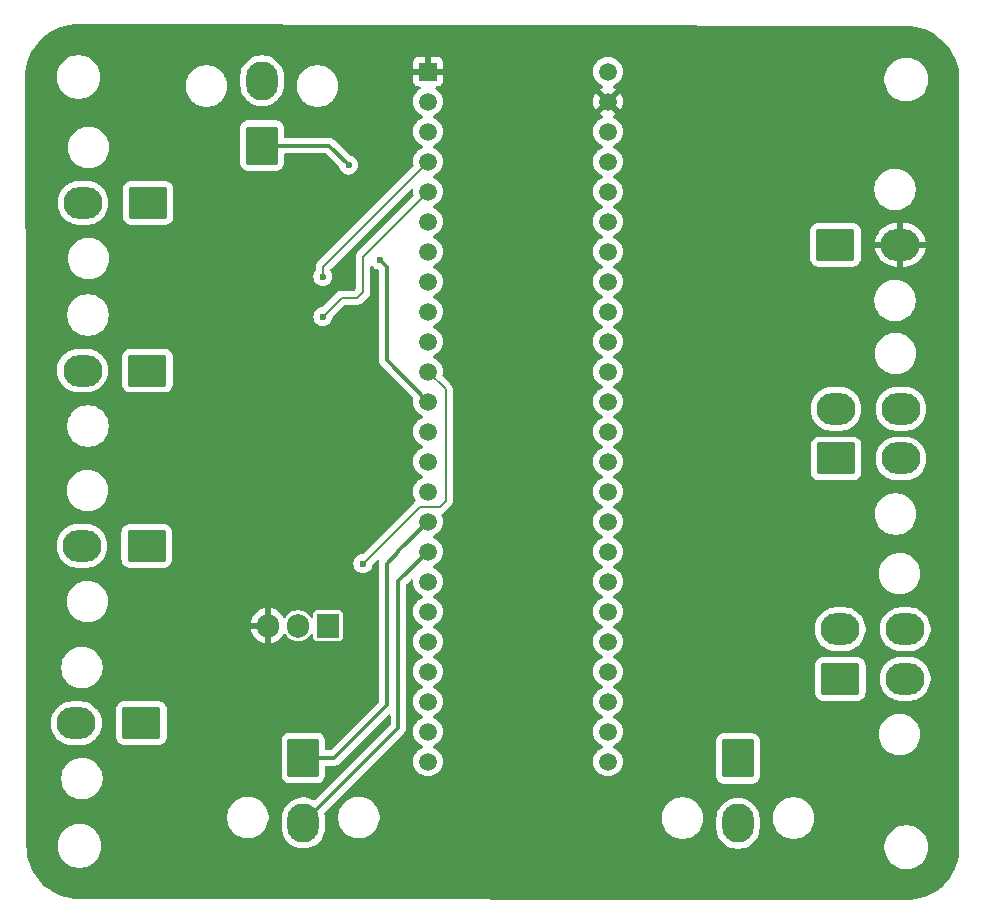
<source format=gbr>
%TF.GenerationSoftware,KiCad,Pcbnew,8.0.5*%
%TF.CreationDate,2025-02-16T14:39:50-08:00*%
%TF.ProjectId,ccm,63636d2e-6b69-4636-9164-5f7063625858,rev?*%
%TF.SameCoordinates,Original*%
%TF.FileFunction,Copper,L2,Bot*%
%TF.FilePolarity,Positive*%
%FSLAX46Y46*%
G04 Gerber Fmt 4.6, Leading zero omitted, Abs format (unit mm)*
G04 Created by KiCad (PCBNEW 8.0.5) date 2025-02-16 14:39:50*
%MOMM*%
%LPD*%
G01*
G04 APERTURE LIST*
G04 Aperture macros list*
%AMRoundRect*
0 Rectangle with rounded corners*
0 $1 Rounding radius*
0 $2 $3 $4 $5 $6 $7 $8 $9 X,Y pos of 4 corners*
0 Add a 4 corners polygon primitive as box body*
4,1,4,$2,$3,$4,$5,$6,$7,$8,$9,$2,$3,0*
0 Add four circle primitives for the rounded corners*
1,1,$1+$1,$2,$3*
1,1,$1+$1,$4,$5*
1,1,$1+$1,$6,$7*
1,1,$1+$1,$8,$9*
0 Add four rect primitives between the rounded corners*
20,1,$1+$1,$2,$3,$4,$5,0*
20,1,$1+$1,$4,$5,$6,$7,0*
20,1,$1+$1,$6,$7,$8,$9,0*
20,1,$1+$1,$8,$9,$2,$3,0*%
G04 Aperture macros list end*
%TA.AperFunction,ComponentPad*%
%ADD10RoundRect,0.250001X1.399999X-1.099999X1.399999X1.099999X-1.399999X1.099999X-1.399999X-1.099999X0*%
%TD*%
%TA.AperFunction,ComponentPad*%
%ADD11O,3.300000X2.700000*%
%TD*%
%TA.AperFunction,ComponentPad*%
%ADD12RoundRect,0.250001X1.099999X1.399999X-1.099999X1.399999X-1.099999X-1.399999X1.099999X-1.399999X0*%
%TD*%
%TA.AperFunction,ComponentPad*%
%ADD13O,2.700000X3.300000*%
%TD*%
%TA.AperFunction,ComponentPad*%
%ADD14R,1.498600X1.498600*%
%TD*%
%TA.AperFunction,ComponentPad*%
%ADD15C,1.498600*%
%TD*%
%TA.AperFunction,ComponentPad*%
%ADD16RoundRect,0.250001X-1.099999X-1.399999X1.099999X-1.399999X1.099999X1.399999X-1.099999X1.399999X0*%
%TD*%
%TA.AperFunction,ComponentPad*%
%ADD17RoundRect,0.250001X-1.399999X1.099999X-1.399999X-1.099999X1.399999X-1.099999X1.399999X1.099999X0*%
%TD*%
%TA.AperFunction,ComponentPad*%
%ADD18R,1.905000X2.000000*%
%TD*%
%TA.AperFunction,ComponentPad*%
%ADD19O,1.905000X2.000000*%
%TD*%
%TA.AperFunction,ViaPad*%
%ADD20C,0.600000*%
%TD*%
%TA.AperFunction,Conductor*%
%ADD21C,0.200000*%
%TD*%
%TA.AperFunction,Conductor*%
%ADD22C,0.300000*%
%TD*%
G04 APERTURE END LIST*
D10*
%TO.P,J8,1,Pin_1*%
%TO.N,brake_2*%
X178400000Y-117750000D03*
D11*
%TO.P,J8,2,Pin_2*%
%TO.N,brake_1*%
X178400000Y-113550000D03*
%TO.P,J8,3,Pin_3*%
%TO.N,acc_ped_2*%
X183900000Y-117750000D03*
%TO.P,J8,4,Pin_4*%
%TO.N,acc_ped_1*%
X183900000Y-113550000D03*
%TD*%
D12*
%TO.P,J10,1,Pin_1*%
%TO.N,speaker+*%
X129450000Y-72600000D03*
D13*
%TO.P,J10,2,Pin_2*%
%TO.N,speaker-*%
X129450000Y-67100000D03*
%TD*%
D14*
%TO.P,U1,1,GND*%
%TO.N,GLV-*%
X143500000Y-66340000D03*
D15*
%TO.P,U1,2,0_RX1_CRX2_CS1*%
%TO.N,CAN_RX_1*%
X143500000Y-68880000D03*
%TO.P,U1,3,1_TX1_CTX2_MISO1*%
%TO.N,CAN_TX_1*%
X143500000Y-71420000D03*
%TO.P,U1,4,2_OUT2*%
%TO.N,Net-(U1-2_OUT2)*%
X143500000Y-73960000D03*
%TO.P,U1,5,3_LRCLK2*%
%TO.N,Net-(U1-3_LRCLK2)*%
X143500000Y-76500000D03*
%TO.P,U1,6,4_BCLK2*%
%TO.N,ready_to_drive_button*%
X143500000Y-79040000D03*
%TO.P,U1,7,5_IN2*%
%TO.N,unconnected-(U1-5_IN2-Pad7)*%
X143500000Y-81580000D03*
%TO.P,U1,8,6_OUT1D*%
%TO.N,unconnected-(U1-6_OUT1D-Pad8)*%
X143500000Y-84120000D03*
%TO.P,U1,9,7_RX2_OUT1A*%
%TO.N,unconnected-(U1-7_RX2_OUT1A-Pad9)*%
X143500000Y-86660000D03*
%TO.P,U1,10,8_TX2_IN1*%
%TO.N,unconnected-(U1-8_TX2_IN1-Pad10)*%
X143500000Y-89200000D03*
%TO.P,U1,11,9_OUT1C*%
%TO.N,Net-(Q1-G)*%
X143500000Y-91740000D03*
%TO.P,U1,12,10_CS_MQSR*%
%TO.N,speaker_pwm*%
X143500000Y-94280000D03*
%TO.P,U1,13,11_MOSI_CTX1*%
%TO.N,unconnected-(U1-11_MOSI_CTX1-Pad13)*%
X143500000Y-96820000D03*
%TO.P,U1,14,12_MISO_MQSL*%
%TO.N,unconnected-(U1-12_MISO_MQSL-Pad14)*%
X143500000Y-99360000D03*
%TO.P,U1,15,3V3*%
%TO.N,+3.3V*%
X143500000Y-101900000D03*
%TO.P,U1,16,24_A10_TX6_SCL2*%
%TO.N,i2c_SCL*%
X143500000Y-104440000D03*
%TO.P,U1,17,25_A11_RX6_SDA2*%
%TO.N,i2c_SDA*%
X143500000Y-106980000D03*
%TO.P,U1,18,26_A12_MOSI1*%
%TO.N,unconnected-(U1-26_A12_MOSI1-Pad18)*%
X143500000Y-109520000D03*
%TO.P,U1,19,27_A13_SCK1*%
%TO.N,unconnected-(U1-27_A13_SCK1-Pad19)*%
X143500000Y-112060000D03*
%TO.P,U1,20,28_RX7*%
%TO.N,unconnected-(U1-28_RX7-Pad20)*%
X143500000Y-114600000D03*
%TO.P,U1,21,29_TX7*%
%TO.N,unconnected-(U1-29_TX7-Pad21)*%
X143500000Y-117140000D03*
%TO.P,U1,22,30_CRX3*%
%TO.N,CAN_RX_2*%
X143500000Y-119680000D03*
%TO.P,U1,23,31_CTX3*%
%TO.N,CAN_TX_2*%
X143500000Y-122220000D03*
%TO.P,U1,24,32_OUT1B*%
%TO.N,unconnected-(U1-32_OUT1B-Pad24)*%
X143500000Y-124760000D03*
%TO.P,U1,25,33_MCLK2*%
%TO.N,unconnected-(U1-33_MCLK2-Pad25)*%
X158740000Y-124760000D03*
%TO.P,U1,26,34_RX8*%
%TO.N,unconnected-(U1-34_RX8-Pad26)*%
X158740000Y-122220000D03*
%TO.P,U1,27,35_TX8*%
%TO.N,unconnected-(U1-35_TX8-Pad27)*%
X158740000Y-119680000D03*
%TO.P,U1,28,36_CS*%
%TO.N,unconnected-(U1-36_CS-Pad28)*%
X158740000Y-117140000D03*
%TO.P,U1,29,37_CS*%
%TO.N,unconnected-(U1-37_CS-Pad29)*%
X158740000Y-114600000D03*
%TO.P,U1,30,38_CS1_IN1*%
%TO.N,unconnected-(U1-38_CS1_IN1-Pad30)*%
X158740000Y-112060000D03*
%TO.P,U1,31,39_MISO1_OUT1A*%
%TO.N,unconnected-(U1-39_MISO1_OUT1A-Pad31)*%
X158740000Y-109520000D03*
%TO.P,U1,32,40_A16*%
%TO.N,unconnected-(U1-40_A16-Pad32)*%
X158740000Y-106980000D03*
%TO.P,U1,33,41_A17*%
%TO.N,unconnected-(U1-41_A17-Pad33)*%
X158740000Y-104440000D03*
%TO.P,U1,34,GND*%
%TO.N,unconnected-(U1-GND-Pad34)*%
X158740000Y-101900000D03*
%TO.P,U1,35,13_SCK_LED*%
%TO.N,unconnected-(U1-13_SCK_LED-Pad35)*%
X158740000Y-99360000D03*
%TO.P,U1,36,14_A0_TX3_SPDIF_OUT*%
%TO.N,unconnected-(U1-14_A0_TX3_SPDIF_OUT-Pad36)*%
X158740000Y-96820000D03*
%TO.P,U1,37,15_A1_RX3_SPDIF_IN*%
%TO.N,unconnected-(R23-Pad2)*%
X158740000Y-94280000D03*
%TO.P,U1,38,16_A2_RX4_SCL1*%
%TO.N,Net-(U1-16_A2_RX4_SCL1)*%
X158740000Y-91740000D03*
%TO.P,U1,39,17_A3_TX4_SDA1*%
%TO.N,Net-(U1-17_A3_TX4_SDA1)*%
X158740000Y-89200000D03*
%TO.P,U1,40,18_A4_SDA*%
%TO.N,Net-(U1-18_A4_SDA)*%
X158740000Y-86660000D03*
%TO.P,U1,41,19_A5_SCL*%
%TO.N,Net-(U1-19_A5_SCL)*%
X158740000Y-84120000D03*
%TO.P,U1,42,20_A6_TX5_LRCLK1*%
%TO.N,Net-(U1-20_A6_TX5_LRCLK1)*%
X158740000Y-81580000D03*
%TO.P,U1,43,21_A7_RX5_BCLK1*%
%TO.N,Net-(U1-21_A7_RX5_BCLK1)*%
X158740000Y-79040000D03*
%TO.P,U1,44,22_A8_CTX1*%
%TO.N,Net-(U1-22_A8_CTX1)*%
X158740000Y-76500000D03*
%TO.P,U1,45,23_A9_CRX1_MCLK1*%
%TO.N,Net-(U1-23_A9_CRX1_MCLK1)*%
X158740000Y-73960000D03*
%TO.P,U1,46,3V3*%
%TO.N,unconnected-(U1-3V3-Pad46)*%
X158740000Y-71420000D03*
%TO.P,U1,47,GND*%
%TO.N,GLV-*%
X158740000Y-68880000D03*
%TO.P,U1,48,VIN*%
%TO.N,+5V*%
X158740000Y-66340000D03*
%TD*%
D10*
%TO.P,J4,1,Pin_1*%
%TO.N,lin_pot_4*%
X178050000Y-99100000D03*
D11*
%TO.P,J4,2,Pin_2*%
%TO.N,lin_pot_3*%
X178050000Y-94900000D03*
%TO.P,J4,3,Pin_3*%
%TO.N,lin_pot_2*%
X183550000Y-99100000D03*
%TO.P,J4,4,Pin_4*%
%TO.N,lin_pot_1*%
X183550000Y-94900000D03*
%TD*%
D16*
%TO.P,J5,1,Pin_1*%
%TO.N,rtm_sound*%
X169750000Y-124500000D03*
D13*
%TO.P,J5,2,Pin_2*%
%TO.N,unconnected-(J5-Pin_2-Pad2)*%
X169750000Y-130000000D03*
%TD*%
D17*
%TO.P,J1,1,Pin_1*%
%TO.N,ready_to_drive_button*%
X119240000Y-121500000D03*
D11*
%TO.P,J1,2,Pin_2*%
%TO.N,brake_light*%
X113740000Y-121500000D03*
%TD*%
D17*
%TO.P,J7,1,Pin_1*%
%TO.N,PWM_in_1*%
X119800000Y-77450000D03*
D11*
%TO.P,J7,2,Pin_2*%
%TO.N,PWM_in_2*%
X114300000Y-77450000D03*
%TD*%
D10*
%TO.P,J6,1,Pin_1*%
%TO.N,Vin*%
X178000000Y-81000000D03*
D11*
%TO.P,J6,2,Pin_2*%
%TO.N,GLV-*%
X183500000Y-81000000D03*
%TD*%
D17*
%TO.P,J9,1,Pin_1*%
%TO.N,CANL_1*%
X119750000Y-91650000D03*
D11*
%TO.P,J9,2,Pin_2*%
%TO.N,CANH_1*%
X114250000Y-91650000D03*
%TD*%
D17*
%TO.P,J3,1,Pin_1*%
%TO.N,CANL_2*%
X119700000Y-106500000D03*
D11*
%TO.P,J3,2,Pin_2*%
%TO.N,CANH_2*%
X114200000Y-106500000D03*
%TD*%
D18*
%TO.P,Q1,1,G*%
%TO.N,Net-(Q1-G)*%
X135040000Y-113255000D03*
D19*
%TO.P,Q1,2,D*%
%TO.N,brake_light*%
X132500000Y-113255000D03*
%TO.P,Q1,3,S*%
%TO.N,GLV-*%
X129960000Y-113255000D03*
%TD*%
D16*
%TO.P,J2,1,Pin_1*%
%TO.N,i2c_SCL*%
X132950000Y-124450000D03*
D13*
%TO.P,J2,2,Pin_2*%
%TO.N,i2c_SDA*%
X132950000Y-129950000D03*
%TD*%
D20*
%TO.N,GLV-*%
X164175000Y-79000000D03*
X131000000Y-91000000D03*
X165300000Y-66732500D03*
X130150000Y-119737500D03*
X130900000Y-106900000D03*
X164200000Y-97850000D03*
X139100000Y-104100000D03*
X164200000Y-100800000D03*
X164187500Y-94350000D03*
X139200000Y-96100000D03*
X137050000Y-68750000D03*
X123500000Y-103000000D03*
X164175000Y-76000000D03*
X136350000Y-103440000D03*
X164175000Y-88150000D03*
X137050000Y-72000000D03*
X164187500Y-91200000D03*
X136400000Y-95440000D03*
X137750000Y-77250000D03*
X164187500Y-85000000D03*
X123500000Y-95000000D03*
X164175000Y-81950000D03*
%TO.N,Net-(U1-3_LRCLK2)*%
X134600000Y-87100000D03*
%TO.N,Net-(Q1-G)*%
X138000000Y-108000000D03*
%TO.N,speaker_pwm*%
X139400000Y-82300000D03*
%TO.N,Net-(U1-2_OUT2)*%
X134600000Y-83700000D03*
%TO.N,speaker+*%
X136775002Y-74250000D03*
%TD*%
D21*
%TO.N,GLV-*%
X164187500Y-82700000D02*
X164187500Y-81962500D01*
X158740000Y-68880000D02*
X164175000Y-74315000D01*
X164187500Y-91200000D02*
X164187500Y-88500000D01*
X164187500Y-88500000D02*
X164187500Y-85000000D01*
X164200000Y-100800000D02*
X164200000Y-97850000D01*
X164187500Y-88162500D02*
X164175000Y-88150000D01*
X164187500Y-81962500D02*
X164175000Y-81950000D01*
X164187500Y-88500000D02*
X164187500Y-88162500D01*
X164187500Y-82700000D02*
X164187500Y-79012500D01*
X164187500Y-79012500D02*
X164175000Y-79000000D01*
X160887500Y-66732500D02*
X165300000Y-66732500D01*
X158740000Y-68880000D02*
X160887500Y-66732500D01*
X164175000Y-74315000D02*
X164175000Y-76000000D01*
X164200000Y-97850000D02*
X164200000Y-94362500D01*
X164187500Y-85000000D02*
X164187500Y-82700000D01*
X164175000Y-79000000D02*
X164175000Y-76000000D01*
X164200000Y-94362500D02*
X164187500Y-94350000D01*
X164187500Y-94350000D02*
X164187500Y-91200000D01*
%TO.N,Net-(U1-3_LRCLK2)*%
X138000000Y-85000000D02*
X137500000Y-85500000D01*
X136200000Y-85500000D02*
X134600000Y-87100000D01*
X143500000Y-76500000D02*
X138000000Y-82000000D01*
X137500000Y-85500000D02*
X136200000Y-85500000D01*
X138000000Y-82000000D02*
X138000000Y-85000000D01*
D22*
%TO.N,i2c_SCL*%
X135550000Y-124450000D02*
X140000000Y-120000000D01*
X140000000Y-108000000D02*
X141000000Y-107000000D01*
X132950000Y-124450000D02*
X135550000Y-124450000D01*
X141000000Y-106940000D02*
X143500000Y-104440000D01*
X141000000Y-107000000D02*
X141000000Y-106940000D01*
X140000000Y-120000000D02*
X140000000Y-108000000D01*
%TO.N,i2c_SDA*%
X141000000Y-121900000D02*
X141000000Y-109480000D01*
X141000000Y-109480000D02*
X143500000Y-106980000D01*
X132950000Y-129950000D02*
X141000000Y-121900000D01*
D21*
%TO.N,Net-(Q1-G)*%
X138000000Y-108000000D02*
X142800000Y-103200000D01*
X142800000Y-103200000D02*
X144483424Y-103200000D01*
X145000000Y-93240000D02*
X143500000Y-91740000D01*
X144483424Y-103200000D02*
X145000000Y-102683424D01*
X145000000Y-102683424D02*
X145000000Y-93240000D01*
D22*
%TO.N,speaker_pwm*%
X139400000Y-82300000D02*
X140000000Y-82900000D01*
X140000000Y-90780000D02*
X143500000Y-94280000D01*
X140000000Y-82900000D02*
X140000000Y-90780000D01*
D21*
%TO.N,Net-(U1-2_OUT2)*%
X143500000Y-73960000D02*
X134600000Y-82860000D01*
X134600000Y-82860000D02*
X134600000Y-83700000D01*
D22*
%TO.N,speaker+*%
X129450000Y-72600000D02*
X135125002Y-72600000D01*
X135125002Y-72600000D02*
X136775002Y-74250000D01*
%TD*%
%TA.AperFunction,Conductor*%
%TO.N,GLV-*%
G36*
X183924717Y-62500287D02*
G01*
X183927896Y-62500500D01*
X183934108Y-62500500D01*
X183997299Y-62500500D01*
X184002707Y-62500617D01*
X184386771Y-62517386D01*
X184397506Y-62518326D01*
X184775971Y-62568152D01*
X184786597Y-62570025D01*
X185159284Y-62652648D01*
X185169710Y-62655442D01*
X185533765Y-62770227D01*
X185543911Y-62773920D01*
X185896578Y-62920000D01*
X185906369Y-62924566D01*
X186244942Y-63100816D01*
X186254310Y-63106224D01*
X186576244Y-63311318D01*
X186585105Y-63317523D01*
X186887930Y-63549889D01*
X186896217Y-63556843D01*
X187177635Y-63814715D01*
X187185284Y-63822364D01*
X187443156Y-64103782D01*
X187450110Y-64112069D01*
X187682476Y-64414894D01*
X187688681Y-64423755D01*
X187893775Y-64745689D01*
X187899183Y-64755057D01*
X188075430Y-65093623D01*
X188080002Y-65103427D01*
X188226075Y-65456078D01*
X188229775Y-65466244D01*
X188344554Y-65830278D01*
X188347354Y-65840727D01*
X188429971Y-66213389D01*
X188431849Y-66224042D01*
X188481671Y-66602473D01*
X188482614Y-66613249D01*
X188499382Y-66997297D01*
X188499500Y-67002706D01*
X188499500Y-131997293D01*
X188499382Y-132002702D01*
X188482614Y-132386750D01*
X188481671Y-132397526D01*
X188431849Y-132775957D01*
X188429971Y-132786610D01*
X188347354Y-133159272D01*
X188344554Y-133169721D01*
X188229775Y-133533755D01*
X188226075Y-133543921D01*
X188080002Y-133896572D01*
X188075430Y-133906376D01*
X187899183Y-134244942D01*
X187893775Y-134254310D01*
X187688681Y-134576244D01*
X187682476Y-134585105D01*
X187450110Y-134887930D01*
X187443156Y-134896217D01*
X187185284Y-135177635D01*
X187177635Y-135185284D01*
X186896217Y-135443156D01*
X186887930Y-135450110D01*
X186585105Y-135682476D01*
X186576244Y-135688681D01*
X186254310Y-135893775D01*
X186244942Y-135899183D01*
X185906376Y-136075430D01*
X185896572Y-136080002D01*
X185543921Y-136226075D01*
X185533755Y-136229775D01*
X185169721Y-136344554D01*
X185159272Y-136347354D01*
X184786610Y-136429971D01*
X184775957Y-136431849D01*
X184397527Y-136481671D01*
X184386751Y-136482614D01*
X184002797Y-136499377D01*
X183997211Y-136499495D01*
X114074601Y-136399604D01*
X114073010Y-136399500D01*
X114065892Y-136399500D01*
X114002707Y-136399500D01*
X113997298Y-136399382D01*
X113613249Y-136382614D01*
X113602473Y-136381671D01*
X113224042Y-136331849D01*
X113213389Y-136329971D01*
X112840727Y-136247354D01*
X112830278Y-136244554D01*
X112466244Y-136129775D01*
X112456078Y-136126075D01*
X112103427Y-135980002D01*
X112093623Y-135975430D01*
X111755057Y-135799183D01*
X111745689Y-135793775D01*
X111423755Y-135588681D01*
X111414894Y-135582476D01*
X111112069Y-135350110D01*
X111103782Y-135343156D01*
X110822364Y-135085284D01*
X110814715Y-135077635D01*
X110556843Y-134796217D01*
X110549889Y-134787930D01*
X110317523Y-134485105D01*
X110311318Y-134476244D01*
X110106224Y-134154310D01*
X110100816Y-134144942D01*
X109973924Y-133901185D01*
X109924566Y-133806369D01*
X109919997Y-133796572D01*
X109903213Y-133756052D01*
X109773920Y-133443911D01*
X109770224Y-133433755D01*
X109655442Y-133069710D01*
X109652648Y-133059284D01*
X109570025Y-132686597D01*
X109568152Y-132675971D01*
X109518326Y-132297506D01*
X109517386Y-132286770D01*
X109500618Y-131902724D01*
X109500500Y-131897315D01*
X109500500Y-131827024D01*
X109500386Y-131825306D01*
X109500314Y-131778711D01*
X112149500Y-131778711D01*
X112149500Y-132021288D01*
X112181161Y-132261785D01*
X112243947Y-132496104D01*
X112336773Y-132720205D01*
X112336776Y-132720212D01*
X112458064Y-132930289D01*
X112458066Y-132930292D01*
X112458067Y-132930293D01*
X112605733Y-133122736D01*
X112605739Y-133122743D01*
X112777256Y-133294260D01*
X112777262Y-133294265D01*
X112969711Y-133441936D01*
X113179788Y-133563224D01*
X113403900Y-133656054D01*
X113638211Y-133718838D01*
X113818586Y-133742584D01*
X113878711Y-133750500D01*
X113878712Y-133750500D01*
X114121289Y-133750500D01*
X114169388Y-133744167D01*
X114361789Y-133718838D01*
X114596100Y-133656054D01*
X114820212Y-133563224D01*
X115030289Y-133441936D01*
X115222738Y-133294265D01*
X115394265Y-133122738D01*
X115541936Y-132930289D01*
X115663224Y-132720212D01*
X115756054Y-132496100D01*
X115818838Y-132261789D01*
X115850500Y-132021288D01*
X115850500Y-131778712D01*
X115818838Y-131538211D01*
X115756054Y-131303900D01*
X115663224Y-131079788D01*
X115541936Y-130869711D01*
X115409157Y-130696670D01*
X115394266Y-130677263D01*
X115394260Y-130677256D01*
X115222743Y-130505739D01*
X115222736Y-130505733D01*
X115030293Y-130358067D01*
X115030292Y-130358066D01*
X115030289Y-130358064D01*
X114820212Y-130236776D01*
X114820205Y-130236773D01*
X114596104Y-130143947D01*
X114361785Y-130081161D01*
X114121289Y-130049500D01*
X114121288Y-130049500D01*
X113878712Y-130049500D01*
X113878711Y-130049500D01*
X113638214Y-130081161D01*
X113403895Y-130143947D01*
X113179794Y-130236773D01*
X113179785Y-130236777D01*
X112969706Y-130358067D01*
X112777263Y-130505733D01*
X112777256Y-130505739D01*
X112605739Y-130677256D01*
X112605733Y-130677263D01*
X112458067Y-130869706D01*
X112336777Y-131079785D01*
X112336773Y-131079794D01*
X112243947Y-131303895D01*
X112181161Y-131538214D01*
X112149500Y-131778711D01*
X109500314Y-131778711D01*
X109499585Y-131303895D01*
X109496623Y-129375258D01*
X126499500Y-129375258D01*
X126499500Y-129604741D01*
X126524446Y-129794215D01*
X126529452Y-129832238D01*
X126542850Y-129882240D01*
X126588842Y-130053887D01*
X126676650Y-130265876D01*
X126676657Y-130265890D01*
X126791392Y-130464617D01*
X126931081Y-130646661D01*
X126931089Y-130646670D01*
X127093330Y-130808911D01*
X127093338Y-130808918D01*
X127275382Y-130948607D01*
X127275385Y-130948608D01*
X127275388Y-130948611D01*
X127474112Y-131063344D01*
X127474117Y-131063346D01*
X127474123Y-131063349D01*
X127565480Y-131101190D01*
X127686113Y-131151158D01*
X127907762Y-131210548D01*
X128135266Y-131240500D01*
X128135273Y-131240500D01*
X128364727Y-131240500D01*
X128364734Y-131240500D01*
X128592238Y-131210548D01*
X128813887Y-131151158D01*
X129025888Y-131063344D01*
X129224612Y-130948611D01*
X129406661Y-130808919D01*
X129406665Y-130808914D01*
X129406670Y-130808911D01*
X129568911Y-130646670D01*
X129568914Y-130646665D01*
X129568919Y-130646661D01*
X129708611Y-130464612D01*
X129823344Y-130265888D01*
X129911158Y-130053887D01*
X129970548Y-129832238D01*
X130000500Y-129604734D01*
X130000500Y-129375266D01*
X129970548Y-129147762D01*
X129911158Y-128926113D01*
X129861190Y-128805480D01*
X129823349Y-128714123D01*
X129823346Y-128714117D01*
X129823344Y-128714112D01*
X129708611Y-128515388D01*
X129708608Y-128515385D01*
X129708607Y-128515382D01*
X129568918Y-128333338D01*
X129568911Y-128333330D01*
X129406670Y-128171089D01*
X129406661Y-128171081D01*
X129224617Y-128031392D01*
X129221589Y-128029644D01*
X129025888Y-127916656D01*
X129025876Y-127916650D01*
X128813887Y-127828842D01*
X128778846Y-127819453D01*
X128592238Y-127769452D01*
X128554215Y-127764446D01*
X128364741Y-127739500D01*
X128364734Y-127739500D01*
X128135266Y-127739500D01*
X128135258Y-127739500D01*
X127918715Y-127768009D01*
X127907762Y-127769452D01*
X127832941Y-127789500D01*
X127686112Y-127828842D01*
X127474123Y-127916650D01*
X127474109Y-127916657D01*
X127275382Y-128031392D01*
X127093338Y-128171081D01*
X126931081Y-128333338D01*
X126791392Y-128515382D01*
X126676657Y-128714109D01*
X126676650Y-128714123D01*
X126588842Y-128926112D01*
X126529453Y-129147759D01*
X126529451Y-129147770D01*
X126499500Y-129375258D01*
X109496623Y-129375258D01*
X109491569Y-126085258D01*
X112449500Y-126085258D01*
X112449500Y-126314741D01*
X112472932Y-126492713D01*
X112479452Y-126542238D01*
X112538842Y-126763887D01*
X112626650Y-126975876D01*
X112626657Y-126975890D01*
X112741392Y-127174617D01*
X112881081Y-127356661D01*
X112881089Y-127356670D01*
X113043330Y-127518911D01*
X113043338Y-127518918D01*
X113225382Y-127658607D01*
X113225385Y-127658608D01*
X113225388Y-127658611D01*
X113424112Y-127773344D01*
X113424117Y-127773346D01*
X113424123Y-127773349D01*
X113487258Y-127799500D01*
X113636113Y-127861158D01*
X113857762Y-127920548D01*
X114085266Y-127950500D01*
X114085273Y-127950500D01*
X114314727Y-127950500D01*
X114314734Y-127950500D01*
X114542238Y-127920548D01*
X114763887Y-127861158D01*
X114975888Y-127773344D01*
X115174612Y-127658611D01*
X115356661Y-127518919D01*
X115356665Y-127518914D01*
X115356670Y-127518911D01*
X115518911Y-127356670D01*
X115518914Y-127356665D01*
X115518919Y-127356661D01*
X115658611Y-127174612D01*
X115773344Y-126975888D01*
X115861158Y-126763887D01*
X115920548Y-126542238D01*
X115950500Y-126314734D01*
X115950500Y-126085266D01*
X115920548Y-125857762D01*
X115861158Y-125636113D01*
X115773344Y-125424112D01*
X115658611Y-125225388D01*
X115658608Y-125225385D01*
X115658607Y-125225382D01*
X115518918Y-125043338D01*
X115518911Y-125043330D01*
X115356670Y-124881089D01*
X115356661Y-124881081D01*
X115174617Y-124741392D01*
X114975890Y-124626657D01*
X114975876Y-124626650D01*
X114763887Y-124538842D01*
X114542238Y-124479452D01*
X114504215Y-124474446D01*
X114314741Y-124449500D01*
X114314734Y-124449500D01*
X114085266Y-124449500D01*
X114085258Y-124449500D01*
X113868715Y-124478009D01*
X113857762Y-124479452D01*
X113764076Y-124504554D01*
X113636112Y-124538842D01*
X113424123Y-124626650D01*
X113424109Y-124626657D01*
X113225382Y-124741392D01*
X113043338Y-124881081D01*
X112881081Y-125043338D01*
X112741392Y-125225382D01*
X112626657Y-125424109D01*
X112626650Y-125424123D01*
X112538842Y-125636112D01*
X112538842Y-125636113D01*
X112482472Y-125846493D01*
X112479453Y-125857759D01*
X112479451Y-125857770D01*
X112449500Y-126085258D01*
X109491569Y-126085258D01*
X109484339Y-121378711D01*
X111589500Y-121378711D01*
X111589500Y-121621288D01*
X111621161Y-121861785D01*
X111683947Y-122096104D01*
X111774480Y-122314669D01*
X111776776Y-122320212D01*
X111898064Y-122530289D01*
X111898066Y-122530292D01*
X111898067Y-122530293D01*
X112045733Y-122722736D01*
X112045739Y-122722743D01*
X112217256Y-122894260D01*
X112217263Y-122894266D01*
X112330321Y-122981018D01*
X112409711Y-123041936D01*
X112619788Y-123163224D01*
X112843900Y-123256054D01*
X113078211Y-123318838D01*
X113238940Y-123339998D01*
X113318711Y-123350500D01*
X113318712Y-123350500D01*
X114161289Y-123350500D01*
X114241052Y-123339999D01*
X114401789Y-123318838D01*
X114636100Y-123256054D01*
X114860212Y-123163224D01*
X115070289Y-123041936D01*
X115262738Y-122894265D01*
X115434265Y-122722738D01*
X115581936Y-122530289D01*
X115703224Y-122320212D01*
X115796054Y-122096100D01*
X115858838Y-121861789D01*
X115890500Y-121621288D01*
X115890500Y-121378712D01*
X115858838Y-121138211D01*
X115796054Y-120903900D01*
X115703224Y-120679788D01*
X115581936Y-120469711D01*
X115490073Y-120349992D01*
X115490067Y-120349984D01*
X117089500Y-120349984D01*
X117089500Y-122650015D01*
X117100000Y-122752795D01*
X117100001Y-122752797D01*
X117113071Y-122792240D01*
X117155186Y-122919335D01*
X117155187Y-122919337D01*
X117247286Y-123068651D01*
X117247289Y-123068655D01*
X117371344Y-123192710D01*
X117371348Y-123192713D01*
X117520662Y-123284812D01*
X117520664Y-123284813D01*
X117520666Y-123284814D01*
X117687203Y-123339999D01*
X117789992Y-123350500D01*
X117789997Y-123350500D01*
X120690003Y-123350500D01*
X120690008Y-123350500D01*
X120792797Y-123339999D01*
X120959334Y-123284814D01*
X121108655Y-123192711D01*
X121232711Y-123068655D01*
X121275068Y-122999984D01*
X131099500Y-122999984D01*
X131099500Y-125900015D01*
X131110000Y-126002795D01*
X131110001Y-126002797D01*
X131137326Y-126085258D01*
X131165186Y-126169335D01*
X131165187Y-126169337D01*
X131257286Y-126318651D01*
X131257289Y-126318655D01*
X131381344Y-126442710D01*
X131381348Y-126442713D01*
X131530662Y-126534812D01*
X131530664Y-126534813D01*
X131530666Y-126534814D01*
X131697203Y-126589999D01*
X131799992Y-126600500D01*
X131799997Y-126600500D01*
X134100003Y-126600500D01*
X134100008Y-126600500D01*
X134202797Y-126589999D01*
X134369334Y-126534814D01*
X134518655Y-126442711D01*
X134642711Y-126318655D01*
X134734814Y-126169334D01*
X134789999Y-126002797D01*
X134800500Y-125900008D01*
X134800500Y-125224500D01*
X134820185Y-125157461D01*
X134872989Y-125111706D01*
X134924500Y-125100500D01*
X135614071Y-125100500D01*
X135698615Y-125083682D01*
X135739744Y-125075501D01*
X135858127Y-125026465D01*
X135964669Y-124955277D01*
X140137819Y-120782127D01*
X140199142Y-120748642D01*
X140268834Y-120753626D01*
X140324767Y-120795498D01*
X140349184Y-120860962D01*
X140349500Y-120869808D01*
X140349500Y-121579191D01*
X140329815Y-121646230D01*
X140313181Y-121666872D01*
X133978909Y-128001143D01*
X133917586Y-128034628D01*
X133847894Y-128029644D01*
X133829231Y-128020850D01*
X133770212Y-127986776D01*
X133770205Y-127986773D01*
X133546104Y-127893947D01*
X133311785Y-127831161D01*
X133071289Y-127799500D01*
X133071288Y-127799500D01*
X132828712Y-127799500D01*
X132828711Y-127799500D01*
X132588214Y-127831161D01*
X132353895Y-127893947D01*
X132129794Y-127986773D01*
X132129785Y-127986777D01*
X131919706Y-128108067D01*
X131727263Y-128255733D01*
X131727256Y-128255739D01*
X131555739Y-128427256D01*
X131555733Y-128427263D01*
X131408067Y-128619706D01*
X131286777Y-128829785D01*
X131286773Y-128829794D01*
X131193947Y-129053895D01*
X131131161Y-129288214D01*
X131099500Y-129528711D01*
X131099500Y-130371288D01*
X131131161Y-130611785D01*
X131193947Y-130846104D01*
X131236407Y-130948611D01*
X131286776Y-131070212D01*
X131408064Y-131280289D01*
X131408066Y-131280292D01*
X131408067Y-131280293D01*
X131555733Y-131472736D01*
X131555739Y-131472743D01*
X131727256Y-131644260D01*
X131727262Y-131644265D01*
X131919711Y-131791936D01*
X132129788Y-131913224D01*
X132250499Y-131963224D01*
X132345807Y-132002702D01*
X132353900Y-132006054D01*
X132588211Y-132068838D01*
X132768586Y-132092584D01*
X132828711Y-132100500D01*
X132828712Y-132100500D01*
X133071289Y-132100500D01*
X133119388Y-132094167D01*
X133311789Y-132068838D01*
X133546100Y-132006054D01*
X133770212Y-131913224D01*
X133980289Y-131791936D01*
X134172738Y-131644265D01*
X134344265Y-131472738D01*
X134491936Y-131280289D01*
X134613224Y-131070212D01*
X134706054Y-130846100D01*
X134768838Y-130611789D01*
X134800500Y-130371288D01*
X134800500Y-129528712D01*
X134780298Y-129375258D01*
X135899500Y-129375258D01*
X135899500Y-129604741D01*
X135924446Y-129794215D01*
X135929452Y-129832238D01*
X135942850Y-129882240D01*
X135988842Y-130053887D01*
X136076650Y-130265876D01*
X136076657Y-130265890D01*
X136191392Y-130464617D01*
X136331081Y-130646661D01*
X136331089Y-130646670D01*
X136493330Y-130808911D01*
X136493338Y-130808918D01*
X136675382Y-130948607D01*
X136675385Y-130948608D01*
X136675388Y-130948611D01*
X136874112Y-131063344D01*
X136874117Y-131063346D01*
X136874123Y-131063349D01*
X136965480Y-131101190D01*
X137086113Y-131151158D01*
X137307762Y-131210548D01*
X137535266Y-131240500D01*
X137535273Y-131240500D01*
X137764727Y-131240500D01*
X137764734Y-131240500D01*
X137992238Y-131210548D01*
X138213887Y-131151158D01*
X138425888Y-131063344D01*
X138624612Y-130948611D01*
X138806661Y-130808919D01*
X138806665Y-130808914D01*
X138806670Y-130808911D01*
X138968911Y-130646670D01*
X138968914Y-130646665D01*
X138968919Y-130646661D01*
X139108611Y-130464612D01*
X139223344Y-130265888D01*
X139311158Y-130053887D01*
X139370548Y-129832238D01*
X139400500Y-129604734D01*
X139400500Y-129425258D01*
X163299500Y-129425258D01*
X163299500Y-129654741D01*
X163324446Y-129844215D01*
X163329452Y-129882238D01*
X163329453Y-129882240D01*
X163388842Y-130103887D01*
X163476650Y-130315876D01*
X163476656Y-130315888D01*
X163562524Y-130464617D01*
X163591392Y-130514617D01*
X163731081Y-130696661D01*
X163731089Y-130696670D01*
X163893330Y-130858911D01*
X163893338Y-130858918D01*
X163893339Y-130858919D01*
X163941794Y-130896100D01*
X164075382Y-130998607D01*
X164075385Y-130998608D01*
X164075388Y-130998611D01*
X164274112Y-131113344D01*
X164274117Y-131113346D01*
X164274123Y-131113349D01*
X164365400Y-131151157D01*
X164486113Y-131201158D01*
X164707762Y-131260548D01*
X164935266Y-131290500D01*
X164935273Y-131290500D01*
X165164727Y-131290500D01*
X165164734Y-131290500D01*
X165392238Y-131260548D01*
X165613887Y-131201158D01*
X165825888Y-131113344D01*
X166024612Y-130998611D01*
X166206661Y-130858919D01*
X166206665Y-130858914D01*
X166206670Y-130858911D01*
X166368911Y-130696670D01*
X166368914Y-130696665D01*
X166368919Y-130696661D01*
X166508611Y-130514612D01*
X166623344Y-130315888D01*
X166711158Y-130103887D01*
X166770548Y-129882238D01*
X166800500Y-129654734D01*
X166800500Y-129578711D01*
X167899500Y-129578711D01*
X167899500Y-130421288D01*
X167931161Y-130661785D01*
X167993947Y-130896104D01*
X168070032Y-131079788D01*
X168086776Y-131120212D01*
X168208064Y-131330289D01*
X168208066Y-131330292D01*
X168208067Y-131330293D01*
X168355733Y-131522736D01*
X168355739Y-131522743D01*
X168527256Y-131694260D01*
X168527262Y-131694265D01*
X168719711Y-131841936D01*
X168929788Y-131963224D01*
X169153900Y-132056054D01*
X169388211Y-132118838D01*
X169568586Y-132142584D01*
X169628711Y-132150500D01*
X169628712Y-132150500D01*
X169871289Y-132150500D01*
X169919388Y-132144167D01*
X170111789Y-132118838D01*
X170346100Y-132056054D01*
X170570212Y-131963224D01*
X170716593Y-131878711D01*
X182149500Y-131878711D01*
X182149500Y-132121288D01*
X182181161Y-132361785D01*
X182243947Y-132596104D01*
X182336773Y-132820205D01*
X182336776Y-132820212D01*
X182458064Y-133030289D01*
X182458066Y-133030292D01*
X182458067Y-133030293D01*
X182605733Y-133222736D01*
X182605739Y-133222743D01*
X182777256Y-133394260D01*
X182777262Y-133394265D01*
X182969711Y-133541936D01*
X183179788Y-133663224D01*
X183403900Y-133756054D01*
X183638211Y-133818838D01*
X183818586Y-133842584D01*
X183878711Y-133850500D01*
X183878712Y-133850500D01*
X184121289Y-133850500D01*
X184169388Y-133844167D01*
X184361789Y-133818838D01*
X184596100Y-133756054D01*
X184820212Y-133663224D01*
X185030289Y-133541936D01*
X185222738Y-133394265D01*
X185394265Y-133222738D01*
X185541936Y-133030289D01*
X185663224Y-132820212D01*
X185756054Y-132596100D01*
X185818838Y-132361789D01*
X185850500Y-132121288D01*
X185850500Y-131878712D01*
X185818838Y-131638211D01*
X185756054Y-131403900D01*
X185663224Y-131179788D01*
X185541936Y-130969711D01*
X185481018Y-130890321D01*
X185394266Y-130777263D01*
X185394260Y-130777256D01*
X185222743Y-130605739D01*
X185222736Y-130605733D01*
X185030293Y-130458067D01*
X185030292Y-130458066D01*
X185030289Y-130458064D01*
X184820212Y-130336776D01*
X184769755Y-130315876D01*
X184596104Y-130243947D01*
X184361785Y-130181161D01*
X184121289Y-130149500D01*
X184121288Y-130149500D01*
X183878712Y-130149500D01*
X183878711Y-130149500D01*
X183638214Y-130181161D01*
X183403895Y-130243947D01*
X183179794Y-130336773D01*
X183179785Y-130336777D01*
X182969706Y-130458067D01*
X182777263Y-130605733D01*
X182777256Y-130605739D01*
X182605739Y-130777256D01*
X182605733Y-130777263D01*
X182458067Y-130969706D01*
X182336777Y-131179785D01*
X182336773Y-131179794D01*
X182243947Y-131403895D01*
X182181161Y-131638214D01*
X182149500Y-131878711D01*
X170716593Y-131878711D01*
X170780289Y-131841936D01*
X170972738Y-131694265D01*
X171144265Y-131522738D01*
X171291936Y-131330289D01*
X171413224Y-131120212D01*
X171506054Y-130896100D01*
X171568838Y-130661789D01*
X171600500Y-130421288D01*
X171600500Y-129578712D01*
X171593917Y-129528712D01*
X171592584Y-129518586D01*
X171580298Y-129425258D01*
X172699500Y-129425258D01*
X172699500Y-129654741D01*
X172724446Y-129844215D01*
X172729452Y-129882238D01*
X172729453Y-129882240D01*
X172788842Y-130103887D01*
X172876650Y-130315876D01*
X172876656Y-130315888D01*
X172962524Y-130464617D01*
X172991392Y-130514617D01*
X173131081Y-130696661D01*
X173131089Y-130696670D01*
X173293330Y-130858911D01*
X173293338Y-130858918D01*
X173293339Y-130858919D01*
X173341794Y-130896100D01*
X173475382Y-130998607D01*
X173475385Y-130998608D01*
X173475388Y-130998611D01*
X173674112Y-131113344D01*
X173674117Y-131113346D01*
X173674123Y-131113349D01*
X173765400Y-131151157D01*
X173886113Y-131201158D01*
X174107762Y-131260548D01*
X174335266Y-131290500D01*
X174335273Y-131290500D01*
X174564727Y-131290500D01*
X174564734Y-131290500D01*
X174792238Y-131260548D01*
X175013887Y-131201158D01*
X175225888Y-131113344D01*
X175424612Y-130998611D01*
X175606661Y-130858919D01*
X175606665Y-130858914D01*
X175606670Y-130858911D01*
X175768911Y-130696670D01*
X175768914Y-130696665D01*
X175768919Y-130696661D01*
X175908611Y-130514612D01*
X176023344Y-130315888D01*
X176111158Y-130103887D01*
X176170548Y-129882238D01*
X176200500Y-129654734D01*
X176200500Y-129425266D01*
X176170548Y-129197762D01*
X176111158Y-128976113D01*
X176061190Y-128855480D01*
X176023349Y-128764123D01*
X176023346Y-128764117D01*
X176023344Y-128764112D01*
X175908611Y-128565388D01*
X175908608Y-128565385D01*
X175908607Y-128565382D01*
X175802623Y-128427263D01*
X175768919Y-128383339D01*
X175768918Y-128383338D01*
X175768911Y-128383330D01*
X175606670Y-128221089D01*
X175606661Y-128221081D01*
X175424617Y-128081392D01*
X175347341Y-128036777D01*
X175319753Y-128020849D01*
X175225890Y-127966657D01*
X175225876Y-127966650D01*
X175013887Y-127878842D01*
X174792238Y-127819452D01*
X174754215Y-127814446D01*
X174564741Y-127789500D01*
X174564734Y-127789500D01*
X174335266Y-127789500D01*
X174335258Y-127789500D01*
X174118715Y-127818009D01*
X174107762Y-127819452D01*
X174014076Y-127844554D01*
X173886112Y-127878842D01*
X173674123Y-127966650D01*
X173674109Y-127966657D01*
X173475382Y-128081392D01*
X173293338Y-128221081D01*
X173131081Y-128383338D01*
X172991392Y-128565382D01*
X172876657Y-128764109D01*
X172876650Y-128764123D01*
X172788842Y-128976112D01*
X172729453Y-129197759D01*
X172729451Y-129197770D01*
X172699500Y-129425258D01*
X171580298Y-129425258D01*
X171568838Y-129338211D01*
X171506054Y-129103900D01*
X171504651Y-129100514D01*
X171453123Y-128976113D01*
X171413224Y-128879788D01*
X171291936Y-128669711D01*
X171173520Y-128515388D01*
X171144266Y-128477263D01*
X171144260Y-128477256D01*
X170972743Y-128305739D01*
X170972736Y-128305733D01*
X170780293Y-128158067D01*
X170780292Y-128158066D01*
X170780289Y-128158064D01*
X170570212Y-128036776D01*
X170570205Y-128036773D01*
X170346104Y-127943947D01*
X170111785Y-127881161D01*
X169871289Y-127849500D01*
X169871288Y-127849500D01*
X169628712Y-127849500D01*
X169628711Y-127849500D01*
X169388214Y-127881161D01*
X169153895Y-127943947D01*
X168929794Y-128036773D01*
X168929785Y-128036777D01*
X168719706Y-128158067D01*
X168527263Y-128305733D01*
X168527256Y-128305739D01*
X168355739Y-128477256D01*
X168355733Y-128477263D01*
X168208067Y-128669706D01*
X168086777Y-128879785D01*
X168086773Y-128879794D01*
X167993947Y-129103895D01*
X167931161Y-129338214D01*
X167899500Y-129578711D01*
X166800500Y-129578711D01*
X166800500Y-129425266D01*
X166770548Y-129197762D01*
X166711158Y-128976113D01*
X166661190Y-128855480D01*
X166623349Y-128764123D01*
X166623346Y-128764117D01*
X166623344Y-128764112D01*
X166508611Y-128565388D01*
X166508608Y-128565385D01*
X166508607Y-128565382D01*
X166402623Y-128427263D01*
X166368919Y-128383339D01*
X166368918Y-128383338D01*
X166368911Y-128383330D01*
X166206670Y-128221089D01*
X166206661Y-128221081D01*
X166024617Y-128081392D01*
X165947341Y-128036777D01*
X165919753Y-128020849D01*
X165825890Y-127966657D01*
X165825876Y-127966650D01*
X165613887Y-127878842D01*
X165392238Y-127819452D01*
X165354215Y-127814446D01*
X165164741Y-127789500D01*
X165164734Y-127789500D01*
X164935266Y-127789500D01*
X164935258Y-127789500D01*
X164718715Y-127818009D01*
X164707762Y-127819452D01*
X164614076Y-127844554D01*
X164486112Y-127878842D01*
X164274123Y-127966650D01*
X164274109Y-127966657D01*
X164075382Y-128081392D01*
X163893338Y-128221081D01*
X163731081Y-128383338D01*
X163591392Y-128565382D01*
X163476657Y-128764109D01*
X163476650Y-128764123D01*
X163388842Y-128976112D01*
X163329453Y-129197759D01*
X163329451Y-129197770D01*
X163299500Y-129425258D01*
X139400500Y-129425258D01*
X139400500Y-129375266D01*
X139370548Y-129147762D01*
X139311158Y-128926113D01*
X139261190Y-128805480D01*
X139223349Y-128714123D01*
X139223346Y-128714117D01*
X139223344Y-128714112D01*
X139108611Y-128515388D01*
X139108608Y-128515385D01*
X139108607Y-128515382D01*
X138968918Y-128333338D01*
X138968911Y-128333330D01*
X138806670Y-128171089D01*
X138806661Y-128171081D01*
X138624617Y-128031392D01*
X138621589Y-128029644D01*
X138425888Y-127916656D01*
X138425876Y-127916650D01*
X138213887Y-127828842D01*
X138178846Y-127819453D01*
X137992238Y-127769452D01*
X137954215Y-127764446D01*
X137764741Y-127739500D01*
X137764734Y-127739500D01*
X137535266Y-127739500D01*
X137535258Y-127739500D01*
X137318715Y-127768009D01*
X137307762Y-127769452D01*
X137232941Y-127789500D01*
X137086112Y-127828842D01*
X136874123Y-127916650D01*
X136874109Y-127916657D01*
X136675382Y-128031392D01*
X136493338Y-128171081D01*
X136331081Y-128333338D01*
X136191392Y-128515382D01*
X136076657Y-128714109D01*
X136076650Y-128714123D01*
X135988842Y-128926112D01*
X135929453Y-129147759D01*
X135929451Y-129147770D01*
X135899500Y-129375258D01*
X134780298Y-129375258D01*
X134768838Y-129288211D01*
X134737260Y-129170362D01*
X134738923Y-129100514D01*
X134769352Y-129050591D01*
X141505276Y-122314669D01*
X141576465Y-122208127D01*
X141625501Y-122089744D01*
X141650500Y-121964069D01*
X141650500Y-109800807D01*
X141670185Y-109733768D01*
X141686815Y-109713130D01*
X142039565Y-109360379D01*
X142100888Y-109326895D01*
X142170580Y-109331879D01*
X142226513Y-109373751D01*
X142250930Y-109439215D01*
X142250774Y-109458868D01*
X142245426Y-109519997D01*
X142245426Y-109520000D01*
X142264485Y-109737849D01*
X142264487Y-109737859D01*
X142321083Y-109949082D01*
X142321085Y-109949086D01*
X142321086Y-109949090D01*
X142347932Y-110006661D01*
X142413506Y-110147286D01*
X142413507Y-110147287D01*
X142538941Y-110326425D01*
X142693575Y-110481059D01*
X142864153Y-110600499D01*
X142872713Y-110606493D01*
X143025241Y-110677618D01*
X143077680Y-110723790D01*
X143096832Y-110790984D01*
X143076616Y-110857865D01*
X143025241Y-110902382D01*
X142872713Y-110973506D01*
X142753201Y-111057190D01*
X142693575Y-111098941D01*
X142693573Y-111098942D01*
X142693570Y-111098945D01*
X142538945Y-111253570D01*
X142413506Y-111432713D01*
X142321087Y-111630908D01*
X142321083Y-111630917D01*
X142264487Y-111842140D01*
X142264485Y-111842150D01*
X142245426Y-112059999D01*
X142245426Y-112060000D01*
X142264485Y-112277849D01*
X142264487Y-112277859D01*
X142321083Y-112489082D01*
X142321085Y-112489086D01*
X142321086Y-112489090D01*
X142349855Y-112550785D01*
X142413506Y-112687286D01*
X142413507Y-112687287D01*
X142538941Y-112866425D01*
X142693575Y-113021059D01*
X142872713Y-113146493D01*
X142962177Y-113188211D01*
X143025241Y-113217618D01*
X143077680Y-113263790D01*
X143096832Y-113330984D01*
X143076616Y-113397865D01*
X143025241Y-113442382D01*
X142872713Y-113513506D01*
X142759602Y-113592708D01*
X142693575Y-113638941D01*
X142693573Y-113638942D01*
X142693570Y-113638945D01*
X142538945Y-113793570D01*
X142538942Y-113793573D01*
X142538941Y-113793575D01*
X142497190Y-113853201D01*
X142413506Y-113972713D01*
X142321087Y-114170908D01*
X142321083Y-114170917D01*
X142264487Y-114382140D01*
X142264485Y-114382150D01*
X142245426Y-114599999D01*
X142245426Y-114600000D01*
X142264485Y-114817849D01*
X142264487Y-114817859D01*
X142321083Y-115029082D01*
X142321085Y-115029086D01*
X142321086Y-115029090D01*
X142344571Y-115079453D01*
X142413506Y-115227286D01*
X142413507Y-115227287D01*
X142538941Y-115406425D01*
X142693575Y-115561059D01*
X142872712Y-115686492D01*
X142872713Y-115686493D01*
X143025241Y-115757618D01*
X143077680Y-115803790D01*
X143096832Y-115870984D01*
X143076616Y-115937865D01*
X143025241Y-115982382D01*
X142872713Y-116053506D01*
X142753201Y-116137190D01*
X142693575Y-116178941D01*
X142693573Y-116178942D01*
X142693570Y-116178945D01*
X142538945Y-116333570D01*
X142538942Y-116333573D01*
X142538941Y-116333575D01*
X142523422Y-116355739D01*
X142413506Y-116512713D01*
X142321087Y-116710908D01*
X142321083Y-116710917D01*
X142264487Y-116922140D01*
X142264485Y-116922150D01*
X142245426Y-117139999D01*
X142245426Y-117140000D01*
X142264485Y-117357849D01*
X142264487Y-117357859D01*
X142321083Y-117569082D01*
X142321085Y-117569086D01*
X142321086Y-117569090D01*
X142324256Y-117575888D01*
X142413506Y-117767286D01*
X142438593Y-117803114D01*
X142538941Y-117946425D01*
X142693575Y-118101059D01*
X142872712Y-118226492D01*
X142872713Y-118226493D01*
X143025241Y-118297618D01*
X143077680Y-118343790D01*
X143096832Y-118410984D01*
X143076616Y-118477865D01*
X143025241Y-118522382D01*
X142872713Y-118593506D01*
X142753201Y-118677190D01*
X142693575Y-118718941D01*
X142693573Y-118718942D01*
X142693570Y-118718945D01*
X142538945Y-118873570D01*
X142538942Y-118873573D01*
X142538941Y-118873575D01*
X142497190Y-118933201D01*
X142413506Y-119052713D01*
X142321087Y-119250908D01*
X142321083Y-119250917D01*
X142264487Y-119462140D01*
X142264485Y-119462150D01*
X142245426Y-119679999D01*
X142245426Y-119680000D01*
X142264485Y-119897849D01*
X142264487Y-119897859D01*
X142321083Y-120109082D01*
X142321085Y-120109086D01*
X142321086Y-120109090D01*
X142367296Y-120208188D01*
X142413506Y-120307286D01*
X142413507Y-120307287D01*
X142538941Y-120486425D01*
X142693575Y-120641059D01*
X142872713Y-120766493D01*
X142920640Y-120788842D01*
X143025241Y-120837618D01*
X143077680Y-120883790D01*
X143096832Y-120950984D01*
X143076616Y-121017865D01*
X143025241Y-121062382D01*
X142872713Y-121133506D01*
X142753201Y-121217190D01*
X142693575Y-121258941D01*
X142693573Y-121258942D01*
X142693570Y-121258945D01*
X142538945Y-121413570D01*
X142413506Y-121592713D01*
X142321087Y-121790908D01*
X142321083Y-121790917D01*
X142264487Y-122002140D01*
X142264485Y-122002150D01*
X142245426Y-122219999D01*
X142245426Y-122220000D01*
X142264485Y-122437849D01*
X142264487Y-122437859D01*
X142321083Y-122649082D01*
X142321085Y-122649086D01*
X142321086Y-122649090D01*
X142355428Y-122722736D01*
X142413506Y-122847286D01*
X142413507Y-122847287D01*
X142538941Y-123026425D01*
X142693575Y-123181059D01*
X142872712Y-123306492D01*
X142872713Y-123306493D01*
X143025241Y-123377618D01*
X143077680Y-123423790D01*
X143096832Y-123490984D01*
X143076616Y-123557865D01*
X143025241Y-123602381D01*
X143016045Y-123606670D01*
X142872713Y-123673506D01*
X142753201Y-123757190D01*
X142693575Y-123798941D01*
X142693573Y-123798942D01*
X142693570Y-123798945D01*
X142538945Y-123953570D01*
X142413506Y-124132713D01*
X142321087Y-124330908D01*
X142321083Y-124330917D01*
X142264487Y-124542140D01*
X142264485Y-124542150D01*
X142245426Y-124759999D01*
X142245426Y-124760000D01*
X142264485Y-124977849D01*
X142264487Y-124977859D01*
X142321083Y-125189082D01*
X142321085Y-125189086D01*
X142321086Y-125189090D01*
X142338012Y-125225388D01*
X142413506Y-125387286D01*
X142413507Y-125387287D01*
X142538941Y-125566425D01*
X142693575Y-125721059D01*
X142872713Y-125846493D01*
X143070910Y-125938914D01*
X143282146Y-125995514D01*
X143456429Y-126010762D01*
X143499999Y-126014574D01*
X143500000Y-126014574D01*
X143500001Y-126014574D01*
X143536309Y-126011397D01*
X143717854Y-125995514D01*
X143929090Y-125938914D01*
X144127287Y-125846493D01*
X144306425Y-125721059D01*
X144461059Y-125566425D01*
X144586493Y-125387287D01*
X144678914Y-125189090D01*
X144735514Y-124977854D01*
X144754574Y-124760000D01*
X144735514Y-124542146D01*
X144678914Y-124330910D01*
X144586493Y-124132713D01*
X144461059Y-123953575D01*
X144306425Y-123798941D01*
X144127287Y-123673507D01*
X143974756Y-123602380D01*
X143922319Y-123556210D01*
X143903167Y-123489016D01*
X143923383Y-123422135D01*
X143974756Y-123377619D01*
X144127287Y-123306493D01*
X144306425Y-123181059D01*
X144461059Y-123026425D01*
X144586493Y-122847287D01*
X144678914Y-122649090D01*
X144735514Y-122437854D01*
X144754574Y-122220000D01*
X144735514Y-122002146D01*
X144678914Y-121790910D01*
X144586493Y-121592713D01*
X144461059Y-121413575D01*
X144306425Y-121258941D01*
X144127287Y-121133507D01*
X143974756Y-121062380D01*
X143922319Y-121016210D01*
X143903167Y-120949016D01*
X143923383Y-120882135D01*
X143974756Y-120837619D01*
X144127287Y-120766493D01*
X144306425Y-120641059D01*
X144461059Y-120486425D01*
X144586493Y-120307287D01*
X144678914Y-120109090D01*
X144735514Y-119897854D01*
X144754574Y-119680000D01*
X144735514Y-119462146D01*
X144678914Y-119250910D01*
X144586493Y-119052713D01*
X144461059Y-118873575D01*
X144306425Y-118718941D01*
X144127287Y-118593507D01*
X143974756Y-118522380D01*
X143922319Y-118476210D01*
X143903167Y-118409016D01*
X143923383Y-118342135D01*
X143974756Y-118297619D01*
X144127287Y-118226493D01*
X144306425Y-118101059D01*
X144461059Y-117946425D01*
X144586493Y-117767287D01*
X144678914Y-117569090D01*
X144735514Y-117357854D01*
X144754574Y-117140000D01*
X144735514Y-116922146D01*
X144678914Y-116710910D01*
X144586493Y-116512713D01*
X144461059Y-116333575D01*
X144306425Y-116178941D01*
X144127287Y-116053507D01*
X143974756Y-115982380D01*
X143922319Y-115936210D01*
X143903167Y-115869016D01*
X143923383Y-115802135D01*
X143974756Y-115757619D01*
X144127287Y-115686493D01*
X144306425Y-115561059D01*
X144461059Y-115406425D01*
X144586493Y-115227287D01*
X144678914Y-115029090D01*
X144735514Y-114817854D01*
X144754574Y-114600000D01*
X144752849Y-114580289D01*
X144750426Y-114552584D01*
X144735514Y-114382146D01*
X144678914Y-114170910D01*
X144586493Y-113972713D01*
X144461059Y-113793575D01*
X144306425Y-113638941D01*
X144127287Y-113513507D01*
X143974756Y-113442380D01*
X143922319Y-113396210D01*
X143903167Y-113329016D01*
X143923383Y-113262135D01*
X143974756Y-113217619D01*
X144127287Y-113146493D01*
X144306425Y-113021059D01*
X144461059Y-112866425D01*
X144586493Y-112687287D01*
X144678914Y-112489090D01*
X144735514Y-112277854D01*
X144754574Y-112060000D01*
X144735514Y-111842146D01*
X144678914Y-111630910D01*
X144586493Y-111432713D01*
X144461059Y-111253575D01*
X144306425Y-111098941D01*
X144127287Y-110973507D01*
X143974756Y-110902380D01*
X143922319Y-110856210D01*
X143903167Y-110789016D01*
X143923383Y-110722135D01*
X143974756Y-110677619D01*
X144127287Y-110606493D01*
X144306425Y-110481059D01*
X144461059Y-110326425D01*
X144586493Y-110147287D01*
X144678914Y-109949090D01*
X144735514Y-109737854D01*
X144754574Y-109520000D01*
X144735514Y-109302146D01*
X144678914Y-109090910D01*
X144586493Y-108892713D01*
X144461059Y-108713575D01*
X144306425Y-108558941D01*
X144127287Y-108433507D01*
X143974756Y-108362380D01*
X143922319Y-108316210D01*
X143903167Y-108249016D01*
X143923383Y-108182135D01*
X143974756Y-108137619D01*
X144127287Y-108066493D01*
X144306425Y-107941059D01*
X144461059Y-107786425D01*
X144586493Y-107607287D01*
X144678914Y-107409090D01*
X144735514Y-107197854D01*
X144754574Y-106980000D01*
X144735514Y-106762146D01*
X144678914Y-106550910D01*
X144586493Y-106352713D01*
X144461059Y-106173575D01*
X144306425Y-106018941D01*
X144127287Y-105893507D01*
X143974756Y-105822380D01*
X143922319Y-105776210D01*
X143903167Y-105709016D01*
X143923383Y-105642135D01*
X143974756Y-105597619D01*
X144127287Y-105526493D01*
X144306425Y-105401059D01*
X144461059Y-105246425D01*
X144586493Y-105067287D01*
X144678914Y-104869090D01*
X144735514Y-104657854D01*
X144754574Y-104440000D01*
X144735514Y-104222146D01*
X144678914Y-104010910D01*
X144641216Y-103930068D01*
X144630725Y-103860991D01*
X144659245Y-103797207D01*
X144708625Y-103764915D01*
X144707702Y-103762687D01*
X144715206Y-103759578D01*
X144715206Y-103759577D01*
X144715209Y-103759577D01*
X144765328Y-103730639D01*
X144852140Y-103680520D01*
X144963944Y-103568716D01*
X144963945Y-103568714D01*
X145480520Y-103052140D01*
X145559577Y-102915209D01*
X145600501Y-102762481D01*
X145600501Y-102604366D01*
X145600501Y-102596771D01*
X145600500Y-102596753D01*
X145600500Y-93160945D01*
X145600500Y-93160943D01*
X145559577Y-93008216D01*
X145522381Y-92943790D01*
X145480524Y-92871290D01*
X145480521Y-92871286D01*
X145480520Y-92871284D01*
X145368716Y-92759480D01*
X145368715Y-92759479D01*
X145364385Y-92755149D01*
X145364374Y-92755139D01*
X144750544Y-92141309D01*
X144717059Y-92079986D01*
X144718451Y-92021533D01*
X144735512Y-91957861D01*
X144735511Y-91957861D01*
X144735514Y-91957854D01*
X144754574Y-91740000D01*
X144735514Y-91522146D01*
X144678914Y-91310910D01*
X144586493Y-91112713D01*
X144461059Y-90933575D01*
X144306425Y-90778941D01*
X144127287Y-90653507D01*
X143974756Y-90582380D01*
X143922319Y-90536210D01*
X143903167Y-90469016D01*
X143923383Y-90402135D01*
X143974756Y-90357619D01*
X144127287Y-90286493D01*
X144306425Y-90161059D01*
X144461059Y-90006425D01*
X144586493Y-89827287D01*
X144678914Y-89629090D01*
X144735514Y-89417854D01*
X144754574Y-89200000D01*
X144735514Y-88982146D01*
X144678914Y-88770910D01*
X144586493Y-88572713D01*
X144461059Y-88393575D01*
X144306425Y-88238941D01*
X144127287Y-88113507D01*
X143974756Y-88042380D01*
X143922319Y-87996210D01*
X143903167Y-87929016D01*
X143923383Y-87862135D01*
X143974756Y-87817619D01*
X144127287Y-87746493D01*
X144306425Y-87621059D01*
X144461059Y-87466425D01*
X144586493Y-87287287D01*
X144678914Y-87089090D01*
X144735514Y-86877854D01*
X144754574Y-86660000D01*
X144735514Y-86442146D01*
X144678914Y-86230910D01*
X144586493Y-86032713D01*
X144461059Y-85853575D01*
X144306425Y-85698941D01*
X144127287Y-85573507D01*
X143974756Y-85502380D01*
X143922319Y-85456210D01*
X143903167Y-85389016D01*
X143923383Y-85322135D01*
X143974756Y-85277619D01*
X144127287Y-85206493D01*
X144306425Y-85081059D01*
X144461059Y-84926425D01*
X144586493Y-84747287D01*
X144678914Y-84549090D01*
X144735514Y-84337854D01*
X144754574Y-84120000D01*
X144735514Y-83902146D01*
X144687604Y-83723342D01*
X144678916Y-83690917D01*
X144678915Y-83690916D01*
X144678914Y-83690910D01*
X144586493Y-83492713D01*
X144461059Y-83313575D01*
X144306425Y-83158941D01*
X144127287Y-83033507D01*
X143974756Y-82962380D01*
X143922319Y-82916210D01*
X143903167Y-82849016D01*
X143923383Y-82782135D01*
X143974756Y-82737619D01*
X144127287Y-82666493D01*
X144306425Y-82541059D01*
X144461059Y-82386425D01*
X144586493Y-82207287D01*
X144678914Y-82009090D01*
X144735514Y-81797854D01*
X144754574Y-81580000D01*
X144735514Y-81362146D01*
X144678914Y-81150910D01*
X144586493Y-80952713D01*
X144461059Y-80773575D01*
X144306425Y-80618941D01*
X144127287Y-80493507D01*
X143974756Y-80422380D01*
X143922319Y-80376210D01*
X143903167Y-80309016D01*
X143923383Y-80242135D01*
X143974756Y-80197619D01*
X144127287Y-80126493D01*
X144306425Y-80001059D01*
X144461059Y-79846425D01*
X144586493Y-79667287D01*
X144678914Y-79469090D01*
X144735514Y-79257854D01*
X144754574Y-79040000D01*
X144735514Y-78822146D01*
X144678914Y-78610910D01*
X144586493Y-78412713D01*
X144461059Y-78233575D01*
X144306425Y-78078941D01*
X144127287Y-77953507D01*
X143974756Y-77882380D01*
X143922319Y-77836210D01*
X143903167Y-77769016D01*
X143923383Y-77702135D01*
X143974756Y-77657619D01*
X144127287Y-77586493D01*
X144306425Y-77461059D01*
X144461059Y-77306425D01*
X144586493Y-77127287D01*
X144678914Y-76929090D01*
X144735514Y-76717854D01*
X144754574Y-76500000D01*
X144735514Y-76282146D01*
X144678914Y-76070910D01*
X144586493Y-75872713D01*
X144461059Y-75693575D01*
X144306425Y-75538941D01*
X144127287Y-75413507D01*
X143974756Y-75342380D01*
X143922319Y-75296210D01*
X143903167Y-75229016D01*
X143923383Y-75162135D01*
X143974756Y-75117619D01*
X144127287Y-75046493D01*
X144306425Y-74921059D01*
X144461059Y-74766425D01*
X144586493Y-74587287D01*
X144678914Y-74389090D01*
X144735514Y-74177854D01*
X144754574Y-73960000D01*
X144735514Y-73742146D01*
X144678914Y-73530910D01*
X144586493Y-73332713D01*
X144461059Y-73153575D01*
X144306425Y-72998941D01*
X144127287Y-72873507D01*
X143974756Y-72802380D01*
X143922319Y-72756210D01*
X143903167Y-72689016D01*
X143923383Y-72622135D01*
X143974756Y-72577619D01*
X144127287Y-72506493D01*
X144306425Y-72381059D01*
X144461059Y-72226425D01*
X144586493Y-72047287D01*
X144678914Y-71849090D01*
X144735514Y-71637854D01*
X144754574Y-71420000D01*
X144735514Y-71202146D01*
X144692539Y-71041760D01*
X144678916Y-70990917D01*
X144678915Y-70990916D01*
X144678914Y-70990910D01*
X144586493Y-70792713D01*
X144461059Y-70613575D01*
X144306425Y-70458941D01*
X144127287Y-70333507D01*
X143974756Y-70262380D01*
X143922319Y-70216210D01*
X143903167Y-70149016D01*
X143923383Y-70082135D01*
X143974756Y-70037619D01*
X144127287Y-69966493D01*
X144306425Y-69841059D01*
X144461059Y-69686425D01*
X144586493Y-69507287D01*
X144678914Y-69309090D01*
X144735514Y-69097854D01*
X144754574Y-68880000D01*
X144754479Y-68878919D01*
X144740284Y-68716670D01*
X144735514Y-68662146D01*
X144682214Y-68463226D01*
X144678916Y-68450917D01*
X144678915Y-68450916D01*
X144678914Y-68450910D01*
X144586493Y-68252713D01*
X144461059Y-68073575D01*
X144306425Y-67918941D01*
X144157802Y-67814874D01*
X144114178Y-67760297D01*
X144106986Y-67690799D01*
X144138508Y-67628444D01*
X144198738Y-67593031D01*
X144228927Y-67589300D01*
X144297128Y-67589300D01*
X144297144Y-67589299D01*
X144356672Y-67582898D01*
X144356679Y-67582896D01*
X144491386Y-67532654D01*
X144491393Y-67532650D01*
X144606487Y-67446490D01*
X144606490Y-67446487D01*
X144692650Y-67331393D01*
X144692654Y-67331386D01*
X144742896Y-67196679D01*
X144742898Y-67196672D01*
X144749299Y-67137144D01*
X144749300Y-67137127D01*
X144749300Y-66590000D01*
X143927586Y-66590000D01*
X143961546Y-66531179D01*
X143995300Y-66405207D01*
X143995300Y-66339999D01*
X157485426Y-66339999D01*
X157485426Y-66340000D01*
X157504485Y-66557849D01*
X157504487Y-66557859D01*
X157561083Y-66769082D01*
X157561085Y-66769086D01*
X157561086Y-66769090D01*
X157575792Y-66800627D01*
X157653506Y-66967286D01*
X157673691Y-66996113D01*
X157778941Y-67146425D01*
X157933575Y-67301059D01*
X158112712Y-67426492D01*
X158112713Y-67426493D01*
X158265833Y-67497894D01*
X158318272Y-67544066D01*
X158337424Y-67611260D01*
X158317208Y-67678141D01*
X158265833Y-67722658D01*
X158112960Y-67793944D01*
X158050931Y-67837376D01*
X158050930Y-67837377D01*
X158614428Y-68400874D01*
X158548821Y-68418454D01*
X158435879Y-68483661D01*
X158343661Y-68575879D01*
X158278454Y-68688821D01*
X158260874Y-68754427D01*
X157697377Y-68190930D01*
X157697376Y-68190931D01*
X157653944Y-68252960D01*
X157561559Y-68451080D01*
X157561555Y-68451089D01*
X157504981Y-68662228D01*
X157504979Y-68662238D01*
X157485928Y-68879998D01*
X157485928Y-68880001D01*
X157504979Y-69097761D01*
X157504981Y-69097771D01*
X157561555Y-69308910D01*
X157561559Y-69308919D01*
X157653941Y-69507034D01*
X157653942Y-69507036D01*
X157697377Y-69569067D01*
X157697378Y-69569068D01*
X158260874Y-69005571D01*
X158278454Y-69071179D01*
X158343661Y-69184121D01*
X158435879Y-69276339D01*
X158548821Y-69341546D01*
X158614427Y-69359125D01*
X158050930Y-69922621D01*
X158112965Y-69966058D01*
X158112967Y-69966059D01*
X158265832Y-70037341D01*
X158318272Y-70083513D01*
X158337424Y-70150706D01*
X158317209Y-70217588D01*
X158265833Y-70262105D01*
X158112713Y-70333506D01*
X157993201Y-70417190D01*
X157933575Y-70458941D01*
X157933573Y-70458942D01*
X157933570Y-70458945D01*
X157778945Y-70613570D01*
X157653506Y-70792713D01*
X157561087Y-70990908D01*
X157561083Y-70990917D01*
X157504487Y-71202140D01*
X157504485Y-71202150D01*
X157485426Y-71419999D01*
X157485426Y-71420000D01*
X157504485Y-71637849D01*
X157504487Y-71637859D01*
X157561083Y-71849082D01*
X157561085Y-71849086D01*
X157561086Y-71849090D01*
X157574106Y-71877011D01*
X157653506Y-72047286D01*
X157653507Y-72047287D01*
X157778941Y-72226425D01*
X157933575Y-72381059D01*
X158112712Y-72506492D01*
X158112713Y-72506493D01*
X158265241Y-72577618D01*
X158317680Y-72623790D01*
X158336832Y-72690984D01*
X158316616Y-72757865D01*
X158265241Y-72802382D01*
X158112713Y-72873506D01*
X157993201Y-72957190D01*
X157933575Y-72998941D01*
X157933573Y-72998942D01*
X157933570Y-72998945D01*
X157778945Y-73153570D01*
X157653506Y-73332713D01*
X157561087Y-73530908D01*
X157561083Y-73530917D01*
X157504487Y-73742140D01*
X157504485Y-73742150D01*
X157485426Y-73959999D01*
X157485426Y-73960000D01*
X157504485Y-74177849D01*
X157504487Y-74177859D01*
X157561083Y-74389082D01*
X157561085Y-74389086D01*
X157561086Y-74389090D01*
X157598186Y-74468651D01*
X157653506Y-74587286D01*
X157653507Y-74587287D01*
X157778941Y-74766425D01*
X157933575Y-74921059D01*
X158096825Y-75035368D01*
X158112713Y-75046493D01*
X158265241Y-75117618D01*
X158317680Y-75163790D01*
X158336832Y-75230984D01*
X158316616Y-75297865D01*
X158265241Y-75342382D01*
X158112713Y-75413506D01*
X157993201Y-75497190D01*
X157933575Y-75538941D01*
X157933573Y-75538942D01*
X157933570Y-75538945D01*
X157778945Y-75693570D01*
X157778942Y-75693573D01*
X157778941Y-75693575D01*
X157778681Y-75693947D01*
X157653506Y-75872713D01*
X157561087Y-76070908D01*
X157561083Y-76070917D01*
X157504487Y-76282140D01*
X157504485Y-76282150D01*
X157485426Y-76499999D01*
X157485426Y-76500000D01*
X157504485Y-76717849D01*
X157504487Y-76717859D01*
X157561083Y-76929082D01*
X157561085Y-76929086D01*
X157561086Y-76929090D01*
X157607296Y-77028188D01*
X157653506Y-77127286D01*
X157653507Y-77127287D01*
X157778941Y-77306425D01*
X157933575Y-77461059D01*
X158112713Y-77586493D01*
X158182248Y-77618918D01*
X158265241Y-77657618D01*
X158317680Y-77703790D01*
X158336832Y-77770984D01*
X158316616Y-77837865D01*
X158265241Y-77882382D01*
X158112713Y-77953506D01*
X157993201Y-78037190D01*
X157933575Y-78078941D01*
X157933573Y-78078942D01*
X157933570Y-78078945D01*
X157778945Y-78233570D01*
X157778942Y-78233573D01*
X157778941Y-78233575D01*
X157753286Y-78270214D01*
X157653506Y-78412713D01*
X157566921Y-78598396D01*
X157566173Y-78600002D01*
X157561087Y-78610908D01*
X157561083Y-78610917D01*
X157504487Y-78822140D01*
X157504485Y-78822150D01*
X157485426Y-79039999D01*
X157485426Y-79040000D01*
X157504485Y-79257849D01*
X157504487Y-79257859D01*
X157561083Y-79469082D01*
X157561085Y-79469086D01*
X157561086Y-79469090D01*
X157607296Y-79568188D01*
X157653506Y-79667286D01*
X157653507Y-79667287D01*
X157778941Y-79846425D01*
X157933575Y-80001059D01*
X158112712Y-80126492D01*
X158112713Y-80126493D01*
X158265241Y-80197618D01*
X158317680Y-80243790D01*
X158336832Y-80310984D01*
X158316616Y-80377865D01*
X158265241Y-80422382D01*
X158112713Y-80493506D01*
X158026640Y-80553776D01*
X157933575Y-80618941D01*
X157933573Y-80618942D01*
X157933570Y-80618945D01*
X157778945Y-80773570D01*
X157778942Y-80773573D01*
X157778941Y-80773575D01*
X157738675Y-80831081D01*
X157653506Y-80952713D01*
X157561087Y-81150908D01*
X157561083Y-81150917D01*
X157504487Y-81362140D01*
X157504485Y-81362150D01*
X157485426Y-81579999D01*
X157485426Y-81580000D01*
X157504485Y-81797849D01*
X157504487Y-81797859D01*
X157561083Y-82009082D01*
X157561085Y-82009086D01*
X157561086Y-82009090D01*
X157573292Y-82035266D01*
X157653506Y-82207286D01*
X157678593Y-82243114D01*
X157778941Y-82386425D01*
X157933575Y-82541059D01*
X158112713Y-82666493D01*
X158168935Y-82692710D01*
X158265241Y-82737618D01*
X158317680Y-82783790D01*
X158336832Y-82850984D01*
X158316616Y-82917865D01*
X158265241Y-82962382D01*
X158112713Y-83033506D01*
X158037485Y-83086182D01*
X157933575Y-83158941D01*
X157933573Y-83158942D01*
X157933570Y-83158945D01*
X157778945Y-83313570D01*
X157653506Y-83492713D01*
X157561087Y-83690908D01*
X157561083Y-83690917D01*
X157504487Y-83902140D01*
X157504485Y-83902150D01*
X157485426Y-84119999D01*
X157485426Y-84120000D01*
X157504485Y-84337849D01*
X157504487Y-84337859D01*
X157561083Y-84549082D01*
X157561085Y-84549086D01*
X157561086Y-84549090D01*
X157607296Y-84648188D01*
X157653506Y-84747286D01*
X157667268Y-84766940D01*
X157778941Y-84926425D01*
X157933575Y-85081059D01*
X158112713Y-85206493D01*
X158166962Y-85231790D01*
X158265241Y-85277618D01*
X158317680Y-85323790D01*
X158336832Y-85390984D01*
X158316616Y-85457865D01*
X158265241Y-85502382D01*
X158112713Y-85573506D01*
X157993201Y-85657190D01*
X157933575Y-85698941D01*
X157933573Y-85698942D01*
X157933570Y-85698945D01*
X157778945Y-85853570D01*
X157778942Y-85853573D01*
X157778941Y-85853575D01*
X157737190Y-85913201D01*
X157653506Y-86032713D01*
X157561087Y-86230908D01*
X157561083Y-86230917D01*
X157504487Y-86442140D01*
X157504485Y-86442150D01*
X157485426Y-86659999D01*
X157485426Y-86660000D01*
X157504485Y-86877849D01*
X157504487Y-86877859D01*
X157561083Y-87089082D01*
X157561085Y-87089086D01*
X157561086Y-87089090D01*
X157593504Y-87158611D01*
X157653506Y-87287286D01*
X157656975Y-87292240D01*
X157778941Y-87466425D01*
X157933575Y-87621059D01*
X158088896Y-87729816D01*
X158112713Y-87746493D01*
X158265241Y-87817618D01*
X158317680Y-87863790D01*
X158336832Y-87930984D01*
X158316616Y-87997865D01*
X158265241Y-88042382D01*
X158112713Y-88113506D01*
X157993201Y-88197190D01*
X157933575Y-88238941D01*
X157933573Y-88238942D01*
X157933570Y-88238945D01*
X157778945Y-88393570D01*
X157778942Y-88393573D01*
X157778941Y-88393575D01*
X157768413Y-88408611D01*
X157653506Y-88572713D01*
X157561087Y-88770908D01*
X157561083Y-88770917D01*
X157504487Y-88982140D01*
X157504485Y-88982150D01*
X157485426Y-89199999D01*
X157485426Y-89200000D01*
X157504485Y-89417849D01*
X157504487Y-89417859D01*
X157561083Y-89629082D01*
X157561085Y-89629086D01*
X157561086Y-89629090D01*
X157564361Y-89636113D01*
X157653506Y-89827286D01*
X157656220Y-89831162D01*
X157778941Y-90006425D01*
X157933575Y-90161059D01*
X158068792Y-90255739D01*
X158112713Y-90286493D01*
X158265241Y-90357618D01*
X158317680Y-90403790D01*
X158336832Y-90470984D01*
X158316616Y-90537865D01*
X158265241Y-90582382D01*
X158112713Y-90653506D01*
X157993201Y-90737190D01*
X157933575Y-90778941D01*
X157933573Y-90778942D01*
X157933570Y-90778945D01*
X157778945Y-90933570D01*
X157778942Y-90933573D01*
X157778941Y-90933575D01*
X157749313Y-90975888D01*
X157653506Y-91112713D01*
X157561087Y-91310908D01*
X157561083Y-91310917D01*
X157504487Y-91522140D01*
X157504485Y-91522150D01*
X157485426Y-91739999D01*
X157485426Y-91740000D01*
X157504485Y-91957849D01*
X157504487Y-91957859D01*
X157561083Y-92169082D01*
X157561085Y-92169086D01*
X157561086Y-92169090D01*
X157596998Y-92246104D01*
X157653506Y-92367286D01*
X157653507Y-92367287D01*
X157778941Y-92546425D01*
X157933575Y-92701059D01*
X158112713Y-92826493D01*
X158211885Y-92872738D01*
X158265241Y-92897618D01*
X158317680Y-92943790D01*
X158336832Y-93010984D01*
X158316616Y-93077865D01*
X158265241Y-93122382D01*
X158112713Y-93193506D01*
X157993201Y-93277190D01*
X157933575Y-93318941D01*
X157933573Y-93318942D01*
X157933570Y-93318945D01*
X157778945Y-93473570D01*
X157778942Y-93473573D01*
X157778941Y-93473575D01*
X157737190Y-93533201D01*
X157653506Y-93652713D01*
X157561087Y-93850908D01*
X157561083Y-93850917D01*
X157504487Y-94062140D01*
X157504485Y-94062150D01*
X157485426Y-94279999D01*
X157485426Y-94280000D01*
X157504485Y-94497849D01*
X157504487Y-94497859D01*
X157561083Y-94709082D01*
X157561085Y-94709086D01*
X157561086Y-94709090D01*
X157607296Y-94808188D01*
X157653506Y-94907286D01*
X157653507Y-94907287D01*
X157778941Y-95086425D01*
X157933575Y-95241059D01*
X158112713Y-95366493D01*
X158131775Y-95375382D01*
X158265241Y-95437618D01*
X158317680Y-95483790D01*
X158336832Y-95550984D01*
X158316616Y-95617865D01*
X158265241Y-95662382D01*
X158112713Y-95733506D01*
X158005399Y-95808649D01*
X157933575Y-95858941D01*
X157933573Y-95858942D01*
X157933570Y-95858945D01*
X157778945Y-96013570D01*
X157653506Y-96192713D01*
X157561087Y-96390908D01*
X157561083Y-96390917D01*
X157504487Y-96602140D01*
X157504485Y-96602150D01*
X157485426Y-96819999D01*
X157485426Y-96820000D01*
X157504485Y-97037849D01*
X157504487Y-97037859D01*
X157561083Y-97249082D01*
X157561085Y-97249086D01*
X157561086Y-97249090D01*
X157591907Y-97315186D01*
X157653506Y-97447286D01*
X157653507Y-97447287D01*
X157778941Y-97626425D01*
X157933575Y-97781059D01*
X158112713Y-97906493D01*
X158206007Y-97949997D01*
X158265241Y-97977618D01*
X158317680Y-98023790D01*
X158336832Y-98090984D01*
X158316616Y-98157865D01*
X158265241Y-98202382D01*
X158112713Y-98273506D01*
X158005399Y-98348649D01*
X157933575Y-98398941D01*
X157933573Y-98398942D01*
X157933570Y-98398945D01*
X157778945Y-98553570D01*
X157653506Y-98732713D01*
X157561087Y-98930908D01*
X157561083Y-98930917D01*
X157504487Y-99142140D01*
X157504485Y-99142150D01*
X157485426Y-99359999D01*
X157485426Y-99360000D01*
X157504485Y-99577849D01*
X157504487Y-99577859D01*
X157561083Y-99789082D01*
X157561085Y-99789086D01*
X157561086Y-99789090D01*
X157607296Y-99888188D01*
X157653506Y-99987286D01*
X157653507Y-99987287D01*
X157778941Y-100166425D01*
X157933575Y-100321059D01*
X158112713Y-100446493D01*
X158215149Y-100494260D01*
X158265241Y-100517618D01*
X158317680Y-100563790D01*
X158336832Y-100630984D01*
X158316616Y-100697865D01*
X158265241Y-100742382D01*
X158112713Y-100813506D01*
X158010876Y-100884814D01*
X157933575Y-100938941D01*
X157933573Y-100938942D01*
X157933570Y-100938945D01*
X157778945Y-101093570D01*
X157653506Y-101272713D01*
X157561087Y-101470908D01*
X157561083Y-101470917D01*
X157504487Y-101682140D01*
X157504485Y-101682150D01*
X157485426Y-101899999D01*
X157485426Y-101900000D01*
X157504485Y-102117849D01*
X157504487Y-102117859D01*
X157561083Y-102329082D01*
X157561085Y-102329086D01*
X157561086Y-102329090D01*
X157566823Y-102341392D01*
X157653506Y-102527286D01*
X157653507Y-102527287D01*
X157778941Y-102706425D01*
X157933575Y-102861059D01*
X158112713Y-102986493D01*
X158253497Y-103052142D01*
X158265241Y-103057618D01*
X158317680Y-103103790D01*
X158336832Y-103170984D01*
X158316616Y-103237865D01*
X158265241Y-103282382D01*
X158112713Y-103353506D01*
X157993201Y-103437190D01*
X157933575Y-103478941D01*
X157933573Y-103478942D01*
X157933570Y-103478945D01*
X157778945Y-103633570D01*
X157778942Y-103633573D01*
X157778941Y-103633575D01*
X157746070Y-103680520D01*
X157653506Y-103812713D01*
X157561087Y-104010908D01*
X157561083Y-104010917D01*
X157504487Y-104222140D01*
X157504485Y-104222150D01*
X157485426Y-104439999D01*
X157485426Y-104440000D01*
X157504485Y-104657849D01*
X157504487Y-104657859D01*
X157561083Y-104869082D01*
X157561085Y-104869086D01*
X157561086Y-104869090D01*
X157601921Y-104956661D01*
X157653506Y-105067286D01*
X157653507Y-105067287D01*
X157778941Y-105246425D01*
X157933575Y-105401059D01*
X158104220Y-105520546D01*
X158112713Y-105526493D01*
X158265241Y-105597618D01*
X158317680Y-105643790D01*
X158336832Y-105710984D01*
X158316616Y-105777865D01*
X158265241Y-105822382D01*
X158112713Y-105893506D01*
X157993201Y-105977190D01*
X157933575Y-106018941D01*
X157933573Y-106018942D01*
X157933570Y-106018945D01*
X157778945Y-106173570D01*
X157653506Y-106352713D01*
X157561087Y-106550908D01*
X157561083Y-106550917D01*
X157504487Y-106762140D01*
X157504485Y-106762150D01*
X157485426Y-106979999D01*
X157485426Y-106980000D01*
X157504485Y-107197849D01*
X157504487Y-107197859D01*
X157561083Y-107409082D01*
X157561085Y-107409086D01*
X157561086Y-107409090D01*
X157563687Y-107414667D01*
X157653506Y-107607286D01*
X157653507Y-107607287D01*
X157778941Y-107786425D01*
X157933575Y-107941059D01*
X158077642Y-108041936D01*
X158112713Y-108066493D01*
X158265241Y-108137618D01*
X158317680Y-108183790D01*
X158336832Y-108250984D01*
X158316616Y-108317865D01*
X158265241Y-108362382D01*
X158112713Y-108433506D01*
X157993201Y-108517190D01*
X157933575Y-108558941D01*
X157933573Y-108558942D01*
X157933570Y-108558945D01*
X157778945Y-108713570D01*
X157778942Y-108713573D01*
X157778941Y-108713575D01*
X157763753Y-108735266D01*
X157653506Y-108892713D01*
X157561087Y-109090908D01*
X157561083Y-109090917D01*
X157504487Y-109302140D01*
X157504485Y-109302150D01*
X157485426Y-109519999D01*
X157485426Y-109520000D01*
X157504485Y-109737849D01*
X157504487Y-109737859D01*
X157561083Y-109949082D01*
X157561085Y-109949086D01*
X157561086Y-109949090D01*
X157587932Y-110006661D01*
X157653506Y-110147286D01*
X157653507Y-110147287D01*
X157778941Y-110326425D01*
X157933575Y-110481059D01*
X158104153Y-110600499D01*
X158112713Y-110606493D01*
X158265241Y-110677618D01*
X158317680Y-110723790D01*
X158336832Y-110790984D01*
X158316616Y-110857865D01*
X158265241Y-110902382D01*
X158112713Y-110973506D01*
X157993201Y-111057190D01*
X157933575Y-111098941D01*
X157933573Y-111098942D01*
X157933570Y-111098945D01*
X157778945Y-111253570D01*
X157653506Y-111432713D01*
X157561087Y-111630908D01*
X157561083Y-111630917D01*
X157504487Y-111842140D01*
X157504485Y-111842150D01*
X157485426Y-112059999D01*
X157485426Y-112060000D01*
X157504485Y-112277849D01*
X157504487Y-112277859D01*
X157561083Y-112489082D01*
X157561085Y-112489086D01*
X157561086Y-112489090D01*
X157589855Y-112550785D01*
X157653506Y-112687286D01*
X157653507Y-112687287D01*
X157778941Y-112866425D01*
X157933575Y-113021059D01*
X158112713Y-113146493D01*
X158202177Y-113188211D01*
X158265241Y-113217618D01*
X158317680Y-113263790D01*
X158336832Y-113330984D01*
X158316616Y-113397865D01*
X158265241Y-113442382D01*
X158112713Y-113513506D01*
X157999602Y-113592708D01*
X157933575Y-113638941D01*
X157933573Y-113638942D01*
X157933570Y-113638945D01*
X157778945Y-113793570D01*
X157778942Y-113793573D01*
X157778941Y-113793575D01*
X157737190Y-113853201D01*
X157653506Y-113972713D01*
X157561087Y-114170908D01*
X157561083Y-114170917D01*
X157504487Y-114382140D01*
X157504485Y-114382150D01*
X157485426Y-114599999D01*
X157485426Y-114600000D01*
X157504485Y-114817849D01*
X157504487Y-114817859D01*
X157561083Y-115029082D01*
X157561085Y-115029086D01*
X157561086Y-115029090D01*
X157584571Y-115079453D01*
X157653506Y-115227286D01*
X157653507Y-115227287D01*
X157778941Y-115406425D01*
X157933575Y-115561059D01*
X158112712Y-115686492D01*
X158112713Y-115686493D01*
X158265241Y-115757618D01*
X158317680Y-115803790D01*
X158336832Y-115870984D01*
X158316616Y-115937865D01*
X158265241Y-115982382D01*
X158112713Y-116053506D01*
X157993201Y-116137190D01*
X157933575Y-116178941D01*
X157933573Y-116178942D01*
X157933570Y-116178945D01*
X157778945Y-116333570D01*
X157778942Y-116333573D01*
X157778941Y-116333575D01*
X157763422Y-116355739D01*
X157653506Y-116512713D01*
X157561087Y-116710908D01*
X157561083Y-116710917D01*
X157504487Y-116922140D01*
X157504485Y-116922150D01*
X157485426Y-117139999D01*
X157485426Y-117140000D01*
X157504485Y-117357849D01*
X157504487Y-117357859D01*
X157561083Y-117569082D01*
X157561085Y-117569086D01*
X157561086Y-117569090D01*
X157564256Y-117575888D01*
X157653506Y-117767286D01*
X157678593Y-117803114D01*
X157778941Y-117946425D01*
X157933575Y-118101059D01*
X158112712Y-118226492D01*
X158112713Y-118226493D01*
X158265241Y-118297618D01*
X158317680Y-118343790D01*
X158336832Y-118410984D01*
X158316616Y-118477865D01*
X158265241Y-118522382D01*
X158112713Y-118593506D01*
X157993201Y-118677190D01*
X157933575Y-118718941D01*
X157933573Y-118718942D01*
X157933570Y-118718945D01*
X157778945Y-118873570D01*
X157778942Y-118873573D01*
X157778941Y-118873575D01*
X157737190Y-118933201D01*
X157653506Y-119052713D01*
X157561087Y-119250908D01*
X157561083Y-119250917D01*
X157504487Y-119462140D01*
X157504485Y-119462150D01*
X157485426Y-119679999D01*
X157485426Y-119680000D01*
X157504485Y-119897849D01*
X157504487Y-119897859D01*
X157561083Y-120109082D01*
X157561085Y-120109086D01*
X157561086Y-120109090D01*
X157607296Y-120208188D01*
X157653506Y-120307286D01*
X157653507Y-120307287D01*
X157778941Y-120486425D01*
X157933575Y-120641059D01*
X158112713Y-120766493D01*
X158160640Y-120788842D01*
X158265241Y-120837618D01*
X158317680Y-120883790D01*
X158336832Y-120950984D01*
X158316616Y-121017865D01*
X158265241Y-121062382D01*
X158112713Y-121133506D01*
X157993201Y-121217190D01*
X157933575Y-121258941D01*
X157933573Y-121258942D01*
X157933570Y-121258945D01*
X157778945Y-121413570D01*
X157653506Y-121592713D01*
X157561087Y-121790908D01*
X157561083Y-121790917D01*
X157504487Y-122002140D01*
X157504485Y-122002150D01*
X157485426Y-122219999D01*
X157485426Y-122220000D01*
X157504485Y-122437849D01*
X157504487Y-122437859D01*
X157561083Y-122649082D01*
X157561085Y-122649086D01*
X157561086Y-122649090D01*
X157595428Y-122722736D01*
X157653506Y-122847286D01*
X157653507Y-122847287D01*
X157778941Y-123026425D01*
X157933575Y-123181059D01*
X158112712Y-123306492D01*
X158112713Y-123306493D01*
X158265241Y-123377618D01*
X158317680Y-123423790D01*
X158336832Y-123490984D01*
X158316616Y-123557865D01*
X158265241Y-123602381D01*
X158256045Y-123606670D01*
X158112713Y-123673506D01*
X157993201Y-123757190D01*
X157933575Y-123798941D01*
X157933573Y-123798942D01*
X157933570Y-123798945D01*
X157778945Y-123953570D01*
X157653506Y-124132713D01*
X157561087Y-124330908D01*
X157561083Y-124330917D01*
X157504487Y-124542140D01*
X157504485Y-124542150D01*
X157485426Y-124759999D01*
X157485426Y-124760000D01*
X157504485Y-124977849D01*
X157504487Y-124977859D01*
X157561083Y-125189082D01*
X157561085Y-125189086D01*
X157561086Y-125189090D01*
X157578012Y-125225388D01*
X157653506Y-125387286D01*
X157653507Y-125387287D01*
X157778941Y-125566425D01*
X157933575Y-125721059D01*
X158112713Y-125846493D01*
X158310910Y-125938914D01*
X158522146Y-125995514D01*
X158696429Y-126010762D01*
X158739999Y-126014574D01*
X158740000Y-126014574D01*
X158740001Y-126014574D01*
X158776309Y-126011397D01*
X158957854Y-125995514D01*
X159169090Y-125938914D01*
X159367287Y-125846493D01*
X159546425Y-125721059D01*
X159701059Y-125566425D01*
X159826493Y-125387287D01*
X159918914Y-125189090D01*
X159975514Y-124977854D01*
X159994574Y-124760000D01*
X159975514Y-124542146D01*
X159918914Y-124330910D01*
X159826493Y-124132713D01*
X159701059Y-123953575D01*
X159546425Y-123798941D01*
X159367287Y-123673507D01*
X159214756Y-123602380D01*
X159162319Y-123556210D01*
X159143167Y-123489016D01*
X159163383Y-123422135D01*
X159214756Y-123377619D01*
X159367287Y-123306493D01*
X159546425Y-123181059D01*
X159677500Y-123049984D01*
X167899500Y-123049984D01*
X167899500Y-125950015D01*
X167910000Y-126052795D01*
X167910001Y-126052796D01*
X167965186Y-126219335D01*
X167965187Y-126219337D01*
X168057286Y-126368651D01*
X168057289Y-126368655D01*
X168181344Y-126492710D01*
X168181348Y-126492713D01*
X168330662Y-126584812D01*
X168330664Y-126584813D01*
X168330666Y-126584814D01*
X168497203Y-126639999D01*
X168599992Y-126650500D01*
X168599997Y-126650500D01*
X170900003Y-126650500D01*
X170900008Y-126650500D01*
X171002797Y-126639999D01*
X171169334Y-126584814D01*
X171318655Y-126492711D01*
X171442711Y-126368655D01*
X171534814Y-126219334D01*
X171589999Y-126052797D01*
X171600500Y-125950008D01*
X171600500Y-123049992D01*
X171589999Y-122947203D01*
X171534814Y-122780666D01*
X171517623Y-122752796D01*
X171442713Y-122631348D01*
X171442710Y-122631344D01*
X171318655Y-122507289D01*
X171318651Y-122507286D01*
X171169337Y-122415187D01*
X171169335Y-122415186D01*
X171086065Y-122387593D01*
X171002797Y-122360001D01*
X171002795Y-122360000D01*
X170900015Y-122349500D01*
X170900008Y-122349500D01*
X168599992Y-122349500D01*
X168599984Y-122349500D01*
X168497204Y-122360000D01*
X168497203Y-122360001D01*
X168330664Y-122415186D01*
X168330662Y-122415187D01*
X168181348Y-122507286D01*
X168181344Y-122507289D01*
X168057289Y-122631344D01*
X168057286Y-122631348D01*
X167965187Y-122780662D01*
X167965186Y-122780664D01*
X167910001Y-122947203D01*
X167910000Y-122947204D01*
X167899500Y-123049984D01*
X159677500Y-123049984D01*
X159701059Y-123026425D01*
X159826493Y-122847287D01*
X159918914Y-122649090D01*
X159975514Y-122437854D01*
X159984490Y-122335258D01*
X181689500Y-122335258D01*
X181689500Y-122564741D01*
X181711345Y-122730662D01*
X181719452Y-122792238D01*
X181746790Y-122894265D01*
X181778842Y-123013887D01*
X181866650Y-123225876D01*
X181866656Y-123225888D01*
X181980914Y-123423790D01*
X181981392Y-123424617D01*
X182121081Y-123606661D01*
X182121089Y-123606670D01*
X182283330Y-123768911D01*
X182283338Y-123768918D01*
X182465382Y-123908607D01*
X182465385Y-123908608D01*
X182465388Y-123908611D01*
X182664112Y-124023344D01*
X182664117Y-124023346D01*
X182664123Y-124023349D01*
X182755480Y-124061190D01*
X182876113Y-124111158D01*
X183097762Y-124170548D01*
X183325266Y-124200500D01*
X183325273Y-124200500D01*
X183554727Y-124200500D01*
X183554734Y-124200500D01*
X183782238Y-124170548D01*
X184003887Y-124111158D01*
X184215888Y-124023344D01*
X184414612Y-123908611D01*
X184596661Y-123768919D01*
X184596665Y-123768914D01*
X184596670Y-123768911D01*
X184758911Y-123606670D01*
X184758914Y-123606665D01*
X184758919Y-123606661D01*
X184898611Y-123424612D01*
X185013344Y-123225888D01*
X185101158Y-123013887D01*
X185160548Y-122792238D01*
X185190500Y-122564734D01*
X185190500Y-122335266D01*
X185160548Y-122107762D01*
X185101158Y-121886113D01*
X185013344Y-121674112D01*
X184898611Y-121475388D01*
X184898608Y-121475385D01*
X184898607Y-121475382D01*
X184758918Y-121293338D01*
X184758911Y-121293330D01*
X184596670Y-121131089D01*
X184596661Y-121131081D01*
X184414617Y-120991392D01*
X184402655Y-120984486D01*
X184263076Y-120903900D01*
X184215890Y-120876657D01*
X184215876Y-120876650D01*
X184003887Y-120788842D01*
X183920478Y-120766493D01*
X183782238Y-120729452D01*
X183744215Y-120724446D01*
X183554741Y-120699500D01*
X183554734Y-120699500D01*
X183325266Y-120699500D01*
X183325258Y-120699500D01*
X183108715Y-120728009D01*
X183097762Y-120729452D01*
X183026143Y-120748642D01*
X182876112Y-120788842D01*
X182664123Y-120876650D01*
X182664109Y-120876657D01*
X182465382Y-120991392D01*
X182283338Y-121131081D01*
X182121081Y-121293338D01*
X181981392Y-121475382D01*
X181866657Y-121674109D01*
X181866650Y-121674123D01*
X181788917Y-121861789D01*
X181778842Y-121886113D01*
X181724282Y-122089738D01*
X181719453Y-122107759D01*
X181719451Y-122107770D01*
X181689500Y-122335258D01*
X159984490Y-122335258D01*
X159994574Y-122220000D01*
X159975514Y-122002146D01*
X159918914Y-121790910D01*
X159826493Y-121592713D01*
X159701059Y-121413575D01*
X159546425Y-121258941D01*
X159367287Y-121133507D01*
X159214756Y-121062380D01*
X159162319Y-121016210D01*
X159143167Y-120949016D01*
X159163383Y-120882135D01*
X159214756Y-120837619D01*
X159367287Y-120766493D01*
X159546425Y-120641059D01*
X159701059Y-120486425D01*
X159826493Y-120307287D01*
X159918914Y-120109090D01*
X159975514Y-119897854D01*
X159994574Y-119680000D01*
X159975514Y-119462146D01*
X159918914Y-119250910D01*
X159826493Y-119052713D01*
X159701059Y-118873575D01*
X159546425Y-118718941D01*
X159367287Y-118593507D01*
X159214756Y-118522380D01*
X159162319Y-118476210D01*
X159143167Y-118409016D01*
X159163383Y-118342135D01*
X159214756Y-118297619D01*
X159367287Y-118226493D01*
X159546425Y-118101059D01*
X159701059Y-117946425D01*
X159826493Y-117767287D01*
X159918914Y-117569090D01*
X159975514Y-117357854D01*
X159994574Y-117140000D01*
X159975514Y-116922146D01*
X159918914Y-116710910D01*
X159867188Y-116599984D01*
X176249500Y-116599984D01*
X176249500Y-118900015D01*
X176260000Y-119002795D01*
X176260001Y-119002796D01*
X176315186Y-119169335D01*
X176315187Y-119169337D01*
X176407286Y-119318651D01*
X176407289Y-119318655D01*
X176531344Y-119442710D01*
X176531348Y-119442713D01*
X176680662Y-119534812D01*
X176680664Y-119534813D01*
X176680666Y-119534814D01*
X176847203Y-119589999D01*
X176949992Y-119600500D01*
X176949997Y-119600500D01*
X179850003Y-119600500D01*
X179850008Y-119600500D01*
X179952797Y-119589999D01*
X180119334Y-119534814D01*
X180268655Y-119442711D01*
X180392711Y-119318655D01*
X180484814Y-119169334D01*
X180539999Y-119002797D01*
X180550500Y-118900008D01*
X180550500Y-117628711D01*
X181749500Y-117628711D01*
X181749500Y-117871288D01*
X181779748Y-118101054D01*
X181781162Y-118111789D01*
X181811897Y-118226492D01*
X181843947Y-118346104D01*
X181928611Y-118550500D01*
X181936776Y-118570212D01*
X182058064Y-118780289D01*
X182058066Y-118780292D01*
X182058067Y-118780293D01*
X182205733Y-118972736D01*
X182205739Y-118972743D01*
X182377256Y-119144260D01*
X182377263Y-119144266D01*
X182490321Y-119231018D01*
X182569711Y-119291936D01*
X182779788Y-119413224D01*
X183003900Y-119506054D01*
X183238211Y-119568838D01*
X183398940Y-119589998D01*
X183478711Y-119600500D01*
X183478712Y-119600500D01*
X184321289Y-119600500D01*
X184401052Y-119589999D01*
X184561789Y-119568838D01*
X184796100Y-119506054D01*
X185020212Y-119413224D01*
X185230289Y-119291936D01*
X185422738Y-119144265D01*
X185594265Y-118972738D01*
X185741936Y-118780289D01*
X185863224Y-118570212D01*
X185956054Y-118346100D01*
X186018838Y-118111789D01*
X186050500Y-117871288D01*
X186050500Y-117628712D01*
X186018838Y-117388211D01*
X185956054Y-117153900D01*
X185863224Y-116929788D01*
X185741936Y-116719711D01*
X185650073Y-116599992D01*
X185594266Y-116527263D01*
X185594260Y-116527256D01*
X185422743Y-116355739D01*
X185422736Y-116355733D01*
X185230293Y-116208067D01*
X185230292Y-116208066D01*
X185230289Y-116208064D01*
X185020212Y-116086776D01*
X185020205Y-116086773D01*
X184796104Y-115993947D01*
X184561785Y-115931161D01*
X184321289Y-115899500D01*
X184321288Y-115899500D01*
X183478712Y-115899500D01*
X183478711Y-115899500D01*
X183238214Y-115931161D01*
X183003895Y-115993947D01*
X182779794Y-116086773D01*
X182779785Y-116086777D01*
X182569706Y-116208067D01*
X182377263Y-116355733D01*
X182377256Y-116355739D01*
X182205739Y-116527256D01*
X182205733Y-116527263D01*
X182058067Y-116719706D01*
X181936777Y-116929785D01*
X181936773Y-116929794D01*
X181843947Y-117153895D01*
X181781161Y-117388214D01*
X181749500Y-117628711D01*
X180550500Y-117628711D01*
X180550500Y-116599992D01*
X180539999Y-116497203D01*
X180484814Y-116330666D01*
X180409193Y-116208067D01*
X180392713Y-116181348D01*
X180392710Y-116181344D01*
X180268655Y-116057289D01*
X180268651Y-116057286D01*
X180119337Y-115965187D01*
X180119335Y-115965186D01*
X180031890Y-115936210D01*
X179952797Y-115910001D01*
X179952795Y-115910000D01*
X179850015Y-115899500D01*
X179850008Y-115899500D01*
X176949992Y-115899500D01*
X176949984Y-115899500D01*
X176847204Y-115910000D01*
X176847203Y-115910001D01*
X176680664Y-115965186D01*
X176680662Y-115965187D01*
X176531348Y-116057286D01*
X176531344Y-116057289D01*
X176407289Y-116181344D01*
X176407286Y-116181348D01*
X176315187Y-116330662D01*
X176315186Y-116330664D01*
X176260001Y-116497203D01*
X176260000Y-116497204D01*
X176249500Y-116599984D01*
X159867188Y-116599984D01*
X159826493Y-116512713D01*
X159701059Y-116333575D01*
X159546425Y-116178941D01*
X159367287Y-116053507D01*
X159214756Y-115982380D01*
X159162319Y-115936210D01*
X159143167Y-115869016D01*
X159163383Y-115802135D01*
X159214756Y-115757619D01*
X159367287Y-115686493D01*
X159546425Y-115561059D01*
X159701059Y-115406425D01*
X159826493Y-115227287D01*
X159918914Y-115029090D01*
X159975514Y-114817854D01*
X159994574Y-114600000D01*
X159992849Y-114580289D01*
X159990426Y-114552584D01*
X159975514Y-114382146D01*
X159918914Y-114170910D01*
X159826493Y-113972713D01*
X159701059Y-113793575D01*
X159546425Y-113638941D01*
X159367287Y-113513507D01*
X159214756Y-113442380D01*
X159199233Y-113428712D01*
X176249500Y-113428712D01*
X176249500Y-113671288D01*
X176281162Y-113911789D01*
X176297487Y-113972713D01*
X176343947Y-114146104D01*
X176436773Y-114370205D01*
X176436777Y-114370214D01*
X176443663Y-114382140D01*
X176558064Y-114580289D01*
X176558066Y-114580292D01*
X176558067Y-114580293D01*
X176705733Y-114772736D01*
X176705739Y-114772743D01*
X176877256Y-114944260D01*
X176877262Y-114944265D01*
X177069711Y-115091936D01*
X177279788Y-115213224D01*
X177503900Y-115306054D01*
X177738211Y-115368838D01*
X177918586Y-115392584D01*
X177978711Y-115400500D01*
X177978712Y-115400500D01*
X178821289Y-115400500D01*
X178869388Y-115394167D01*
X179061789Y-115368838D01*
X179296100Y-115306054D01*
X179520212Y-115213224D01*
X179730289Y-115091936D01*
X179922738Y-114944265D01*
X180094265Y-114772738D01*
X180241936Y-114580289D01*
X180363224Y-114370212D01*
X180456054Y-114146100D01*
X180518838Y-113911789D01*
X180550500Y-113671288D01*
X180550500Y-113428712D01*
X181749500Y-113428712D01*
X181749500Y-113671288D01*
X181781162Y-113911789D01*
X181797487Y-113972713D01*
X181843947Y-114146104D01*
X181936773Y-114370205D01*
X181936777Y-114370214D01*
X181943663Y-114382140D01*
X182058064Y-114580289D01*
X182058066Y-114580292D01*
X182058067Y-114580293D01*
X182205733Y-114772736D01*
X182205739Y-114772743D01*
X182377256Y-114944260D01*
X182377262Y-114944265D01*
X182569711Y-115091936D01*
X182779788Y-115213224D01*
X183003900Y-115306054D01*
X183238211Y-115368838D01*
X183418586Y-115392584D01*
X183478711Y-115400500D01*
X183478712Y-115400500D01*
X184321289Y-115400500D01*
X184369388Y-115394167D01*
X184561789Y-115368838D01*
X184796100Y-115306054D01*
X185020212Y-115213224D01*
X185230289Y-115091936D01*
X185422738Y-114944265D01*
X185594265Y-114772738D01*
X185741936Y-114580289D01*
X185863224Y-114370212D01*
X185956054Y-114146100D01*
X186018838Y-113911789D01*
X186050500Y-113671288D01*
X186050500Y-113428712D01*
X186018838Y-113188211D01*
X185956054Y-112953900D01*
X185863224Y-112729788D01*
X185741936Y-112519711D01*
X185643350Y-112391231D01*
X185594266Y-112327263D01*
X185594260Y-112327256D01*
X185422743Y-112155739D01*
X185422736Y-112155733D01*
X185230293Y-112008067D01*
X185230292Y-112008066D01*
X185230289Y-112008064D01*
X185020212Y-111886776D01*
X184958990Y-111861417D01*
X184796104Y-111793947D01*
X184561785Y-111731161D01*
X184321289Y-111699500D01*
X184321288Y-111699500D01*
X183478712Y-111699500D01*
X183478711Y-111699500D01*
X183238214Y-111731161D01*
X183003895Y-111793947D01*
X182779794Y-111886773D01*
X182779785Y-111886777D01*
X182569706Y-112008067D01*
X182377263Y-112155733D01*
X182377256Y-112155739D01*
X182205739Y-112327256D01*
X182205733Y-112327263D01*
X182058067Y-112519706D01*
X182058064Y-112519710D01*
X182058064Y-112519711D01*
X182044679Y-112542894D01*
X181936777Y-112729785D01*
X181936773Y-112729794D01*
X181843947Y-112953895D01*
X181781161Y-113188214D01*
X181757955Y-113364486D01*
X181749500Y-113428712D01*
X180550500Y-113428712D01*
X180518838Y-113188211D01*
X180456054Y-112953900D01*
X180363224Y-112729788D01*
X180241936Y-112519711D01*
X180143350Y-112391231D01*
X180094266Y-112327263D01*
X180094260Y-112327256D01*
X179922743Y-112155739D01*
X179922736Y-112155733D01*
X179730293Y-112008067D01*
X179730292Y-112008066D01*
X179730289Y-112008064D01*
X179520212Y-111886776D01*
X179458990Y-111861417D01*
X179296104Y-111793947D01*
X179061785Y-111731161D01*
X178821289Y-111699500D01*
X178821288Y-111699500D01*
X177978712Y-111699500D01*
X177978711Y-111699500D01*
X177738214Y-111731161D01*
X177503895Y-111793947D01*
X177279794Y-111886773D01*
X177279785Y-111886777D01*
X177069706Y-112008067D01*
X176877263Y-112155733D01*
X176877256Y-112155739D01*
X176705739Y-112327256D01*
X176705733Y-112327263D01*
X176558067Y-112519706D01*
X176558064Y-112519710D01*
X176558064Y-112519711D01*
X176544679Y-112542894D01*
X176436777Y-112729785D01*
X176436773Y-112729794D01*
X176343947Y-112953895D01*
X176281161Y-113188214D01*
X176257955Y-113364486D01*
X176249500Y-113428712D01*
X159199233Y-113428712D01*
X159162319Y-113396210D01*
X159143167Y-113329016D01*
X159163383Y-113262135D01*
X159214756Y-113217619D01*
X159367287Y-113146493D01*
X159546425Y-113021059D01*
X159701059Y-112866425D01*
X159826493Y-112687287D01*
X159918914Y-112489090D01*
X159975514Y-112277854D01*
X159994574Y-112060000D01*
X159975514Y-111842146D01*
X159918914Y-111630910D01*
X159826493Y-111432713D01*
X159701059Y-111253575D01*
X159546425Y-111098941D01*
X159367287Y-110973507D01*
X159214756Y-110902380D01*
X159162319Y-110856210D01*
X159143167Y-110789016D01*
X159163383Y-110722135D01*
X159214756Y-110677619D01*
X159367287Y-110606493D01*
X159546425Y-110481059D01*
X159701059Y-110326425D01*
X159826493Y-110147287D01*
X159918914Y-109949090D01*
X159975514Y-109737854D01*
X159994574Y-109520000D01*
X159975514Y-109302146D01*
X159918914Y-109090910D01*
X159826493Y-108892713D01*
X159716242Y-108735258D01*
X181689500Y-108735258D01*
X181689500Y-108964741D01*
X181714446Y-109154215D01*
X181719452Y-109192238D01*
X181755533Y-109326895D01*
X181778842Y-109413887D01*
X181866650Y-109625876D01*
X181866657Y-109625890D01*
X181981392Y-109824617D01*
X182121081Y-110006661D01*
X182121089Y-110006670D01*
X182283330Y-110168911D01*
X182283338Y-110168918D01*
X182465382Y-110308607D01*
X182465385Y-110308608D01*
X182465388Y-110308611D01*
X182664112Y-110423344D01*
X182664117Y-110423346D01*
X182664123Y-110423349D01*
X182755480Y-110461190D01*
X182876113Y-110511158D01*
X183097762Y-110570548D01*
X183325266Y-110600500D01*
X183325273Y-110600500D01*
X183554727Y-110600500D01*
X183554734Y-110600500D01*
X183782238Y-110570548D01*
X184003887Y-110511158D01*
X184215888Y-110423344D01*
X184414612Y-110308611D01*
X184596661Y-110168919D01*
X184596665Y-110168914D01*
X184596670Y-110168911D01*
X184758911Y-110006670D01*
X184758914Y-110006665D01*
X184758919Y-110006661D01*
X184898611Y-109824612D01*
X185013344Y-109625888D01*
X185101158Y-109413887D01*
X185160548Y-109192238D01*
X185190500Y-108964734D01*
X185190500Y-108735266D01*
X185160548Y-108507762D01*
X185101158Y-108286113D01*
X185039649Y-108137618D01*
X185013349Y-108074123D01*
X185013346Y-108074117D01*
X185013344Y-108074112D01*
X184898611Y-107875388D01*
X184898608Y-107875385D01*
X184898607Y-107875382D01*
X184758918Y-107693338D01*
X184758911Y-107693330D01*
X184596670Y-107531089D01*
X184596661Y-107531081D01*
X184414617Y-107391392D01*
X184215890Y-107276657D01*
X184215876Y-107276650D01*
X184003887Y-107188842D01*
X183782238Y-107129452D01*
X183744215Y-107124446D01*
X183554741Y-107099500D01*
X183554734Y-107099500D01*
X183325266Y-107099500D01*
X183325258Y-107099500D01*
X183108715Y-107128009D01*
X183097762Y-107129452D01*
X183004076Y-107154554D01*
X182876112Y-107188842D01*
X182664123Y-107276650D01*
X182664109Y-107276657D01*
X182465382Y-107391392D01*
X182283338Y-107531081D01*
X182121081Y-107693338D01*
X181981392Y-107875382D01*
X181866657Y-108074109D01*
X181866650Y-108074123D01*
X181778842Y-108286112D01*
X181719453Y-108507759D01*
X181719451Y-108507770D01*
X181689500Y-108735258D01*
X159716242Y-108735258D01*
X159701059Y-108713575D01*
X159546425Y-108558941D01*
X159367287Y-108433507D01*
X159214756Y-108362380D01*
X159162319Y-108316210D01*
X159143167Y-108249016D01*
X159163383Y-108182135D01*
X159214756Y-108137619D01*
X159367287Y-108066493D01*
X159546425Y-107941059D01*
X159701059Y-107786425D01*
X159826493Y-107607287D01*
X159918914Y-107409090D01*
X159975514Y-107197854D01*
X159994574Y-106980000D01*
X159975514Y-106762146D01*
X159918914Y-106550910D01*
X159826493Y-106352713D01*
X159701059Y-106173575D01*
X159546425Y-106018941D01*
X159367287Y-105893507D01*
X159214756Y-105822380D01*
X159162319Y-105776210D01*
X159143167Y-105709016D01*
X159163383Y-105642135D01*
X159214756Y-105597619D01*
X159367287Y-105526493D01*
X159546425Y-105401059D01*
X159701059Y-105246425D01*
X159826493Y-105067287D01*
X159918914Y-104869090D01*
X159975514Y-104657854D01*
X159994574Y-104440000D01*
X159975514Y-104222146D01*
X159918914Y-104010910D01*
X159826493Y-103812713D01*
X159737248Y-103685258D01*
X181339500Y-103685258D01*
X181339500Y-103914741D01*
X181352162Y-104010910D01*
X181369452Y-104142238D01*
X181390863Y-104222146D01*
X181428842Y-104363887D01*
X181516650Y-104575876D01*
X181516657Y-104575890D01*
X181577435Y-104681161D01*
X181597079Y-104715186D01*
X181631392Y-104774617D01*
X181771081Y-104956661D01*
X181771089Y-104956670D01*
X181933330Y-105118911D01*
X181933338Y-105118918D01*
X182115382Y-105258607D01*
X182115385Y-105258608D01*
X182115388Y-105258611D01*
X182314112Y-105373344D01*
X182314117Y-105373346D01*
X182314123Y-105373349D01*
X182405480Y-105411190D01*
X182526113Y-105461158D01*
X182747762Y-105520548D01*
X182975266Y-105550500D01*
X182975273Y-105550500D01*
X183204727Y-105550500D01*
X183204734Y-105550500D01*
X183432238Y-105520548D01*
X183653887Y-105461158D01*
X183865888Y-105373344D01*
X184064612Y-105258611D01*
X184246661Y-105118919D01*
X184246665Y-105118914D01*
X184246670Y-105118911D01*
X184408911Y-104956670D01*
X184408914Y-104956665D01*
X184408919Y-104956661D01*
X184548611Y-104774612D01*
X184663344Y-104575888D01*
X184751158Y-104363887D01*
X184810548Y-104142238D01*
X184840500Y-103914734D01*
X184840500Y-103685266D01*
X184810548Y-103457762D01*
X184751158Y-103236113D01*
X184677223Y-103057618D01*
X184663349Y-103024123D01*
X184663346Y-103024117D01*
X184663344Y-103024112D01*
X184548611Y-102825388D01*
X184548608Y-102825385D01*
X184548607Y-102825382D01*
X184408918Y-102643338D01*
X184408911Y-102643330D01*
X184246670Y-102481089D01*
X184246661Y-102481081D01*
X184064617Y-102341392D01*
X184043295Y-102329082D01*
X183865888Y-102226656D01*
X183865876Y-102226650D01*
X183653887Y-102138842D01*
X183575576Y-102117859D01*
X183432238Y-102079452D01*
X183394215Y-102074446D01*
X183204741Y-102049500D01*
X183204734Y-102049500D01*
X182975266Y-102049500D01*
X182975258Y-102049500D01*
X182758715Y-102078009D01*
X182747762Y-102079452D01*
X182654076Y-102104554D01*
X182526112Y-102138842D01*
X182314123Y-102226650D01*
X182314109Y-102226657D01*
X182115382Y-102341392D01*
X181933338Y-102481081D01*
X181771081Y-102643338D01*
X181631392Y-102825382D01*
X181516657Y-103024109D01*
X181516650Y-103024123D01*
X181428842Y-103236112D01*
X181369453Y-103457759D01*
X181369451Y-103457770D01*
X181339500Y-103685258D01*
X159737248Y-103685258D01*
X159701059Y-103633575D01*
X159546425Y-103478941D01*
X159367287Y-103353507D01*
X159214756Y-103282380D01*
X159162319Y-103236210D01*
X159143167Y-103169016D01*
X159163383Y-103102135D01*
X159214756Y-103057619D01*
X159367287Y-102986493D01*
X159546425Y-102861059D01*
X159701059Y-102706425D01*
X159826493Y-102527287D01*
X159918914Y-102329090D01*
X159975514Y-102117854D01*
X159994574Y-101900000D01*
X159975514Y-101682146D01*
X159918914Y-101470910D01*
X159826493Y-101272713D01*
X159701059Y-101093575D01*
X159546425Y-100938941D01*
X159367287Y-100813507D01*
X159214756Y-100742380D01*
X159162319Y-100696210D01*
X159143167Y-100629016D01*
X159163383Y-100562135D01*
X159214756Y-100517619D01*
X159367287Y-100446493D01*
X159546425Y-100321059D01*
X159701059Y-100166425D01*
X159826493Y-99987287D01*
X159918914Y-99789090D01*
X159975514Y-99577854D01*
X159994574Y-99360000D01*
X159975514Y-99142146D01*
X159918914Y-98930910D01*
X159826493Y-98732713D01*
X159701059Y-98553575D01*
X159546425Y-98398941D01*
X159367287Y-98273507D01*
X159214756Y-98202380D01*
X159162319Y-98156210D01*
X159143167Y-98089016D01*
X159163383Y-98022135D01*
X159214756Y-97977619D01*
X159274020Y-97949984D01*
X175899500Y-97949984D01*
X175899500Y-100250015D01*
X175910000Y-100352795D01*
X175910001Y-100352797D01*
X175923162Y-100392514D01*
X175965186Y-100519335D01*
X175965187Y-100519337D01*
X176057286Y-100668651D01*
X176057289Y-100668655D01*
X176181344Y-100792710D01*
X176181348Y-100792713D01*
X176330662Y-100884812D01*
X176330664Y-100884813D01*
X176330666Y-100884814D01*
X176497203Y-100939999D01*
X176599992Y-100950500D01*
X176599997Y-100950500D01*
X179500003Y-100950500D01*
X179500008Y-100950500D01*
X179602797Y-100939999D01*
X179769334Y-100884814D01*
X179918655Y-100792711D01*
X180042711Y-100668655D01*
X180134814Y-100519334D01*
X180189999Y-100352797D01*
X180200500Y-100250008D01*
X180200500Y-98978711D01*
X181399500Y-98978711D01*
X181399500Y-99221288D01*
X181431161Y-99461785D01*
X181493947Y-99696104D01*
X181532464Y-99789091D01*
X181586776Y-99920212D01*
X181708064Y-100130289D01*
X181708066Y-100130292D01*
X181708067Y-100130293D01*
X181855733Y-100322736D01*
X181855739Y-100322743D01*
X182027256Y-100494260D01*
X182027263Y-100494266D01*
X182085450Y-100538914D01*
X182219711Y-100641936D01*
X182429788Y-100763224D01*
X182653900Y-100856054D01*
X182888211Y-100918838D01*
X183040942Y-100938945D01*
X183128711Y-100950500D01*
X183128712Y-100950500D01*
X183971289Y-100950500D01*
X184051052Y-100939999D01*
X184211789Y-100918838D01*
X184446100Y-100856054D01*
X184670212Y-100763224D01*
X184880289Y-100641936D01*
X185072738Y-100494265D01*
X185244265Y-100322738D01*
X185391936Y-100130289D01*
X185513224Y-99920212D01*
X185606054Y-99696100D01*
X185668838Y-99461789D01*
X185700500Y-99221288D01*
X185700500Y-98978712D01*
X185668838Y-98738211D01*
X185606054Y-98503900D01*
X185601131Y-98492016D01*
X185562580Y-98398945D01*
X185513224Y-98279788D01*
X185391936Y-98069711D01*
X185300073Y-97949992D01*
X185244266Y-97877263D01*
X185244260Y-97877256D01*
X185072743Y-97705739D01*
X185072736Y-97705733D01*
X184880293Y-97558067D01*
X184880292Y-97558066D01*
X184880289Y-97558064D01*
X184670212Y-97436776D01*
X184670205Y-97436773D01*
X184446104Y-97343947D01*
X184211785Y-97281161D01*
X183971289Y-97249500D01*
X183971288Y-97249500D01*
X183128712Y-97249500D01*
X183128711Y-97249500D01*
X182888214Y-97281161D01*
X182653895Y-97343947D01*
X182429794Y-97436773D01*
X182429785Y-97436777D01*
X182219706Y-97558067D01*
X182027263Y-97705733D01*
X182027256Y-97705739D01*
X181855739Y-97877256D01*
X181855733Y-97877263D01*
X181708067Y-98069706D01*
X181586777Y-98279785D01*
X181586773Y-98279794D01*
X181493947Y-98503895D01*
X181431161Y-98738214D01*
X181399500Y-98978711D01*
X180200500Y-98978711D01*
X180200500Y-97949992D01*
X180189999Y-97847203D01*
X180134814Y-97680666D01*
X180127568Y-97668919D01*
X180042713Y-97531348D01*
X180042710Y-97531344D01*
X179918655Y-97407289D01*
X179918651Y-97407286D01*
X179769337Y-97315187D01*
X179769335Y-97315186D01*
X179686065Y-97287593D01*
X179602797Y-97260001D01*
X179602795Y-97260000D01*
X179500015Y-97249500D01*
X179500008Y-97249500D01*
X176599992Y-97249500D01*
X176599984Y-97249500D01*
X176497204Y-97260000D01*
X176497203Y-97260001D01*
X176330664Y-97315186D01*
X176330662Y-97315187D01*
X176181348Y-97407286D01*
X176181344Y-97407289D01*
X176057289Y-97531344D01*
X176057286Y-97531348D01*
X175965187Y-97680662D01*
X175965186Y-97680664D01*
X175910001Y-97847203D01*
X175910000Y-97847204D01*
X175899500Y-97949984D01*
X159274020Y-97949984D01*
X159367287Y-97906493D01*
X159546425Y-97781059D01*
X159701059Y-97626425D01*
X159826493Y-97447287D01*
X159918914Y-97249090D01*
X159975514Y-97037854D01*
X159994574Y-96820000D01*
X159975514Y-96602146D01*
X159918914Y-96390910D01*
X159826493Y-96192713D01*
X159701059Y-96013575D01*
X159546425Y-95858941D01*
X159367287Y-95733507D01*
X159214756Y-95662380D01*
X159162319Y-95616210D01*
X159143167Y-95549016D01*
X159163383Y-95482135D01*
X159214756Y-95437619D01*
X159367287Y-95366493D01*
X159546425Y-95241059D01*
X159701059Y-95086425D01*
X159826493Y-94907287D01*
X159886449Y-94778711D01*
X175899500Y-94778711D01*
X175899500Y-95021288D01*
X175931161Y-95261785D01*
X175993947Y-95496104D01*
X176054001Y-95641086D01*
X176086776Y-95720212D01*
X176208064Y-95930289D01*
X176208066Y-95930292D01*
X176208067Y-95930293D01*
X176355733Y-96122736D01*
X176355739Y-96122743D01*
X176527256Y-96294260D01*
X176527262Y-96294265D01*
X176719711Y-96441936D01*
X176929788Y-96563224D01*
X177153900Y-96656054D01*
X177388211Y-96718838D01*
X177568586Y-96742584D01*
X177628711Y-96750500D01*
X177628712Y-96750500D01*
X178471289Y-96750500D01*
X178519388Y-96744167D01*
X178711789Y-96718838D01*
X178946100Y-96656054D01*
X179170212Y-96563224D01*
X179380289Y-96441936D01*
X179572738Y-96294265D01*
X179744265Y-96122738D01*
X179891936Y-95930289D01*
X180013224Y-95720212D01*
X180106054Y-95496100D01*
X180168838Y-95261789D01*
X180200500Y-95021288D01*
X180200500Y-94778712D01*
X180200500Y-94778711D01*
X181399500Y-94778711D01*
X181399500Y-95021288D01*
X181431161Y-95261785D01*
X181493947Y-95496104D01*
X181554001Y-95641086D01*
X181586776Y-95720212D01*
X181708064Y-95930289D01*
X181708066Y-95930292D01*
X181708067Y-95930293D01*
X181855733Y-96122736D01*
X181855739Y-96122743D01*
X182027256Y-96294260D01*
X182027262Y-96294265D01*
X182219711Y-96441936D01*
X182429788Y-96563224D01*
X182653900Y-96656054D01*
X182888211Y-96718838D01*
X183068586Y-96742584D01*
X183128711Y-96750500D01*
X183128712Y-96750500D01*
X183971289Y-96750500D01*
X184019388Y-96744167D01*
X184211789Y-96718838D01*
X184446100Y-96656054D01*
X184670212Y-96563224D01*
X184880289Y-96441936D01*
X185072738Y-96294265D01*
X185244265Y-96122738D01*
X185391936Y-95930289D01*
X185513224Y-95720212D01*
X185606054Y-95496100D01*
X185668838Y-95261789D01*
X185700500Y-95021288D01*
X185700500Y-94778712D01*
X185700229Y-94776657D01*
X185680850Y-94629451D01*
X185668838Y-94538211D01*
X185606054Y-94303900D01*
X185513224Y-94079788D01*
X185391936Y-93869711D01*
X185244265Y-93677262D01*
X185244260Y-93677256D01*
X185072743Y-93505739D01*
X185072736Y-93505733D01*
X184880293Y-93358067D01*
X184880292Y-93358066D01*
X184880289Y-93358064D01*
X184670212Y-93236776D01*
X184626464Y-93218655D01*
X184446104Y-93143947D01*
X184211785Y-93081161D01*
X183971289Y-93049500D01*
X183971288Y-93049500D01*
X183128712Y-93049500D01*
X183128711Y-93049500D01*
X182888214Y-93081161D01*
X182653895Y-93143947D01*
X182429794Y-93236773D01*
X182429785Y-93236777D01*
X182219706Y-93358067D01*
X182027263Y-93505733D01*
X182027256Y-93505739D01*
X181855739Y-93677256D01*
X181855733Y-93677263D01*
X181708067Y-93869706D01*
X181586777Y-94079785D01*
X181586773Y-94079794D01*
X181493947Y-94303895D01*
X181431161Y-94538214D01*
X181399500Y-94778711D01*
X180200500Y-94778711D01*
X180200229Y-94776657D01*
X180180850Y-94629451D01*
X180168838Y-94538211D01*
X180106054Y-94303900D01*
X180013224Y-94079788D01*
X179891936Y-93869711D01*
X179744265Y-93677262D01*
X179744260Y-93677256D01*
X179572743Y-93505739D01*
X179572736Y-93505733D01*
X179380293Y-93358067D01*
X179380292Y-93358066D01*
X179380289Y-93358064D01*
X179170212Y-93236776D01*
X179126464Y-93218655D01*
X178946104Y-93143947D01*
X178711785Y-93081161D01*
X178471289Y-93049500D01*
X178471288Y-93049500D01*
X177628712Y-93049500D01*
X177628711Y-93049500D01*
X177388214Y-93081161D01*
X177153895Y-93143947D01*
X176929794Y-93236773D01*
X176929785Y-93236777D01*
X176719706Y-93358067D01*
X176527263Y-93505733D01*
X176527256Y-93505739D01*
X176355739Y-93677256D01*
X176355733Y-93677263D01*
X176208067Y-93869706D01*
X176086777Y-94079785D01*
X176086773Y-94079794D01*
X175993947Y-94303895D01*
X175931161Y-94538214D01*
X175899500Y-94778711D01*
X159886449Y-94778711D01*
X159918914Y-94709090D01*
X159975514Y-94497854D01*
X159994574Y-94280000D01*
X159975514Y-94062146D01*
X159918914Y-93850910D01*
X159826493Y-93652713D01*
X159701059Y-93473575D01*
X159546425Y-93318941D01*
X159367287Y-93193507D01*
X159214756Y-93122380D01*
X159162319Y-93076210D01*
X159143167Y-93009016D01*
X159163383Y-92942135D01*
X159214756Y-92897619D01*
X159367287Y-92826493D01*
X159546425Y-92701059D01*
X159701059Y-92546425D01*
X159826493Y-92367287D01*
X159918914Y-92169090D01*
X159975514Y-91957854D01*
X159994574Y-91740000D01*
X159975514Y-91522146D01*
X159918914Y-91310910D01*
X159826493Y-91112713D01*
X159701059Y-90933575D01*
X159546425Y-90778941D01*
X159367287Y-90653507D01*
X159214756Y-90582380D01*
X159162319Y-90536210D01*
X159143167Y-90469016D01*
X159163383Y-90402135D01*
X159214756Y-90357619D01*
X159367287Y-90286493D01*
X159546425Y-90161059D01*
X159622226Y-90085258D01*
X181339500Y-90085258D01*
X181339500Y-90314741D01*
X181359812Y-90469016D01*
X181369452Y-90542238D01*
X181390211Y-90619711D01*
X181428842Y-90763887D01*
X181516650Y-90975876D01*
X181516657Y-90975890D01*
X181631392Y-91174617D01*
X181771081Y-91356661D01*
X181771089Y-91356670D01*
X181933330Y-91518911D01*
X181933338Y-91518918D01*
X181933339Y-91518919D01*
X181983962Y-91557764D01*
X182115382Y-91658607D01*
X182115385Y-91658608D01*
X182115388Y-91658611D01*
X182314112Y-91773344D01*
X182314117Y-91773346D01*
X182314123Y-91773349D01*
X182405480Y-91811190D01*
X182526113Y-91861158D01*
X182747762Y-91920548D01*
X182975266Y-91950500D01*
X182975273Y-91950500D01*
X183204727Y-91950500D01*
X183204734Y-91950500D01*
X183432238Y-91920548D01*
X183653887Y-91861158D01*
X183865888Y-91773344D01*
X184064612Y-91658611D01*
X184246661Y-91518919D01*
X184246665Y-91518914D01*
X184246670Y-91518911D01*
X184408911Y-91356670D01*
X184408914Y-91356665D01*
X184408919Y-91356661D01*
X184548611Y-91174612D01*
X184663344Y-90975888D01*
X184751158Y-90763887D01*
X184810548Y-90542238D01*
X184840500Y-90314734D01*
X184840500Y-90085266D01*
X184810548Y-89857762D01*
X184751158Y-89636113D01*
X184663344Y-89424112D01*
X184548611Y-89225388D01*
X184548608Y-89225385D01*
X184548607Y-89225382D01*
X184408918Y-89043338D01*
X184408911Y-89043330D01*
X184246670Y-88881089D01*
X184246661Y-88881081D01*
X184064617Y-88741392D01*
X183865890Y-88626657D01*
X183865876Y-88626650D01*
X183653887Y-88538842D01*
X183432238Y-88479452D01*
X183394215Y-88474446D01*
X183204741Y-88449500D01*
X183204734Y-88449500D01*
X182975266Y-88449500D01*
X182975258Y-88449500D01*
X182758715Y-88478009D01*
X182747762Y-88479452D01*
X182654076Y-88504554D01*
X182526112Y-88538842D01*
X182314123Y-88626650D01*
X182314109Y-88626657D01*
X182115382Y-88741392D01*
X181933338Y-88881081D01*
X181771081Y-89043338D01*
X181631392Y-89225382D01*
X181516657Y-89424109D01*
X181516650Y-89424123D01*
X181428842Y-89636112D01*
X181428842Y-89636113D01*
X181376580Y-89831162D01*
X181369453Y-89857759D01*
X181369451Y-89857770D01*
X181339500Y-90085258D01*
X159622226Y-90085258D01*
X159701059Y-90006425D01*
X159826493Y-89827287D01*
X159918914Y-89629090D01*
X159975514Y-89417854D01*
X159994574Y-89200000D01*
X159975514Y-88982146D01*
X159918914Y-88770910D01*
X159826493Y-88572713D01*
X159701059Y-88393575D01*
X159546425Y-88238941D01*
X159367287Y-88113507D01*
X159214756Y-88042380D01*
X159162319Y-87996210D01*
X159143167Y-87929016D01*
X159163383Y-87862135D01*
X159214756Y-87817619D01*
X159367287Y-87746493D01*
X159546425Y-87621059D01*
X159701059Y-87466425D01*
X159826493Y-87287287D01*
X159918914Y-87089090D01*
X159975514Y-86877854D01*
X159994574Y-86660000D01*
X159975514Y-86442146D01*
X159918914Y-86230910D01*
X159826493Y-86032713D01*
X159701059Y-85853575D01*
X159546425Y-85698941D01*
X159384069Y-85585258D01*
X181289500Y-85585258D01*
X181289500Y-85814741D01*
X181311327Y-85980522D01*
X181319452Y-86042238D01*
X181354787Y-86174112D01*
X181378842Y-86263887D01*
X181466650Y-86475876D01*
X181466657Y-86475890D01*
X181581392Y-86674617D01*
X181721081Y-86856661D01*
X181721089Y-86856670D01*
X181883330Y-87018911D01*
X181883338Y-87018918D01*
X182065382Y-87158607D01*
X182065385Y-87158608D01*
X182065388Y-87158611D01*
X182264112Y-87273344D01*
X182264117Y-87273346D01*
X182264123Y-87273349D01*
X182355480Y-87311190D01*
X182476113Y-87361158D01*
X182697762Y-87420548D01*
X182925266Y-87450500D01*
X182925273Y-87450500D01*
X183154727Y-87450500D01*
X183154734Y-87450500D01*
X183382238Y-87420548D01*
X183603887Y-87361158D01*
X183815888Y-87273344D01*
X184014612Y-87158611D01*
X184196661Y-87018919D01*
X184196665Y-87018914D01*
X184196670Y-87018911D01*
X184358911Y-86856670D01*
X184358914Y-86856665D01*
X184358919Y-86856661D01*
X184498611Y-86674612D01*
X184613344Y-86475888D01*
X184701158Y-86263887D01*
X184760548Y-86042238D01*
X184790500Y-85814734D01*
X184790500Y-85585266D01*
X184760548Y-85357762D01*
X184701158Y-85136113D01*
X184620102Y-84940426D01*
X184613349Y-84924123D01*
X184613346Y-84924117D01*
X184613344Y-84924112D01*
X184498611Y-84725388D01*
X184498608Y-84725385D01*
X184498607Y-84725382D01*
X184397764Y-84593962D01*
X184358919Y-84543339D01*
X184358918Y-84543338D01*
X184358911Y-84543330D01*
X184196670Y-84381089D01*
X184196661Y-84381081D01*
X184014617Y-84241392D01*
X183815890Y-84126657D01*
X183815876Y-84126650D01*
X183603887Y-84038842D01*
X183382238Y-83979452D01*
X183344215Y-83974446D01*
X183154741Y-83949500D01*
X183154734Y-83949500D01*
X182925266Y-83949500D01*
X182925258Y-83949500D01*
X182708715Y-83978009D01*
X182697762Y-83979452D01*
X182604076Y-84004554D01*
X182476112Y-84038842D01*
X182264123Y-84126650D01*
X182264109Y-84126657D01*
X182065382Y-84241392D01*
X181883338Y-84381081D01*
X181721081Y-84543338D01*
X181581392Y-84725382D01*
X181466657Y-84924109D01*
X181466650Y-84924123D01*
X181402476Y-85079055D01*
X181378842Y-85136113D01*
X181320055Y-85355514D01*
X181319453Y-85357759D01*
X181319451Y-85357770D01*
X181289500Y-85585258D01*
X159384069Y-85585258D01*
X159367287Y-85573507D01*
X159214756Y-85502380D01*
X159162319Y-85456210D01*
X159143167Y-85389016D01*
X159163383Y-85322135D01*
X159214756Y-85277619D01*
X159367287Y-85206493D01*
X159546425Y-85081059D01*
X159701059Y-84926425D01*
X159826493Y-84747287D01*
X159918914Y-84549090D01*
X159975514Y-84337854D01*
X159994574Y-84120000D01*
X159975514Y-83902146D01*
X159927604Y-83723342D01*
X159918916Y-83690917D01*
X159918915Y-83690916D01*
X159918914Y-83690910D01*
X159826493Y-83492713D01*
X159701059Y-83313575D01*
X159546425Y-83158941D01*
X159367287Y-83033507D01*
X159214756Y-82962380D01*
X159162319Y-82916210D01*
X159143167Y-82849016D01*
X159163383Y-82782135D01*
X159214756Y-82737619D01*
X159367287Y-82666493D01*
X159546425Y-82541059D01*
X159701059Y-82386425D01*
X159826493Y-82207287D01*
X159918914Y-82009090D01*
X159975514Y-81797854D01*
X159994574Y-81580000D01*
X159975514Y-81362146D01*
X159918914Y-81150910D01*
X159826493Y-80952713D01*
X159701059Y-80773575D01*
X159546425Y-80618941D01*
X159367287Y-80493507D01*
X159214756Y-80422380D01*
X159162319Y-80376210D01*
X159143167Y-80309016D01*
X159163383Y-80242135D01*
X159214756Y-80197619D01*
X159367287Y-80126493D01*
X159546425Y-80001059D01*
X159697500Y-79849984D01*
X175849500Y-79849984D01*
X175849500Y-82150015D01*
X175860000Y-82252795D01*
X175860001Y-82252797D01*
X175863957Y-82264734D01*
X175915186Y-82419335D01*
X175915187Y-82419337D01*
X176007286Y-82568651D01*
X176007288Y-82568654D01*
X176131344Y-82692710D01*
X176131348Y-82692713D01*
X176280662Y-82784812D01*
X176280664Y-82784813D01*
X176280666Y-82784814D01*
X176447203Y-82839999D01*
X176549992Y-82850500D01*
X176549997Y-82850500D01*
X179450003Y-82850500D01*
X179450008Y-82850500D01*
X179552797Y-82839999D01*
X179719334Y-82784814D01*
X179868655Y-82692711D01*
X179992711Y-82568655D01*
X180084814Y-82419334D01*
X180139999Y-82252797D01*
X180150500Y-82150008D01*
X180150500Y-80750000D01*
X181366950Y-80750000D01*
X182845879Y-80750000D01*
X182826901Y-80795818D01*
X182800000Y-80931056D01*
X182800000Y-81068944D01*
X182826901Y-81204182D01*
X182845879Y-81250000D01*
X181366950Y-81250000D01*
X181381653Y-81361687D01*
X181444421Y-81595939D01*
X181537220Y-81819978D01*
X181537227Y-81819993D01*
X181658480Y-82030009D01*
X181806110Y-82222405D01*
X181806116Y-82222412D01*
X181977587Y-82393883D01*
X181977594Y-82393889D01*
X182169990Y-82541519D01*
X182380006Y-82662772D01*
X182380021Y-82662779D01*
X182604060Y-82755578D01*
X182838312Y-82818346D01*
X183078735Y-82849998D01*
X183078752Y-82850000D01*
X183250000Y-82850000D01*
X183250000Y-81654120D01*
X183295818Y-81673099D01*
X183431056Y-81700000D01*
X183568944Y-81700000D01*
X183704182Y-81673099D01*
X183750000Y-81654120D01*
X183750000Y-82850000D01*
X183921248Y-82850000D01*
X183921264Y-82849998D01*
X184161687Y-82818346D01*
X184395939Y-82755578D01*
X184619978Y-82662779D01*
X184619993Y-82662772D01*
X184830009Y-82541519D01*
X185022405Y-82393889D01*
X185022412Y-82393883D01*
X185193883Y-82222412D01*
X185193889Y-82222405D01*
X185341519Y-82030009D01*
X185462772Y-81819993D01*
X185462779Y-81819978D01*
X185555578Y-81595939D01*
X185618346Y-81361687D01*
X185633050Y-81250000D01*
X184154121Y-81250000D01*
X184173099Y-81204182D01*
X184200000Y-81068944D01*
X184200000Y-80931056D01*
X184173099Y-80795818D01*
X184154121Y-80750000D01*
X185633049Y-80750000D01*
X185618346Y-80638312D01*
X185555578Y-80404060D01*
X185462779Y-80180021D01*
X185462772Y-80180006D01*
X185341519Y-79969990D01*
X185193889Y-79777594D01*
X185193883Y-79777587D01*
X185022412Y-79606116D01*
X185022405Y-79606110D01*
X184830009Y-79458480D01*
X184619993Y-79337227D01*
X184619978Y-79337220D01*
X184395939Y-79244421D01*
X184161687Y-79181653D01*
X183921264Y-79150001D01*
X183921248Y-79150000D01*
X183750000Y-79150000D01*
X183750000Y-80345879D01*
X183704182Y-80326901D01*
X183568944Y-80300000D01*
X183431056Y-80300000D01*
X183295818Y-80326901D01*
X183250000Y-80345879D01*
X183250000Y-79150000D01*
X183078752Y-79150000D01*
X183078735Y-79150001D01*
X182838312Y-79181653D01*
X182604060Y-79244421D01*
X182380021Y-79337220D01*
X182380006Y-79337227D01*
X182169990Y-79458480D01*
X181977594Y-79606110D01*
X181977587Y-79606116D01*
X181806116Y-79777587D01*
X181806110Y-79777594D01*
X181658480Y-79969990D01*
X181537227Y-80180006D01*
X181537220Y-80180021D01*
X181444421Y-80404060D01*
X181381653Y-80638312D01*
X181366950Y-80750000D01*
X180150500Y-80750000D01*
X180150500Y-79849992D01*
X180139999Y-79747203D01*
X180084814Y-79580666D01*
X179992711Y-79431345D01*
X179868655Y-79307289D01*
X179868651Y-79307286D01*
X179719337Y-79215187D01*
X179719335Y-79215186D01*
X179618138Y-79181653D01*
X179552797Y-79160001D01*
X179552795Y-79160000D01*
X179450015Y-79149500D01*
X179450008Y-79149500D01*
X176549992Y-79149500D01*
X176549984Y-79149500D01*
X176447204Y-79160000D01*
X176447203Y-79160001D01*
X176280664Y-79215186D01*
X176280662Y-79215187D01*
X176131348Y-79307286D01*
X176131344Y-79307289D01*
X176007289Y-79431344D01*
X176007286Y-79431348D01*
X175915187Y-79580662D01*
X175915186Y-79580664D01*
X175860001Y-79747203D01*
X175860000Y-79747204D01*
X175849500Y-79849984D01*
X159697500Y-79849984D01*
X159701059Y-79846425D01*
X159826493Y-79667287D01*
X159918914Y-79469090D01*
X159975514Y-79257854D01*
X159994574Y-79040000D01*
X159975514Y-78822146D01*
X159918914Y-78610910D01*
X159826493Y-78412713D01*
X159701059Y-78233575D01*
X159546425Y-78078941D01*
X159367287Y-77953507D01*
X159214756Y-77882380D01*
X159162319Y-77836210D01*
X159143167Y-77769016D01*
X159163383Y-77702135D01*
X159214756Y-77657619D01*
X159367287Y-77586493D01*
X159546425Y-77461059D01*
X159701059Y-77306425D01*
X159826493Y-77127287D01*
X159918914Y-76929090D01*
X159975514Y-76717854D01*
X159994574Y-76500000D01*
X159975514Y-76282146D01*
X159949553Y-76185258D01*
X181289500Y-76185258D01*
X181289500Y-76414741D01*
X181314446Y-76604215D01*
X181319452Y-76642238D01*
X181375305Y-76850686D01*
X181378842Y-76863887D01*
X181466650Y-77075876D01*
X181466657Y-77075890D01*
X181581392Y-77274617D01*
X181721081Y-77456661D01*
X181721089Y-77456670D01*
X181883330Y-77618911D01*
X181883338Y-77618918D01*
X182065382Y-77758607D01*
X182065385Y-77758608D01*
X182065388Y-77758611D01*
X182264112Y-77873344D01*
X182264117Y-77873346D01*
X182264123Y-77873349D01*
X182355480Y-77911190D01*
X182476113Y-77961158D01*
X182697762Y-78020548D01*
X182925266Y-78050500D01*
X182925273Y-78050500D01*
X183154727Y-78050500D01*
X183154734Y-78050500D01*
X183382238Y-78020548D01*
X183603887Y-77961158D01*
X183815888Y-77873344D01*
X184014612Y-77758611D01*
X184196661Y-77618919D01*
X184196665Y-77618914D01*
X184196670Y-77618911D01*
X184358911Y-77456670D01*
X184358914Y-77456665D01*
X184358919Y-77456661D01*
X184498611Y-77274612D01*
X184613344Y-77075888D01*
X184701158Y-76863887D01*
X184760548Y-76642238D01*
X184790500Y-76414734D01*
X184790500Y-76185266D01*
X184760548Y-75957762D01*
X184701158Y-75736113D01*
X184619488Y-75538945D01*
X184613349Y-75524123D01*
X184613346Y-75524117D01*
X184613344Y-75524112D01*
X184498611Y-75325388D01*
X184498608Y-75325385D01*
X184498607Y-75325382D01*
X184358918Y-75143338D01*
X184358911Y-75143330D01*
X184196670Y-74981089D01*
X184196661Y-74981081D01*
X184014617Y-74841392D01*
X183815890Y-74726657D01*
X183815876Y-74726650D01*
X183603887Y-74638842D01*
X183382238Y-74579452D01*
X183344215Y-74574446D01*
X183154741Y-74549500D01*
X183154734Y-74549500D01*
X182925266Y-74549500D01*
X182925258Y-74549500D01*
X182708715Y-74578009D01*
X182697762Y-74579452D01*
X182648271Y-74592713D01*
X182476112Y-74638842D01*
X182264123Y-74726650D01*
X182264109Y-74726657D01*
X182065382Y-74841392D01*
X181883338Y-74981081D01*
X181721081Y-75143338D01*
X181581392Y-75325382D01*
X181466657Y-75524109D01*
X181466650Y-75524123D01*
X181378842Y-75736112D01*
X181319453Y-75957759D01*
X181319451Y-75957770D01*
X181289500Y-76185258D01*
X159949553Y-76185258D01*
X159918914Y-76070910D01*
X159826493Y-75872713D01*
X159701059Y-75693575D01*
X159546425Y-75538941D01*
X159367287Y-75413507D01*
X159214756Y-75342380D01*
X159162319Y-75296210D01*
X159143167Y-75229016D01*
X159163383Y-75162135D01*
X159214756Y-75117619D01*
X159367287Y-75046493D01*
X159546425Y-74921059D01*
X159701059Y-74766425D01*
X159826493Y-74587287D01*
X159918914Y-74389090D01*
X159975514Y-74177854D01*
X159994574Y-73960000D01*
X159975514Y-73742146D01*
X159918914Y-73530910D01*
X159826493Y-73332713D01*
X159701059Y-73153575D01*
X159546425Y-72998941D01*
X159367287Y-72873507D01*
X159214756Y-72802380D01*
X159162319Y-72756210D01*
X159143167Y-72689016D01*
X159163383Y-72622135D01*
X159214756Y-72577619D01*
X159367287Y-72506493D01*
X159546425Y-72381059D01*
X159701059Y-72226425D01*
X159826493Y-72047287D01*
X159918914Y-71849090D01*
X159975514Y-71637854D01*
X159994574Y-71420000D01*
X159975514Y-71202146D01*
X159932539Y-71041760D01*
X159918916Y-70990917D01*
X159918915Y-70990916D01*
X159918914Y-70990910D01*
X159826493Y-70792713D01*
X159701059Y-70613575D01*
X159546425Y-70458941D01*
X159367287Y-70333507D01*
X159367288Y-70333507D01*
X159367286Y-70333506D01*
X159214166Y-70262105D01*
X159161727Y-70215932D01*
X159142575Y-70148739D01*
X159162791Y-70081858D01*
X159214167Y-70037340D01*
X159367040Y-69966055D01*
X159429068Y-69922622D01*
X159429068Y-69922621D01*
X158865572Y-69359125D01*
X158931179Y-69341546D01*
X159044121Y-69276339D01*
X159136339Y-69184121D01*
X159201546Y-69071179D01*
X159219125Y-69005572D01*
X159782621Y-69569068D01*
X159782622Y-69569068D01*
X159826056Y-69507039D01*
X159826058Y-69507035D01*
X159918440Y-69308919D01*
X159918444Y-69308910D01*
X159975018Y-69097771D01*
X159975020Y-69097761D01*
X159994072Y-68880001D01*
X159994072Y-68879998D01*
X159975020Y-68662238D01*
X159975018Y-68662228D01*
X159918444Y-68451089D01*
X159918440Y-68451080D01*
X159826057Y-68252964D01*
X159782621Y-68190930D01*
X159219124Y-68754426D01*
X159201546Y-68688821D01*
X159136339Y-68575879D01*
X159044121Y-68483661D01*
X158931179Y-68418454D01*
X158865572Y-68400874D01*
X159429068Y-67837378D01*
X159429067Y-67837377D01*
X159367036Y-67793942D01*
X159367034Y-67793941D01*
X159214166Y-67722658D01*
X159161727Y-67676486D01*
X159142575Y-67609292D01*
X159162791Y-67542411D01*
X159214164Y-67497895D01*
X159367287Y-67426493D01*
X159546425Y-67301059D01*
X159701059Y-67146425D01*
X159826493Y-66967287D01*
X159867797Y-66878711D01*
X182149500Y-66878711D01*
X182149500Y-67121288D01*
X182181161Y-67361785D01*
X182243947Y-67596104D01*
X182325895Y-67793944D01*
X182336776Y-67820212D01*
X182458064Y-68030289D01*
X182458066Y-68030292D01*
X182458067Y-68030293D01*
X182605733Y-68222736D01*
X182605739Y-68222743D01*
X182777256Y-68394260D01*
X182777262Y-68394265D01*
X182969711Y-68541936D01*
X183179788Y-68663224D01*
X183403900Y-68756054D01*
X183638211Y-68818838D01*
X183818586Y-68842584D01*
X183878711Y-68850500D01*
X183878712Y-68850500D01*
X184121289Y-68850500D01*
X184169388Y-68844167D01*
X184361789Y-68818838D01*
X184596100Y-68756054D01*
X184820212Y-68663224D01*
X185030289Y-68541936D01*
X185222738Y-68394265D01*
X185394265Y-68222738D01*
X185541936Y-68030289D01*
X185663224Y-67820212D01*
X185756054Y-67596100D01*
X185818838Y-67361789D01*
X185850500Y-67121288D01*
X185850500Y-66878712D01*
X185818838Y-66638211D01*
X185756054Y-66403900D01*
X185663224Y-66179788D01*
X185541936Y-65969711D01*
X185394265Y-65777262D01*
X185394260Y-65777256D01*
X185222743Y-65605739D01*
X185222736Y-65605733D01*
X185030293Y-65458067D01*
X185030292Y-65458066D01*
X185030289Y-65458064D01*
X184820212Y-65336776D01*
X184820205Y-65336773D01*
X184596104Y-65243947D01*
X184361785Y-65181161D01*
X184121289Y-65149500D01*
X184121288Y-65149500D01*
X183878712Y-65149500D01*
X183878711Y-65149500D01*
X183638214Y-65181161D01*
X183403895Y-65243947D01*
X183179794Y-65336773D01*
X183179785Y-65336777D01*
X182969706Y-65458067D01*
X182777263Y-65605733D01*
X182777256Y-65605739D01*
X182605739Y-65777256D01*
X182605733Y-65777263D01*
X182458067Y-65969706D01*
X182336777Y-66179785D01*
X182336773Y-66179794D01*
X182243947Y-66403895D01*
X182181161Y-66638214D01*
X182149500Y-66878711D01*
X159867797Y-66878711D01*
X159918914Y-66769090D01*
X159975514Y-66557854D01*
X159994574Y-66340000D01*
X159975514Y-66122146D01*
X159918914Y-65910910D01*
X159826493Y-65712713D01*
X159701059Y-65533575D01*
X159546425Y-65378941D01*
X159385477Y-65266244D01*
X159367286Y-65253506D01*
X159268188Y-65207296D01*
X159169090Y-65161086D01*
X159169086Y-65161085D01*
X159169082Y-65161083D01*
X158957859Y-65104487D01*
X158957849Y-65104485D01*
X158740001Y-65085426D01*
X158739999Y-65085426D01*
X158522150Y-65104485D01*
X158522140Y-65104487D01*
X158310917Y-65161083D01*
X158310908Y-65161087D01*
X158112713Y-65253506D01*
X157993797Y-65336773D01*
X157933575Y-65378941D01*
X157933573Y-65378942D01*
X157933570Y-65378945D01*
X157778945Y-65533570D01*
X157778942Y-65533573D01*
X157778941Y-65533575D01*
X157748355Y-65577256D01*
X157653506Y-65712713D01*
X157561087Y-65910908D01*
X157561083Y-65910917D01*
X157504487Y-66122140D01*
X157504485Y-66122150D01*
X157485426Y-66339999D01*
X143995300Y-66339999D01*
X143995300Y-66274793D01*
X143961546Y-66148821D01*
X143927586Y-66090000D01*
X144749300Y-66090000D01*
X144749300Y-65542872D01*
X144749299Y-65542855D01*
X144742898Y-65483327D01*
X144742896Y-65483320D01*
X144692654Y-65348613D01*
X144692650Y-65348606D01*
X144606490Y-65233512D01*
X144606487Y-65233509D01*
X144491393Y-65147349D01*
X144491386Y-65147345D01*
X144356679Y-65097103D01*
X144356672Y-65097101D01*
X144297144Y-65090700D01*
X143750000Y-65090700D01*
X143750000Y-65912414D01*
X143691179Y-65878454D01*
X143565207Y-65844700D01*
X143434793Y-65844700D01*
X143308821Y-65878454D01*
X143250000Y-65912414D01*
X143250000Y-65090700D01*
X142702855Y-65090700D01*
X142643327Y-65097101D01*
X142643320Y-65097103D01*
X142508613Y-65147345D01*
X142508606Y-65147349D01*
X142393512Y-65233509D01*
X142393509Y-65233512D01*
X142307349Y-65348606D01*
X142307345Y-65348613D01*
X142257103Y-65483320D01*
X142257101Y-65483327D01*
X142250700Y-65542855D01*
X142250700Y-66090000D01*
X143072414Y-66090000D01*
X143038454Y-66148821D01*
X143004700Y-66274793D01*
X143004700Y-66405207D01*
X143038454Y-66531179D01*
X143072414Y-66590000D01*
X142250700Y-66590000D01*
X142250700Y-67137144D01*
X142257101Y-67196672D01*
X142257103Y-67196679D01*
X142307345Y-67331386D01*
X142307349Y-67331393D01*
X142393509Y-67446487D01*
X142393512Y-67446490D01*
X142508606Y-67532650D01*
X142508613Y-67532654D01*
X142643320Y-67582896D01*
X142643327Y-67582898D01*
X142702855Y-67589299D01*
X142702872Y-67589300D01*
X142771073Y-67589300D01*
X142838112Y-67608985D01*
X142883867Y-67661789D01*
X142893811Y-67730947D01*
X142864786Y-67794503D01*
X142842199Y-67814873D01*
X142693575Y-67918941D01*
X142693573Y-67918942D01*
X142693570Y-67918945D01*
X142538945Y-68073570D01*
X142413506Y-68252713D01*
X142321087Y-68450908D01*
X142321083Y-68450917D01*
X142264487Y-68662140D01*
X142264485Y-68662150D01*
X142245426Y-68879999D01*
X142245426Y-68880000D01*
X142264485Y-69097849D01*
X142264487Y-69097859D01*
X142321083Y-69309082D01*
X142321085Y-69309086D01*
X142321086Y-69309090D01*
X142336221Y-69341546D01*
X142413506Y-69507286D01*
X142413507Y-69507287D01*
X142538941Y-69686425D01*
X142693575Y-69841059D01*
X142872087Y-69966055D01*
X142872713Y-69966493D01*
X143025241Y-70037618D01*
X143077680Y-70083790D01*
X143096832Y-70150984D01*
X143076616Y-70217865D01*
X143025241Y-70262382D01*
X142872713Y-70333506D01*
X142753201Y-70417190D01*
X142693575Y-70458941D01*
X142693573Y-70458942D01*
X142693570Y-70458945D01*
X142538945Y-70613570D01*
X142413506Y-70792713D01*
X142321087Y-70990908D01*
X142321083Y-70990917D01*
X142264487Y-71202140D01*
X142264485Y-71202150D01*
X142245426Y-71419999D01*
X142245426Y-71420000D01*
X142264485Y-71637849D01*
X142264487Y-71637859D01*
X142321083Y-71849082D01*
X142321085Y-71849086D01*
X142321086Y-71849090D01*
X142334106Y-71877011D01*
X142413506Y-72047286D01*
X142413507Y-72047287D01*
X142538941Y-72226425D01*
X142693575Y-72381059D01*
X142872712Y-72506492D01*
X142872713Y-72506493D01*
X143025241Y-72577618D01*
X143077680Y-72623790D01*
X143096832Y-72690984D01*
X143076616Y-72757865D01*
X143025241Y-72802382D01*
X142872713Y-72873506D01*
X142753201Y-72957190D01*
X142693575Y-72998941D01*
X142693573Y-72998942D01*
X142693570Y-72998945D01*
X142538945Y-73153570D01*
X142413506Y-73332713D01*
X142321087Y-73530908D01*
X142321083Y-73530917D01*
X142264487Y-73742140D01*
X142264485Y-73742150D01*
X142245426Y-73959999D01*
X142245426Y-73960000D01*
X142264486Y-74177855D01*
X142264486Y-74177856D01*
X142281548Y-74241536D01*
X142279884Y-74311386D01*
X142249454Y-74361308D01*
X134231286Y-82379478D01*
X134119481Y-82491282D01*
X134119475Y-82491290D01*
X134074810Y-82568654D01*
X134074810Y-82568655D01*
X134040423Y-82628215D01*
X133999499Y-82780943D01*
X133999499Y-82780945D01*
X133999499Y-82949046D01*
X133999500Y-82949059D01*
X133999500Y-83117587D01*
X133979815Y-83184626D01*
X133972450Y-83194896D01*
X133970186Y-83197734D01*
X133874211Y-83350476D01*
X133814631Y-83520745D01*
X133814630Y-83520750D01*
X133794435Y-83699996D01*
X133794435Y-83700003D01*
X133814630Y-83879249D01*
X133814631Y-83879254D01*
X133874211Y-84049523D01*
X133922678Y-84126657D01*
X133970184Y-84202262D01*
X134097738Y-84329816D01*
X134250478Y-84425789D01*
X134420745Y-84485368D01*
X134420750Y-84485369D01*
X134599996Y-84505565D01*
X134600000Y-84505565D01*
X134600004Y-84505565D01*
X134779249Y-84485369D01*
X134779252Y-84485368D01*
X134779255Y-84485368D01*
X134949522Y-84425789D01*
X135102262Y-84329816D01*
X135229816Y-84202262D01*
X135325789Y-84049522D01*
X135385368Y-83879255D01*
X135386349Y-83870548D01*
X135405565Y-83700003D01*
X135405565Y-83699996D01*
X135385369Y-83520750D01*
X135385368Y-83520745D01*
X135325788Y-83350475D01*
X135268590Y-83259447D01*
X135236769Y-83208804D01*
X135217769Y-83141569D01*
X135238136Y-83074734D01*
X135254077Y-83055157D01*
X142046346Y-76262888D01*
X142107667Y-76229405D01*
X142177359Y-76234389D01*
X142233292Y-76276261D01*
X142257709Y-76341725D01*
X142257553Y-76361378D01*
X142245426Y-76499997D01*
X142245426Y-76500000D01*
X142264486Y-76717855D01*
X142264486Y-76717856D01*
X142281548Y-76781536D01*
X142279884Y-76851386D01*
X142249454Y-76901308D01*
X137631286Y-81519478D01*
X137519481Y-81631282D01*
X137519479Y-81631284D01*
X137500490Y-81664175D01*
X137492464Y-81678078D01*
X137440423Y-81768215D01*
X137399499Y-81920943D01*
X137399499Y-81920945D01*
X137399499Y-82089046D01*
X137399500Y-82089059D01*
X137399500Y-84699901D01*
X137379815Y-84766940D01*
X137363182Y-84787582D01*
X137287584Y-84863181D01*
X137226261Y-84896666D01*
X137199902Y-84899500D01*
X136286670Y-84899500D01*
X136286654Y-84899499D01*
X136279058Y-84899499D01*
X136120943Y-84899499D01*
X136069263Y-84913347D01*
X135968214Y-84940423D01*
X135968209Y-84940426D01*
X135831290Y-85019475D01*
X135831282Y-85019481D01*
X134581465Y-86269298D01*
X134520142Y-86302783D01*
X134507668Y-86304837D01*
X134420750Y-86314630D01*
X134250478Y-86374210D01*
X134097737Y-86470184D01*
X133970184Y-86597737D01*
X133874211Y-86750476D01*
X133814631Y-86920745D01*
X133814630Y-86920750D01*
X133794435Y-87099996D01*
X133794435Y-87100003D01*
X133814630Y-87279249D01*
X133814631Y-87279254D01*
X133874211Y-87449523D01*
X133884834Y-87466429D01*
X133970184Y-87602262D01*
X134097738Y-87729816D01*
X134250478Y-87825789D01*
X134354349Y-87862135D01*
X134420745Y-87885368D01*
X134420750Y-87885369D01*
X134599996Y-87905565D01*
X134600000Y-87905565D01*
X134600004Y-87905565D01*
X134779249Y-87885369D01*
X134779252Y-87885368D01*
X134779255Y-87885368D01*
X134949522Y-87825789D01*
X135102262Y-87729816D01*
X135229816Y-87602262D01*
X135325789Y-87449522D01*
X135385368Y-87279255D01*
X135395161Y-87192329D01*
X135422226Y-87127918D01*
X135430690Y-87118543D01*
X136412417Y-86136819D01*
X136473740Y-86103334D01*
X136500098Y-86100500D01*
X137413331Y-86100500D01*
X137413347Y-86100501D01*
X137420943Y-86100501D01*
X137579054Y-86100501D01*
X137579057Y-86100501D01*
X137731785Y-86059577D01*
X137791301Y-86025215D01*
X137868716Y-85980520D01*
X137980520Y-85868716D01*
X137980521Y-85868714D01*
X138480520Y-85368716D01*
X138559577Y-85231784D01*
X138600501Y-85079057D01*
X138600501Y-84920942D01*
X138600501Y-84913347D01*
X138600500Y-84913329D01*
X138600500Y-82931940D01*
X138620185Y-82864901D01*
X138672989Y-82819146D01*
X138742147Y-82809202D01*
X138805703Y-82838227D01*
X138812181Y-82844259D01*
X138897738Y-82929816D01*
X139050478Y-83025789D01*
X139220745Y-83085368D01*
X139227974Y-83086182D01*
X139292388Y-83113247D01*
X139301771Y-83121718D01*
X139313177Y-83133123D01*
X139346665Y-83194445D01*
X139349500Y-83220808D01*
X139349500Y-90844069D01*
X139349500Y-90844071D01*
X139349499Y-90844071D01*
X139373855Y-90966507D01*
X139374499Y-90969745D01*
X139423533Y-91088125D01*
X139494726Y-91194673D01*
X139494727Y-91194674D01*
X142234512Y-93934458D01*
X142267997Y-93995781D01*
X142266607Y-94054227D01*
X142264488Y-94062134D01*
X142264485Y-94062150D01*
X142245426Y-94279999D01*
X142245426Y-94280000D01*
X142264485Y-94497849D01*
X142264487Y-94497859D01*
X142321083Y-94709082D01*
X142321085Y-94709086D01*
X142321086Y-94709090D01*
X142367296Y-94808188D01*
X142413506Y-94907286D01*
X142413507Y-94907287D01*
X142538941Y-95086425D01*
X142693575Y-95241059D01*
X142872713Y-95366493D01*
X142891775Y-95375382D01*
X143025241Y-95437618D01*
X143077680Y-95483790D01*
X143096832Y-95550984D01*
X143076616Y-95617865D01*
X143025241Y-95662382D01*
X142872713Y-95733506D01*
X142765399Y-95808649D01*
X142693575Y-95858941D01*
X142693573Y-95858942D01*
X142693570Y-95858945D01*
X142538945Y-96013570D01*
X142413506Y-96192713D01*
X142321087Y-96390908D01*
X142321083Y-96390917D01*
X142264487Y-96602140D01*
X142264485Y-96602150D01*
X142245426Y-96819999D01*
X142245426Y-96820000D01*
X142264485Y-97037849D01*
X142264487Y-97037859D01*
X142321083Y-97249082D01*
X142321085Y-97249086D01*
X142321086Y-97249090D01*
X142351907Y-97315186D01*
X142413506Y-97447286D01*
X142413507Y-97447287D01*
X142538941Y-97626425D01*
X142693575Y-97781059D01*
X142872713Y-97906493D01*
X142966007Y-97949997D01*
X143025241Y-97977618D01*
X143077680Y-98023790D01*
X143096832Y-98090984D01*
X143076616Y-98157865D01*
X143025241Y-98202382D01*
X142872713Y-98273506D01*
X142765399Y-98348649D01*
X142693575Y-98398941D01*
X142693573Y-98398942D01*
X142693570Y-98398945D01*
X142538945Y-98553570D01*
X142413506Y-98732713D01*
X142321087Y-98930908D01*
X142321083Y-98930917D01*
X142264487Y-99142140D01*
X142264485Y-99142150D01*
X142245426Y-99359999D01*
X142245426Y-99360000D01*
X142264485Y-99577849D01*
X142264487Y-99577859D01*
X142321083Y-99789082D01*
X142321085Y-99789086D01*
X142321086Y-99789090D01*
X142367296Y-99888188D01*
X142413506Y-99987286D01*
X142413507Y-99987287D01*
X142538941Y-100166425D01*
X142693575Y-100321059D01*
X142872713Y-100446493D01*
X142975149Y-100494260D01*
X143025241Y-100517618D01*
X143077680Y-100563790D01*
X143096832Y-100630984D01*
X143076616Y-100697865D01*
X143025241Y-100742382D01*
X142872713Y-100813506D01*
X142770876Y-100884814D01*
X142693575Y-100938941D01*
X142693573Y-100938942D01*
X142693570Y-100938945D01*
X142538945Y-101093570D01*
X142413506Y-101272713D01*
X142321087Y-101470908D01*
X142321083Y-101470917D01*
X142264487Y-101682140D01*
X142264485Y-101682150D01*
X142245426Y-101899999D01*
X142245426Y-101900000D01*
X142264485Y-102117849D01*
X142264487Y-102117859D01*
X142321083Y-102329082D01*
X142321085Y-102329086D01*
X142321086Y-102329090D01*
X142326823Y-102341392D01*
X142413506Y-102527286D01*
X142440301Y-102565554D01*
X142462628Y-102631760D01*
X142445616Y-102699527D01*
X142426407Y-102724357D01*
X142319480Y-102831284D01*
X142319478Y-102831286D01*
X137981465Y-107169298D01*
X137920142Y-107202783D01*
X137907668Y-107204837D01*
X137820750Y-107214630D01*
X137650478Y-107274210D01*
X137497737Y-107370184D01*
X137370184Y-107497737D01*
X137274211Y-107650476D01*
X137214631Y-107820745D01*
X137214630Y-107820750D01*
X137194435Y-107999996D01*
X137194435Y-108000003D01*
X137214630Y-108179249D01*
X137214631Y-108179254D01*
X137274211Y-108349523D01*
X137326982Y-108433507D01*
X137370184Y-108502262D01*
X137497738Y-108629816D01*
X137584769Y-108684501D01*
X137631039Y-108713575D01*
X137650478Y-108725789D01*
X137820745Y-108785368D01*
X137820750Y-108785369D01*
X137999996Y-108805565D01*
X138000000Y-108805565D01*
X138000004Y-108805565D01*
X138179249Y-108785369D01*
X138179252Y-108785368D01*
X138179255Y-108785368D01*
X138349522Y-108725789D01*
X138502262Y-108629816D01*
X138629816Y-108502262D01*
X138725789Y-108349522D01*
X138785368Y-108179255D01*
X138795161Y-108092329D01*
X138822226Y-108027918D01*
X138830690Y-108018543D01*
X139170947Y-107678286D01*
X139232268Y-107644803D01*
X139301960Y-107649787D01*
X139357893Y-107691659D01*
X139382310Y-107757123D01*
X139374726Y-107803961D01*
X139376267Y-107804429D01*
X139374497Y-107810261D01*
X139349500Y-107935928D01*
X139349500Y-119679192D01*
X139329815Y-119746231D01*
X139313181Y-119766873D01*
X135316873Y-123763181D01*
X135255550Y-123796666D01*
X135229192Y-123799500D01*
X134924500Y-123799500D01*
X134857461Y-123779815D01*
X134811706Y-123727011D01*
X134800500Y-123675500D01*
X134800500Y-122999997D01*
X134800499Y-122999984D01*
X134789999Y-122897204D01*
X134789999Y-122897203D01*
X134734814Y-122730666D01*
X134685067Y-122650015D01*
X134642713Y-122581348D01*
X134642710Y-122581344D01*
X134518655Y-122457289D01*
X134518651Y-122457286D01*
X134369337Y-122365187D01*
X134369335Y-122365186D01*
X134279060Y-122335272D01*
X134202797Y-122310001D01*
X134202795Y-122310000D01*
X134100015Y-122299500D01*
X134100008Y-122299500D01*
X131799992Y-122299500D01*
X131799984Y-122299500D01*
X131697204Y-122310000D01*
X131697203Y-122310001D01*
X131530664Y-122365186D01*
X131530662Y-122365187D01*
X131381348Y-122457286D01*
X131381344Y-122457289D01*
X131257289Y-122581344D01*
X131257286Y-122581348D01*
X131165187Y-122730662D01*
X131165186Y-122730664D01*
X131110001Y-122897203D01*
X131110000Y-122897204D01*
X131099500Y-122999984D01*
X121275068Y-122999984D01*
X121324814Y-122919334D01*
X121379999Y-122752797D01*
X121390500Y-122650008D01*
X121390500Y-120349992D01*
X121379999Y-120247203D01*
X121324814Y-120080666D01*
X121249193Y-119958067D01*
X121232713Y-119931348D01*
X121232710Y-119931344D01*
X121108655Y-119807289D01*
X121108651Y-119807286D01*
X120959337Y-119715187D01*
X120959335Y-119715186D01*
X120876065Y-119687593D01*
X120792797Y-119660001D01*
X120792795Y-119660000D01*
X120690015Y-119649500D01*
X120690008Y-119649500D01*
X117789992Y-119649500D01*
X117789984Y-119649500D01*
X117687204Y-119660000D01*
X117687203Y-119660001D01*
X117520664Y-119715186D01*
X117520662Y-119715187D01*
X117371348Y-119807286D01*
X117371344Y-119807289D01*
X117247289Y-119931344D01*
X117247286Y-119931348D01*
X117155187Y-120080662D01*
X117155186Y-120080664D01*
X117100001Y-120247203D01*
X117100000Y-120247204D01*
X117089500Y-120349984D01*
X115490067Y-120349984D01*
X115434266Y-120277263D01*
X115434260Y-120277256D01*
X115262743Y-120105739D01*
X115262736Y-120105733D01*
X115070293Y-119958067D01*
X115070292Y-119958066D01*
X115070289Y-119958064D01*
X114860212Y-119836776D01*
X114860205Y-119836773D01*
X114636104Y-119743947D01*
X114401785Y-119681161D01*
X114161289Y-119649500D01*
X114161288Y-119649500D01*
X113318712Y-119649500D01*
X113318711Y-119649500D01*
X113078214Y-119681161D01*
X112843895Y-119743947D01*
X112619794Y-119836773D01*
X112619785Y-119836777D01*
X112409706Y-119958067D01*
X112217263Y-120105733D01*
X112217256Y-120105739D01*
X112045739Y-120277256D01*
X112045733Y-120277263D01*
X111898067Y-120469706D01*
X111776777Y-120679785D01*
X111776773Y-120679794D01*
X111683947Y-120903895D01*
X111621161Y-121138214D01*
X111589500Y-121378711D01*
X109484339Y-121378711D01*
X109477129Y-116685258D01*
X112449500Y-116685258D01*
X112449500Y-116914741D01*
X112474446Y-117104215D01*
X112479452Y-117142238D01*
X112482577Y-117153900D01*
X112538842Y-117363887D01*
X112626650Y-117575876D01*
X112626657Y-117575890D01*
X112741392Y-117774617D01*
X112881081Y-117956661D01*
X112881089Y-117956670D01*
X113043330Y-118118911D01*
X113043338Y-118118918D01*
X113225382Y-118258607D01*
X113225385Y-118258608D01*
X113225388Y-118258611D01*
X113424112Y-118373344D01*
X113424117Y-118373346D01*
X113424123Y-118373349D01*
X113514983Y-118410984D01*
X113636113Y-118461158D01*
X113857762Y-118520548D01*
X114085266Y-118550500D01*
X114085273Y-118550500D01*
X114314727Y-118550500D01*
X114314734Y-118550500D01*
X114542238Y-118520548D01*
X114763887Y-118461158D01*
X114975888Y-118373344D01*
X115174612Y-118258611D01*
X115356661Y-118118919D01*
X115356665Y-118118914D01*
X115356670Y-118118911D01*
X115518911Y-117956670D01*
X115518914Y-117956665D01*
X115518919Y-117956661D01*
X115658611Y-117774612D01*
X115773344Y-117575888D01*
X115861158Y-117363887D01*
X115920548Y-117142238D01*
X115950500Y-116914734D01*
X115950500Y-116685266D01*
X115920548Y-116457762D01*
X115861158Y-116236113D01*
X115799301Y-116086777D01*
X115773349Y-116024123D01*
X115773346Y-116024117D01*
X115773344Y-116024112D01*
X115658611Y-115825388D01*
X115658608Y-115825385D01*
X115658607Y-115825382D01*
X115518918Y-115643338D01*
X115518911Y-115643330D01*
X115356670Y-115481089D01*
X115356661Y-115481081D01*
X115174617Y-115341392D01*
X114975890Y-115226657D01*
X114975876Y-115226650D01*
X114763887Y-115138842D01*
X114542238Y-115079452D01*
X114504215Y-115074446D01*
X114314741Y-115049500D01*
X114314734Y-115049500D01*
X114085266Y-115049500D01*
X114085258Y-115049500D01*
X113868715Y-115078009D01*
X113857762Y-115079452D01*
X113811171Y-115091936D01*
X113636112Y-115138842D01*
X113424123Y-115226650D01*
X113424109Y-115226657D01*
X113225382Y-115341392D01*
X113043338Y-115481081D01*
X112881081Y-115643338D01*
X112741392Y-115825382D01*
X112626657Y-116024109D01*
X112626650Y-116024123D01*
X112538842Y-116236112D01*
X112479453Y-116457759D01*
X112479451Y-116457770D01*
X112449500Y-116685258D01*
X109477129Y-116685258D01*
X109471476Y-113005000D01*
X128521468Y-113005000D01*
X129469252Y-113005000D01*
X129447482Y-113042708D01*
X129410000Y-113182591D01*
X129410000Y-113327409D01*
X129447482Y-113467292D01*
X129469252Y-113505000D01*
X128521468Y-113505000D01*
X128543265Y-113642628D01*
X128613917Y-113860070D01*
X128717711Y-114063776D01*
X128852097Y-114248742D01*
X129013757Y-114410402D01*
X129198723Y-114544788D01*
X129402429Y-114648582D01*
X129619871Y-114719234D01*
X129710000Y-114733509D01*
X129710000Y-113745747D01*
X129747708Y-113767518D01*
X129887591Y-113805000D01*
X130032409Y-113805000D01*
X130172292Y-113767518D01*
X130210000Y-113745747D01*
X130210000Y-114733508D01*
X130300128Y-114719234D01*
X130517570Y-114648582D01*
X130721276Y-114544788D01*
X130906242Y-114410402D01*
X131067902Y-114248742D01*
X131202288Y-114063776D01*
X131234918Y-113999735D01*
X131282892Y-113948938D01*
X131350713Y-113932142D01*
X131416848Y-113954678D01*
X131445721Y-113983141D01*
X131544265Y-114118775D01*
X131683725Y-114258235D01*
X131843285Y-114374162D01*
X131948485Y-114427764D01*
X132019017Y-114463702D01*
X132112801Y-114494174D01*
X132206588Y-114524647D01*
X132296807Y-114538936D01*
X132401382Y-114555500D01*
X132401387Y-114555500D01*
X132598618Y-114555500D01*
X132693052Y-114540542D01*
X132793412Y-114524647D01*
X132980985Y-114463701D01*
X133156715Y-114374162D01*
X133316275Y-114258235D01*
X133455735Y-114118775D01*
X133562683Y-113971572D01*
X133618011Y-113928908D01*
X133687625Y-113922929D01*
X133749420Y-113955534D01*
X133783777Y-114016373D01*
X133787000Y-114044459D01*
X133787000Y-114299856D01*
X133787002Y-114299882D01*
X133789913Y-114324987D01*
X133789915Y-114324991D01*
X133835293Y-114427764D01*
X133835294Y-114427765D01*
X133914735Y-114507206D01*
X134017509Y-114552585D01*
X134042635Y-114555500D01*
X136037364Y-114555499D01*
X136037379Y-114555497D01*
X136037382Y-114555497D01*
X136062487Y-114552586D01*
X136062488Y-114552585D01*
X136062491Y-114552585D01*
X136165265Y-114507206D01*
X136244706Y-114427765D01*
X136290085Y-114324991D01*
X136293000Y-114299865D01*
X136292999Y-112210136D01*
X136292997Y-112210117D01*
X136290086Y-112185012D01*
X136290085Y-112185010D01*
X136290085Y-112185009D01*
X136244706Y-112082235D01*
X136165265Y-112002794D01*
X136125765Y-111985353D01*
X136062492Y-111957415D01*
X136037365Y-111954500D01*
X134042643Y-111954500D01*
X134042617Y-111954502D01*
X134017512Y-111957413D01*
X134017508Y-111957415D01*
X133914735Y-112002793D01*
X133835294Y-112082234D01*
X133789915Y-112185006D01*
X133789915Y-112185008D01*
X133787000Y-112210131D01*
X133787000Y-112465539D01*
X133767315Y-112532578D01*
X133714511Y-112578333D01*
X133645353Y-112588277D01*
X133581797Y-112559252D01*
X133562682Y-112538425D01*
X133542222Y-112510264D01*
X133455735Y-112391225D01*
X133316275Y-112251765D01*
X133156715Y-112135838D01*
X133085588Y-112099597D01*
X132980982Y-112046297D01*
X132793413Y-111985353D01*
X132598618Y-111954500D01*
X132598613Y-111954500D01*
X132401387Y-111954500D01*
X132401382Y-111954500D01*
X132206586Y-111985353D01*
X132019017Y-112046297D01*
X131843284Y-112135838D01*
X131683722Y-112251767D01*
X131544267Y-112391222D01*
X131544260Y-112391231D01*
X131445721Y-112526856D01*
X131390391Y-112569522D01*
X131320778Y-112575500D01*
X131258983Y-112542894D01*
X131234919Y-112510264D01*
X131202290Y-112446225D01*
X131067902Y-112261257D01*
X130906242Y-112099597D01*
X130721276Y-111965211D01*
X130517568Y-111861417D01*
X130300124Y-111790765D01*
X130210000Y-111776490D01*
X130210000Y-112764252D01*
X130172292Y-112742482D01*
X130032409Y-112705000D01*
X129887591Y-112705000D01*
X129747708Y-112742482D01*
X129710000Y-112764252D01*
X129710000Y-111776490D01*
X129709999Y-111776490D01*
X129619875Y-111790765D01*
X129402431Y-111861417D01*
X129198723Y-111965211D01*
X129013757Y-112099597D01*
X128852097Y-112261257D01*
X128717711Y-112446223D01*
X128613917Y-112649929D01*
X128543265Y-112867371D01*
X128521468Y-113005000D01*
X109471476Y-113005000D01*
X109468527Y-111085258D01*
X112909500Y-111085258D01*
X112909500Y-111314741D01*
X112934446Y-111504215D01*
X112939452Y-111542238D01*
X112998842Y-111763887D01*
X113086650Y-111975876D01*
X113086657Y-111975890D01*
X113201392Y-112174617D01*
X113341081Y-112356661D01*
X113341089Y-112356670D01*
X113503330Y-112518911D01*
X113503338Y-112518918D01*
X113685382Y-112658607D01*
X113685385Y-112658608D01*
X113685388Y-112658611D01*
X113884112Y-112773344D01*
X113884117Y-112773346D01*
X113884123Y-112773349D01*
X113975480Y-112811190D01*
X114096113Y-112861158D01*
X114317762Y-112920548D01*
X114545266Y-112950500D01*
X114545273Y-112950500D01*
X114774727Y-112950500D01*
X114774734Y-112950500D01*
X115002238Y-112920548D01*
X115223887Y-112861158D01*
X115435888Y-112773344D01*
X115634612Y-112658611D01*
X115816661Y-112518919D01*
X115816665Y-112518914D01*
X115816670Y-112518911D01*
X115978911Y-112356670D01*
X115978914Y-112356665D01*
X115978919Y-112356661D01*
X116118611Y-112174612D01*
X116233344Y-111975888D01*
X116321158Y-111763887D01*
X116380548Y-111542238D01*
X116410500Y-111314734D01*
X116410500Y-111085266D01*
X116380548Y-110857762D01*
X116321158Y-110636113D01*
X116233344Y-110424112D01*
X116118611Y-110225388D01*
X116118608Y-110225385D01*
X116118607Y-110225382D01*
X115978918Y-110043338D01*
X115978911Y-110043330D01*
X115816670Y-109881089D01*
X115816661Y-109881081D01*
X115634617Y-109741392D01*
X115628480Y-109737849D01*
X115435888Y-109626656D01*
X115435876Y-109626650D01*
X115223887Y-109538842D01*
X115002238Y-109479452D01*
X114964215Y-109474446D01*
X114774741Y-109449500D01*
X114774734Y-109449500D01*
X114545266Y-109449500D01*
X114545258Y-109449500D01*
X114328715Y-109478009D01*
X114317762Y-109479452D01*
X114224076Y-109504554D01*
X114096112Y-109538842D01*
X113884123Y-109626650D01*
X113884109Y-109626657D01*
X113685382Y-109741392D01*
X113503338Y-109881081D01*
X113341081Y-110043338D01*
X113201392Y-110225382D01*
X113086657Y-110424109D01*
X113086650Y-110424123D01*
X112998842Y-110636112D01*
X112939453Y-110857759D01*
X112939451Y-110857770D01*
X112909500Y-111085258D01*
X109468527Y-111085258D01*
X109461297Y-106378711D01*
X112049500Y-106378711D01*
X112049500Y-106621288D01*
X112081161Y-106861785D01*
X112143947Y-107096104D01*
X112218735Y-107276657D01*
X112236776Y-107320212D01*
X112358064Y-107530289D01*
X112358066Y-107530292D01*
X112358067Y-107530293D01*
X112505733Y-107722736D01*
X112505739Y-107722743D01*
X112677256Y-107894260D01*
X112677263Y-107894266D01*
X112731558Y-107935928D01*
X112869711Y-108041936D01*
X113079788Y-108163224D01*
X113206028Y-108215514D01*
X113298383Y-108253769D01*
X113303900Y-108256054D01*
X113538211Y-108318838D01*
X113718586Y-108342584D01*
X113778711Y-108350500D01*
X113778712Y-108350500D01*
X114621289Y-108350500D01*
X114669388Y-108344167D01*
X114861789Y-108318838D01*
X115096100Y-108256054D01*
X115320212Y-108163224D01*
X115530289Y-108041936D01*
X115722738Y-107894265D01*
X115894265Y-107722738D01*
X116041936Y-107530289D01*
X116163224Y-107320212D01*
X116256054Y-107096100D01*
X116318838Y-106861789D01*
X116350500Y-106621288D01*
X116350500Y-106378712D01*
X116318838Y-106138211D01*
X116256054Y-105903900D01*
X116163224Y-105679788D01*
X116041936Y-105469711D01*
X115950073Y-105349992D01*
X115950067Y-105349984D01*
X117549500Y-105349984D01*
X117549500Y-107650015D01*
X117560000Y-107752795D01*
X117560001Y-107752797D01*
X117571144Y-107786425D01*
X117615186Y-107919335D01*
X117615187Y-107919337D01*
X117707286Y-108068651D01*
X117707289Y-108068655D01*
X117831344Y-108192710D01*
X117831348Y-108192713D01*
X117980662Y-108284812D01*
X117980664Y-108284813D01*
X117980666Y-108284814D01*
X118147203Y-108339999D01*
X118249992Y-108350500D01*
X118249997Y-108350500D01*
X121150003Y-108350500D01*
X121150008Y-108350500D01*
X121252797Y-108339999D01*
X121419334Y-108284814D01*
X121568655Y-108192711D01*
X121692711Y-108068655D01*
X121784814Y-107919334D01*
X121839999Y-107752797D01*
X121850500Y-107650008D01*
X121850500Y-105349992D01*
X121839999Y-105247203D01*
X121784814Y-105080666D01*
X121709193Y-104958067D01*
X121692713Y-104931348D01*
X121692710Y-104931344D01*
X121568655Y-104807289D01*
X121568651Y-104807286D01*
X121419337Y-104715187D01*
X121419335Y-104715186D01*
X121336065Y-104687593D01*
X121252797Y-104660001D01*
X121252795Y-104660000D01*
X121150015Y-104649500D01*
X121150008Y-104649500D01*
X118249992Y-104649500D01*
X118249984Y-104649500D01*
X118147204Y-104660000D01*
X118147203Y-104660001D01*
X117980664Y-104715186D01*
X117980662Y-104715187D01*
X117831348Y-104807286D01*
X117831344Y-104807289D01*
X117707289Y-104931344D01*
X117707286Y-104931348D01*
X117615187Y-105080662D01*
X117615186Y-105080664D01*
X117560001Y-105247203D01*
X117560000Y-105247204D01*
X117549500Y-105349984D01*
X115950067Y-105349984D01*
X115894266Y-105277263D01*
X115894260Y-105277256D01*
X115722743Y-105105739D01*
X115722736Y-105105733D01*
X115530293Y-104958067D01*
X115530292Y-104958066D01*
X115530289Y-104958064D01*
X115320212Y-104836776D01*
X115320205Y-104836773D01*
X115096104Y-104743947D01*
X114861785Y-104681161D01*
X114621289Y-104649500D01*
X114621288Y-104649500D01*
X113778712Y-104649500D01*
X113778711Y-104649500D01*
X113538214Y-104681161D01*
X113303895Y-104743947D01*
X113079794Y-104836773D01*
X113079785Y-104836777D01*
X112915991Y-104931344D01*
X112872126Y-104956670D01*
X112869706Y-104958067D01*
X112677263Y-105105733D01*
X112677256Y-105105739D01*
X112505739Y-105277256D01*
X112505733Y-105277263D01*
X112358067Y-105469706D01*
X112236777Y-105679785D01*
X112236773Y-105679794D01*
X112143947Y-105903895D01*
X112081161Y-106138214D01*
X112049500Y-106378711D01*
X109461297Y-106378711D01*
X109454087Y-101685258D01*
X112909500Y-101685258D01*
X112909500Y-101914741D01*
X112931186Y-102079451D01*
X112939452Y-102142238D01*
X112962072Y-102226657D01*
X112998842Y-102363887D01*
X113086650Y-102575876D01*
X113086657Y-102575890D01*
X113125598Y-102643338D01*
X113194383Y-102762478D01*
X113201392Y-102774617D01*
X113341081Y-102956661D01*
X113341089Y-102956670D01*
X113503330Y-103118911D01*
X113503338Y-103118918D01*
X113685382Y-103258607D01*
X113685385Y-103258608D01*
X113685388Y-103258611D01*
X113884112Y-103373344D01*
X113884117Y-103373346D01*
X113884123Y-103373349D01*
X113975480Y-103411190D01*
X114096113Y-103461158D01*
X114317762Y-103520548D01*
X114545266Y-103550500D01*
X114545273Y-103550500D01*
X114774727Y-103550500D01*
X114774734Y-103550500D01*
X115002238Y-103520548D01*
X115223887Y-103461158D01*
X115435888Y-103373344D01*
X115634612Y-103258611D01*
X115816661Y-103118919D01*
X115816665Y-103118914D01*
X115816670Y-103118911D01*
X115978911Y-102956670D01*
X115978914Y-102956665D01*
X115978919Y-102956661D01*
X116118611Y-102774612D01*
X116233344Y-102575888D01*
X116321158Y-102363887D01*
X116380548Y-102142238D01*
X116410500Y-101914734D01*
X116410500Y-101685266D01*
X116380548Y-101457762D01*
X116321158Y-101236113D01*
X116233344Y-101024112D01*
X116118611Y-100825388D01*
X116118608Y-100825385D01*
X116118607Y-100825382D01*
X115978918Y-100643338D01*
X115978911Y-100643330D01*
X115816670Y-100481089D01*
X115816661Y-100481081D01*
X115634617Y-100341392D01*
X115435890Y-100226657D01*
X115435876Y-100226650D01*
X115223887Y-100138842D01*
X115191966Y-100130289D01*
X115002238Y-100079452D01*
X114964215Y-100074446D01*
X114774741Y-100049500D01*
X114774734Y-100049500D01*
X114545266Y-100049500D01*
X114545258Y-100049500D01*
X114328715Y-100078009D01*
X114317762Y-100079452D01*
X114224076Y-100104554D01*
X114096112Y-100138842D01*
X113884123Y-100226650D01*
X113884109Y-100226657D01*
X113685382Y-100341392D01*
X113503338Y-100481081D01*
X113341081Y-100643338D01*
X113201392Y-100825382D01*
X113086657Y-101024109D01*
X113086650Y-101024123D01*
X112998842Y-101236112D01*
X112939453Y-101457759D01*
X112939451Y-101457770D01*
X112909500Y-101685258D01*
X109454087Y-101685258D01*
X109445716Y-96235258D01*
X112959500Y-96235258D01*
X112959500Y-96464741D01*
X112972467Y-96563226D01*
X112989452Y-96692238D01*
X113048842Y-96913887D01*
X113136650Y-97125876D01*
X113136656Y-97125888D01*
X113245947Y-97315187D01*
X113251392Y-97324617D01*
X113391081Y-97506661D01*
X113391089Y-97506670D01*
X113553330Y-97668911D01*
X113553338Y-97668918D01*
X113735382Y-97808607D01*
X113735385Y-97808608D01*
X113735388Y-97808611D01*
X113934112Y-97923344D01*
X113934117Y-97923346D01*
X113934123Y-97923349D01*
X114008334Y-97954088D01*
X114146113Y-98011158D01*
X114367762Y-98070548D01*
X114595266Y-98100500D01*
X114595273Y-98100500D01*
X114824727Y-98100500D01*
X114824734Y-98100500D01*
X115052238Y-98070548D01*
X115273887Y-98011158D01*
X115485888Y-97923344D01*
X115684612Y-97808611D01*
X115866661Y-97668919D01*
X115866665Y-97668914D01*
X115866670Y-97668911D01*
X116028911Y-97506670D01*
X116028914Y-97506665D01*
X116028919Y-97506661D01*
X116168611Y-97324612D01*
X116283344Y-97125888D01*
X116371158Y-96913887D01*
X116430548Y-96692238D01*
X116460500Y-96464734D01*
X116460500Y-96235266D01*
X116430548Y-96007762D01*
X116371158Y-95786113D01*
X116283344Y-95574112D01*
X116168611Y-95375388D01*
X116168608Y-95375385D01*
X116168607Y-95375382D01*
X116028918Y-95193338D01*
X116028911Y-95193330D01*
X115866670Y-95031089D01*
X115866661Y-95031081D01*
X115684617Y-94891392D01*
X115485890Y-94776657D01*
X115485876Y-94776650D01*
X115273887Y-94688842D01*
X115052238Y-94629452D01*
X115014215Y-94624446D01*
X114824741Y-94599500D01*
X114824734Y-94599500D01*
X114595266Y-94599500D01*
X114595258Y-94599500D01*
X114378715Y-94628009D01*
X114367762Y-94629452D01*
X114274076Y-94654554D01*
X114146112Y-94688842D01*
X113934123Y-94776650D01*
X113934109Y-94776657D01*
X113735382Y-94891392D01*
X113553338Y-95031081D01*
X113391081Y-95193338D01*
X113251392Y-95375382D01*
X113136657Y-95574109D01*
X113136650Y-95574123D01*
X113048842Y-95786112D01*
X112989453Y-96007759D01*
X112989451Y-96007770D01*
X112959500Y-96235258D01*
X109445716Y-96235258D01*
X109438486Y-91528711D01*
X112099500Y-91528711D01*
X112099500Y-91771288D01*
X112124060Y-91957849D01*
X112131162Y-92011789D01*
X112152303Y-92090686D01*
X112193947Y-92246104D01*
X112244143Y-92367287D01*
X112286776Y-92470212D01*
X112408064Y-92680289D01*
X112408066Y-92680292D01*
X112408067Y-92680293D01*
X112555733Y-92872736D01*
X112555739Y-92872743D01*
X112727256Y-93044260D01*
X112727263Y-93044266D01*
X112771050Y-93077865D01*
X112919711Y-93191936D01*
X113129788Y-93313224D01*
X113353900Y-93406054D01*
X113588211Y-93468838D01*
X113748940Y-93489998D01*
X113828711Y-93500500D01*
X113828712Y-93500500D01*
X114671289Y-93500500D01*
X114751052Y-93489999D01*
X114911789Y-93468838D01*
X115146100Y-93406054D01*
X115370212Y-93313224D01*
X115580289Y-93191936D01*
X115772738Y-93044265D01*
X115944265Y-92872738D01*
X116091936Y-92680289D01*
X116213224Y-92470212D01*
X116306054Y-92246100D01*
X116368838Y-92011789D01*
X116400500Y-91771288D01*
X116400500Y-91528712D01*
X116368838Y-91288211D01*
X116306054Y-91053900D01*
X116213224Y-90829788D01*
X116091936Y-90619711D01*
X116000073Y-90499992D01*
X116000067Y-90499984D01*
X117599500Y-90499984D01*
X117599500Y-92800015D01*
X117610000Y-92902795D01*
X117610001Y-92902797D01*
X117623585Y-92943790D01*
X117665186Y-93069335D01*
X117665187Y-93069337D01*
X117757286Y-93218651D01*
X117757289Y-93218655D01*
X117881344Y-93342710D01*
X117881348Y-93342713D01*
X118030662Y-93434812D01*
X118030664Y-93434813D01*
X118030666Y-93434814D01*
X118197203Y-93489999D01*
X118299992Y-93500500D01*
X118299997Y-93500500D01*
X121200003Y-93500500D01*
X121200008Y-93500500D01*
X121302797Y-93489999D01*
X121469334Y-93434814D01*
X121618655Y-93342711D01*
X121742711Y-93218655D01*
X121834814Y-93069334D01*
X121889999Y-92902797D01*
X121900500Y-92800008D01*
X121900500Y-90499992D01*
X121889999Y-90397203D01*
X121834814Y-90230666D01*
X121791876Y-90161054D01*
X121742713Y-90081348D01*
X121742710Y-90081344D01*
X121618655Y-89957289D01*
X121618651Y-89957286D01*
X121469337Y-89865187D01*
X121469335Y-89865186D01*
X121386065Y-89837593D01*
X121302797Y-89810001D01*
X121302795Y-89810000D01*
X121200015Y-89799500D01*
X121200008Y-89799500D01*
X118299992Y-89799500D01*
X118299984Y-89799500D01*
X118197204Y-89810000D01*
X118197203Y-89810001D01*
X118030664Y-89865186D01*
X118030662Y-89865187D01*
X117881348Y-89957286D01*
X117881344Y-89957289D01*
X117757289Y-90081344D01*
X117757286Y-90081348D01*
X117665187Y-90230662D01*
X117665186Y-90230664D01*
X117610001Y-90397203D01*
X117610000Y-90397204D01*
X117599500Y-90499984D01*
X116000067Y-90499984D01*
X115944266Y-90427263D01*
X115944260Y-90427256D01*
X115772743Y-90255739D01*
X115772736Y-90255733D01*
X115580293Y-90108067D01*
X115580292Y-90108066D01*
X115580289Y-90108064D01*
X115370212Y-89986776D01*
X115370205Y-89986773D01*
X115146104Y-89893947D01*
X115028944Y-89862554D01*
X114911789Y-89831162D01*
X114911788Y-89831161D01*
X114911785Y-89831161D01*
X114671289Y-89799500D01*
X114671288Y-89799500D01*
X113828712Y-89799500D01*
X113828711Y-89799500D01*
X113588214Y-89831161D01*
X113353895Y-89893947D01*
X113129794Y-89986773D01*
X113129785Y-89986777D01*
X112919706Y-90108067D01*
X112727263Y-90255733D01*
X112727256Y-90255739D01*
X112555739Y-90427256D01*
X112555733Y-90427263D01*
X112408067Y-90619706D01*
X112286777Y-90829785D01*
X112286773Y-90829794D01*
X112193947Y-91053895D01*
X112131161Y-91288214D01*
X112099500Y-91528711D01*
X109438486Y-91528711D01*
X109431276Y-86835258D01*
X112959500Y-86835258D01*
X112959500Y-87064741D01*
X112971859Y-87158611D01*
X112989452Y-87292238D01*
X113031858Y-87450500D01*
X113048842Y-87513887D01*
X113136650Y-87725876D01*
X113136657Y-87725890D01*
X113251392Y-87924617D01*
X113391081Y-88106661D01*
X113391089Y-88106670D01*
X113553330Y-88268911D01*
X113553338Y-88268918D01*
X113735382Y-88408607D01*
X113735385Y-88408608D01*
X113735388Y-88408611D01*
X113934112Y-88523344D01*
X113934117Y-88523346D01*
X113934123Y-88523349D01*
X113971527Y-88538842D01*
X114146113Y-88611158D01*
X114367762Y-88670548D01*
X114595266Y-88700500D01*
X114595273Y-88700500D01*
X114824727Y-88700500D01*
X114824734Y-88700500D01*
X115052238Y-88670548D01*
X115273887Y-88611158D01*
X115485888Y-88523344D01*
X115684612Y-88408611D01*
X115866661Y-88268919D01*
X115866665Y-88268914D01*
X115866670Y-88268911D01*
X116028911Y-88106670D01*
X116028914Y-88106665D01*
X116028919Y-88106661D01*
X116168611Y-87924612D01*
X116283344Y-87725888D01*
X116371158Y-87513887D01*
X116430548Y-87292238D01*
X116460500Y-87064734D01*
X116460500Y-86835266D01*
X116430548Y-86607762D01*
X116371158Y-86386113D01*
X116320530Y-86263887D01*
X116283349Y-86174123D01*
X116283346Y-86174117D01*
X116283344Y-86174112D01*
X116168611Y-85975388D01*
X116168608Y-85975385D01*
X116168607Y-85975382D01*
X116028918Y-85793338D01*
X116028911Y-85793330D01*
X115866670Y-85631089D01*
X115866661Y-85631081D01*
X115684617Y-85491392D01*
X115666766Y-85481086D01*
X115485888Y-85376656D01*
X115485876Y-85376650D01*
X115273887Y-85288842D01*
X115231998Y-85277618D01*
X115052238Y-85229452D01*
X115014215Y-85224446D01*
X114824741Y-85199500D01*
X114824734Y-85199500D01*
X114595266Y-85199500D01*
X114595258Y-85199500D01*
X114378715Y-85228009D01*
X114367762Y-85229452D01*
X114274076Y-85254554D01*
X114146112Y-85288842D01*
X113934123Y-85376650D01*
X113934109Y-85376657D01*
X113735382Y-85491392D01*
X113553338Y-85631081D01*
X113391081Y-85793338D01*
X113251392Y-85975382D01*
X113136657Y-86174109D01*
X113136650Y-86174123D01*
X113048842Y-86386112D01*
X112989453Y-86607759D01*
X112989451Y-86607770D01*
X112959500Y-86835258D01*
X109431276Y-86835258D01*
X109423903Y-82035258D01*
X113009500Y-82035258D01*
X113009500Y-82264741D01*
X113026503Y-82393883D01*
X113039452Y-82492238D01*
X113075886Y-82628213D01*
X113098842Y-82713887D01*
X113186650Y-82925876D01*
X113186657Y-82925890D01*
X113200026Y-82949046D01*
X113294827Y-83113247D01*
X113301392Y-83124617D01*
X113441081Y-83306661D01*
X113441089Y-83306670D01*
X113603330Y-83468911D01*
X113603338Y-83468918D01*
X113785382Y-83608607D01*
X113785385Y-83608608D01*
X113785388Y-83608611D01*
X113984112Y-83723344D01*
X113984117Y-83723346D01*
X113984123Y-83723349D01*
X114075480Y-83761190D01*
X114196113Y-83811158D01*
X114417762Y-83870548D01*
X114645266Y-83900500D01*
X114645273Y-83900500D01*
X114874727Y-83900500D01*
X114874734Y-83900500D01*
X115102238Y-83870548D01*
X115323887Y-83811158D01*
X115535888Y-83723344D01*
X115734612Y-83608611D01*
X115916661Y-83468919D01*
X115916665Y-83468914D01*
X115916670Y-83468911D01*
X116078911Y-83306670D01*
X116078914Y-83306665D01*
X116078919Y-83306661D01*
X116218611Y-83124612D01*
X116333344Y-82925888D01*
X116421158Y-82713887D01*
X116480548Y-82492238D01*
X116510500Y-82264734D01*
X116510500Y-82035266D01*
X116480548Y-81807762D01*
X116421158Y-81586113D01*
X116333344Y-81374112D01*
X116218611Y-81175388D01*
X116218608Y-81175385D01*
X116218607Y-81175382D01*
X116078918Y-80993338D01*
X116078911Y-80993330D01*
X115916670Y-80831089D01*
X115916661Y-80831081D01*
X115734617Y-80691392D01*
X115535890Y-80576657D01*
X115535876Y-80576650D01*
X115323887Y-80488842D01*
X115102238Y-80429452D01*
X115064215Y-80424446D01*
X114874741Y-80399500D01*
X114874734Y-80399500D01*
X114645266Y-80399500D01*
X114645258Y-80399500D01*
X114428715Y-80428009D01*
X114417762Y-80429452D01*
X114324076Y-80454554D01*
X114196112Y-80488842D01*
X113984123Y-80576650D01*
X113984109Y-80576657D01*
X113785382Y-80691392D01*
X113603338Y-80831081D01*
X113441081Y-80993338D01*
X113301392Y-81175382D01*
X113186657Y-81374109D01*
X113186650Y-81374123D01*
X113098842Y-81586112D01*
X113076315Y-81670184D01*
X113042106Y-81797859D01*
X113039453Y-81807759D01*
X113039451Y-81807770D01*
X113009500Y-82035258D01*
X109423903Y-82035258D01*
X109416673Y-77328711D01*
X112149500Y-77328711D01*
X112149500Y-77571288D01*
X112181161Y-77811785D01*
X112243947Y-78046104D01*
X112321598Y-78233570D01*
X112336776Y-78270212D01*
X112458064Y-78480289D01*
X112458066Y-78480292D01*
X112458067Y-78480293D01*
X112605733Y-78672736D01*
X112605739Y-78672743D01*
X112777256Y-78844260D01*
X112777263Y-78844266D01*
X112851693Y-78901378D01*
X112969711Y-78991936D01*
X113179788Y-79113224D01*
X113403900Y-79206054D01*
X113638211Y-79268838D01*
X113798940Y-79289998D01*
X113878711Y-79300500D01*
X113878712Y-79300500D01*
X114721289Y-79300500D01*
X114801052Y-79289999D01*
X114961789Y-79268838D01*
X115196100Y-79206054D01*
X115420212Y-79113224D01*
X115630289Y-78991936D01*
X115822738Y-78844265D01*
X115994265Y-78672738D01*
X116141936Y-78480289D01*
X116263224Y-78270212D01*
X116356054Y-78046100D01*
X116418838Y-77811789D01*
X116450500Y-77571288D01*
X116450500Y-77328712D01*
X116447566Y-77306429D01*
X116418838Y-77088214D01*
X116418838Y-77088211D01*
X116356054Y-76853900D01*
X116263224Y-76629788D01*
X116141936Y-76419711D01*
X116050073Y-76299992D01*
X116050067Y-76299984D01*
X117649500Y-76299984D01*
X117649500Y-78600015D01*
X117660000Y-78702795D01*
X117660001Y-78702796D01*
X117715186Y-78869335D01*
X117715187Y-78869337D01*
X117807286Y-79018651D01*
X117807289Y-79018655D01*
X117931344Y-79142710D01*
X117931348Y-79142713D01*
X118080662Y-79234812D01*
X118080664Y-79234813D01*
X118080666Y-79234814D01*
X118247203Y-79289999D01*
X118349992Y-79300500D01*
X118349997Y-79300500D01*
X121250003Y-79300500D01*
X121250008Y-79300500D01*
X121352797Y-79289999D01*
X121519334Y-79234814D01*
X121668655Y-79142711D01*
X121792711Y-79018655D01*
X121884814Y-78869334D01*
X121939999Y-78702797D01*
X121950500Y-78600008D01*
X121950500Y-76299992D01*
X121939999Y-76197203D01*
X121884814Y-76030666D01*
X121809193Y-75908067D01*
X121792713Y-75881348D01*
X121792710Y-75881344D01*
X121668655Y-75757289D01*
X121668651Y-75757286D01*
X121519337Y-75665187D01*
X121519335Y-75665186D01*
X121436065Y-75637593D01*
X121352797Y-75610001D01*
X121352795Y-75610000D01*
X121250015Y-75599500D01*
X121250008Y-75599500D01*
X118349992Y-75599500D01*
X118349984Y-75599500D01*
X118247204Y-75610000D01*
X118247203Y-75610001D01*
X118080664Y-75665186D01*
X118080662Y-75665187D01*
X117931348Y-75757286D01*
X117931344Y-75757289D01*
X117807289Y-75881344D01*
X117807286Y-75881348D01*
X117715187Y-76030662D01*
X117715186Y-76030664D01*
X117660001Y-76197203D01*
X117660000Y-76197204D01*
X117649500Y-76299984D01*
X116050067Y-76299984D01*
X115994266Y-76227263D01*
X115994260Y-76227256D01*
X115822743Y-76055739D01*
X115822736Y-76055733D01*
X115630293Y-75908067D01*
X115630292Y-75908066D01*
X115630289Y-75908064D01*
X115420212Y-75786776D01*
X115420205Y-75786773D01*
X115196104Y-75693947D01*
X114961785Y-75631161D01*
X114721289Y-75599500D01*
X114721288Y-75599500D01*
X113878712Y-75599500D01*
X113878711Y-75599500D01*
X113638214Y-75631161D01*
X113403895Y-75693947D01*
X113179794Y-75786773D01*
X113179785Y-75786777D01*
X112969706Y-75908067D01*
X112777263Y-76055733D01*
X112777256Y-76055739D01*
X112605739Y-76227256D01*
X112605733Y-76227263D01*
X112458067Y-76419706D01*
X112336777Y-76629785D01*
X112336773Y-76629794D01*
X112243947Y-76853895D01*
X112181161Y-77088214D01*
X112149500Y-77328711D01*
X109416673Y-77328711D01*
X109409463Y-72635258D01*
X113009500Y-72635258D01*
X113009500Y-72864741D01*
X113034446Y-73054215D01*
X113039452Y-73092238D01*
X113039453Y-73092240D01*
X113098842Y-73313887D01*
X113186650Y-73525876D01*
X113186657Y-73525890D01*
X113301392Y-73724617D01*
X113441081Y-73906661D01*
X113441089Y-73906670D01*
X113603330Y-74068911D01*
X113603338Y-74068918D01*
X113785382Y-74208607D01*
X113785385Y-74208608D01*
X113785388Y-74208611D01*
X113984112Y-74323344D01*
X113984117Y-74323346D01*
X113984123Y-74323349D01*
X114044175Y-74348223D01*
X114196113Y-74411158D01*
X114417762Y-74470548D01*
X114645266Y-74500500D01*
X114645273Y-74500500D01*
X114874727Y-74500500D01*
X114874734Y-74500500D01*
X115102238Y-74470548D01*
X115323887Y-74411158D01*
X115535888Y-74323344D01*
X115734612Y-74208611D01*
X115916661Y-74068919D01*
X115916665Y-74068914D01*
X115916670Y-74068911D01*
X116078911Y-73906670D01*
X116078914Y-73906665D01*
X116078919Y-73906661D01*
X116218611Y-73724612D01*
X116333344Y-73525888D01*
X116421158Y-73313887D01*
X116480548Y-73092238D01*
X116510500Y-72864734D01*
X116510500Y-72635266D01*
X116480548Y-72407762D01*
X116421158Y-72186113D01*
X116353816Y-72023535D01*
X116333349Y-71974123D01*
X116333346Y-71974117D01*
X116333344Y-71974112D01*
X116218611Y-71775388D01*
X116218608Y-71775385D01*
X116218607Y-71775382D01*
X116078918Y-71593338D01*
X116078911Y-71593330D01*
X115916670Y-71431089D01*
X115916661Y-71431081D01*
X115734617Y-71291392D01*
X115535890Y-71176657D01*
X115535876Y-71176650D01*
X115471498Y-71149984D01*
X127599500Y-71149984D01*
X127599500Y-74050015D01*
X127610000Y-74152795D01*
X127610001Y-74152797D01*
X127618305Y-74177856D01*
X127665186Y-74319335D01*
X127665187Y-74319337D01*
X127757286Y-74468651D01*
X127757289Y-74468655D01*
X127881344Y-74592710D01*
X127881348Y-74592713D01*
X128030662Y-74684812D01*
X128030664Y-74684813D01*
X128030666Y-74684814D01*
X128197203Y-74739999D01*
X128299992Y-74750500D01*
X128299997Y-74750500D01*
X130600003Y-74750500D01*
X130600008Y-74750500D01*
X130702797Y-74739999D01*
X130869334Y-74684814D01*
X131018655Y-74592711D01*
X131142711Y-74468655D01*
X131234814Y-74319334D01*
X131289999Y-74152797D01*
X131300500Y-74050008D01*
X131300500Y-73374500D01*
X131320185Y-73307461D01*
X131372989Y-73261706D01*
X131424500Y-73250500D01*
X134804194Y-73250500D01*
X134871233Y-73270185D01*
X134891875Y-73286819D01*
X135953279Y-74348223D01*
X135986764Y-74409546D01*
X135988817Y-74422012D01*
X135989632Y-74429246D01*
X135989634Y-74429255D01*
X136049212Y-74599521D01*
X136129093Y-74726650D01*
X136145186Y-74752262D01*
X136272740Y-74879816D01*
X136425480Y-74975789D01*
X136440604Y-74981081D01*
X136595747Y-75035368D01*
X136595752Y-75035369D01*
X136774998Y-75055565D01*
X136775002Y-75055565D01*
X136775006Y-75055565D01*
X136954251Y-75035369D01*
X136954254Y-75035368D01*
X136954257Y-75035368D01*
X137124524Y-74975789D01*
X137277264Y-74879816D01*
X137404818Y-74752262D01*
X137500791Y-74599522D01*
X137560370Y-74429255D01*
X137562591Y-74409546D01*
X137580567Y-74250003D01*
X137580567Y-74249996D01*
X137560371Y-74070750D01*
X137560370Y-74070745D01*
X137553112Y-74050002D01*
X137500791Y-73900478D01*
X137404818Y-73747738D01*
X137277264Y-73620184D01*
X137135197Y-73530917D01*
X137124523Y-73524210D01*
X136954257Y-73464632D01*
X136954248Y-73464630D01*
X136947014Y-73463815D01*
X136882602Y-73436744D01*
X136873225Y-73428277D01*
X135539676Y-72094727D01*
X135539675Y-72094726D01*
X135539671Y-72094723D01*
X135433129Y-72023535D01*
X135314746Y-71974499D01*
X135296155Y-71970801D01*
X135189073Y-71949500D01*
X135189071Y-71949500D01*
X131424500Y-71949500D01*
X131357461Y-71929815D01*
X131311706Y-71877011D01*
X131300500Y-71825500D01*
X131300500Y-71149997D01*
X131300499Y-71149984D01*
X131289999Y-71047204D01*
X131289999Y-71047203D01*
X131234814Y-70880666D01*
X131142711Y-70731345D01*
X131018655Y-70607289D01*
X131018651Y-70607286D01*
X130869337Y-70515187D01*
X130869335Y-70515186D01*
X130786065Y-70487593D01*
X130702797Y-70460001D01*
X130702795Y-70460000D01*
X130600015Y-70449500D01*
X130600008Y-70449500D01*
X128299992Y-70449500D01*
X128299984Y-70449500D01*
X128197204Y-70460000D01*
X128197203Y-70460001D01*
X128030664Y-70515186D01*
X128030662Y-70515187D01*
X127881348Y-70607286D01*
X127881344Y-70607289D01*
X127757289Y-70731344D01*
X127757286Y-70731348D01*
X127665187Y-70880662D01*
X127665186Y-70880664D01*
X127610001Y-71047203D01*
X127610000Y-71047204D01*
X127599500Y-71149984D01*
X115471498Y-71149984D01*
X115323887Y-71088842D01*
X115102238Y-71029452D01*
X115064215Y-71024446D01*
X114874741Y-70999500D01*
X114874734Y-70999500D01*
X114645266Y-70999500D01*
X114645258Y-70999500D01*
X114428715Y-71028009D01*
X114417762Y-71029452D01*
X114351514Y-71047203D01*
X114196112Y-71088842D01*
X113984123Y-71176650D01*
X113984109Y-71176657D01*
X113785382Y-71291392D01*
X113603338Y-71431081D01*
X113441081Y-71593338D01*
X113301392Y-71775382D01*
X113186657Y-71974109D01*
X113186650Y-71974123D01*
X113098842Y-72186112D01*
X113039453Y-72407759D01*
X113039451Y-72407770D01*
X113009500Y-72635258D01*
X109409463Y-72635258D01*
X109400504Y-66802774D01*
X109400622Y-66797189D01*
X109405795Y-66678711D01*
X112049500Y-66678711D01*
X112049500Y-66921288D01*
X112081161Y-67161785D01*
X112143947Y-67396104D01*
X112226790Y-67596104D01*
X112236776Y-67620212D01*
X112358064Y-67830289D01*
X112358066Y-67830292D01*
X112358067Y-67830293D01*
X112505733Y-68022736D01*
X112505739Y-68022743D01*
X112677256Y-68194260D01*
X112677262Y-68194265D01*
X112869711Y-68341936D01*
X113079788Y-68463224D01*
X113303900Y-68556054D01*
X113538211Y-68618838D01*
X113718586Y-68642584D01*
X113778711Y-68650500D01*
X113778712Y-68650500D01*
X114021289Y-68650500D01*
X114069388Y-68644167D01*
X114261789Y-68618838D01*
X114496100Y-68556054D01*
X114720212Y-68463224D01*
X114930289Y-68341936D01*
X115122738Y-68194265D01*
X115294265Y-68022738D01*
X115441936Y-67830289D01*
X115563224Y-67620212D01*
X115635692Y-67445258D01*
X122999500Y-67445258D01*
X122999500Y-67674741D01*
X123020913Y-67837377D01*
X123029452Y-67902238D01*
X123029453Y-67902240D01*
X123088842Y-68123887D01*
X123176650Y-68335876D01*
X123176657Y-68335890D01*
X123291392Y-68534617D01*
X123431081Y-68716661D01*
X123431089Y-68716670D01*
X123593330Y-68878911D01*
X123593338Y-68878918D01*
X123593339Y-68878919D01*
X123594748Y-68880000D01*
X123775382Y-69018607D01*
X123775385Y-69018608D01*
X123775388Y-69018611D01*
X123974112Y-69133344D01*
X123974117Y-69133346D01*
X123974123Y-69133349D01*
X124065480Y-69171190D01*
X124186113Y-69221158D01*
X124407762Y-69280548D01*
X124635266Y-69310500D01*
X124635273Y-69310500D01*
X124864727Y-69310500D01*
X124864734Y-69310500D01*
X125092238Y-69280548D01*
X125313887Y-69221158D01*
X125525888Y-69133344D01*
X125724612Y-69018611D01*
X125906661Y-68878919D01*
X125906665Y-68878914D01*
X125906670Y-68878911D01*
X126068911Y-68716670D01*
X126068914Y-68716665D01*
X126068919Y-68716661D01*
X126208611Y-68534612D01*
X126323344Y-68335888D01*
X126411158Y-68123887D01*
X126470548Y-67902238D01*
X126500500Y-67674734D01*
X126500500Y-67445266D01*
X126470548Y-67217762D01*
X126411158Y-66996113D01*
X126331080Y-66802788D01*
X126323349Y-66784123D01*
X126323346Y-66784117D01*
X126323344Y-66784112D01*
X126262491Y-66678711D01*
X127599500Y-66678711D01*
X127599500Y-67521288D01*
X127630965Y-67760297D01*
X127631162Y-67761789D01*
X127646815Y-67820205D01*
X127693947Y-67996104D01*
X127708109Y-68030293D01*
X127786776Y-68220212D01*
X127908064Y-68430289D01*
X127908066Y-68430292D01*
X127908067Y-68430293D01*
X128055733Y-68622736D01*
X128055739Y-68622743D01*
X128227256Y-68794260D01*
X128227263Y-68794266D01*
X128259286Y-68818838D01*
X128419711Y-68941936D01*
X128629788Y-69063224D01*
X128853900Y-69156054D01*
X129088211Y-69218838D01*
X129268586Y-69242584D01*
X129328711Y-69250500D01*
X129328712Y-69250500D01*
X129571289Y-69250500D01*
X129619388Y-69244167D01*
X129811789Y-69218838D01*
X130046100Y-69156054D01*
X130270212Y-69063224D01*
X130480289Y-68941936D01*
X130672738Y-68794265D01*
X130844265Y-68622738D01*
X130991936Y-68430289D01*
X131113224Y-68220212D01*
X131206054Y-67996100D01*
X131268838Y-67761789D01*
X131300500Y-67521288D01*
X131300500Y-67445258D01*
X132399500Y-67445258D01*
X132399500Y-67674741D01*
X132420913Y-67837377D01*
X132429452Y-67902238D01*
X132429453Y-67902240D01*
X132488842Y-68123887D01*
X132576650Y-68335876D01*
X132576657Y-68335890D01*
X132691392Y-68534617D01*
X132831081Y-68716661D01*
X132831089Y-68716670D01*
X132993330Y-68878911D01*
X132993338Y-68878918D01*
X132993339Y-68878919D01*
X132994748Y-68880000D01*
X133175382Y-69018607D01*
X133175385Y-69018608D01*
X133175388Y-69018611D01*
X133374112Y-69133344D01*
X133374117Y-69133346D01*
X133374123Y-69133349D01*
X133465480Y-69171190D01*
X133586113Y-69221158D01*
X133807762Y-69280548D01*
X134035266Y-69310500D01*
X134035273Y-69310500D01*
X134264727Y-69310500D01*
X134264734Y-69310500D01*
X134492238Y-69280548D01*
X134713887Y-69221158D01*
X134925888Y-69133344D01*
X135124612Y-69018611D01*
X135306661Y-68878919D01*
X135306665Y-68878914D01*
X135306670Y-68878911D01*
X135468911Y-68716670D01*
X135468914Y-68716665D01*
X135468919Y-68716661D01*
X135608611Y-68534612D01*
X135723344Y-68335888D01*
X135811158Y-68123887D01*
X135870548Y-67902238D01*
X135900500Y-67674734D01*
X135900500Y-67445266D01*
X135870548Y-67217762D01*
X135811158Y-66996113D01*
X135731080Y-66802788D01*
X135723349Y-66784123D01*
X135723346Y-66784117D01*
X135723344Y-66784112D01*
X135608611Y-66585388D01*
X135608608Y-66585385D01*
X135608607Y-66585382D01*
X135469349Y-66403900D01*
X135468919Y-66403339D01*
X135468918Y-66403338D01*
X135468911Y-66403330D01*
X135306670Y-66241089D01*
X135306661Y-66241081D01*
X135124617Y-66101392D01*
X135104885Y-66090000D01*
X134925888Y-65986656D01*
X134925876Y-65986650D01*
X134713887Y-65898842D01*
X134492238Y-65839452D01*
X134454215Y-65834446D01*
X134264741Y-65809500D01*
X134264734Y-65809500D01*
X134035266Y-65809500D01*
X134035258Y-65809500D01*
X133838205Y-65835444D01*
X133807762Y-65839452D01*
X133714076Y-65864554D01*
X133586112Y-65898842D01*
X133374123Y-65986650D01*
X133374109Y-65986657D01*
X133175382Y-66101392D01*
X132993338Y-66241081D01*
X132831081Y-66403338D01*
X132691392Y-66585382D01*
X132576657Y-66784109D01*
X132576650Y-66784123D01*
X132488842Y-66996112D01*
X132487800Y-67000000D01*
X132448567Y-67146425D01*
X132429453Y-67217759D01*
X132429451Y-67217770D01*
X132399500Y-67445258D01*
X131300500Y-67445258D01*
X131300500Y-66678712D01*
X131268838Y-66438211D01*
X131206054Y-66203900D01*
X131113224Y-65979788D01*
X130991936Y-65769711D01*
X130844265Y-65577262D01*
X130844260Y-65577256D01*
X130672743Y-65405739D01*
X130672736Y-65405733D01*
X130480293Y-65258067D01*
X130480292Y-65258066D01*
X130480289Y-65258064D01*
X130270212Y-65136776D01*
X130270205Y-65136773D01*
X130046104Y-65043947D01*
X129811785Y-64981161D01*
X129571289Y-64949500D01*
X129571288Y-64949500D01*
X129328712Y-64949500D01*
X129328711Y-64949500D01*
X129088214Y-64981161D01*
X128853895Y-65043947D01*
X128629794Y-65136773D01*
X128629785Y-65136777D01*
X128419706Y-65258067D01*
X128227263Y-65405733D01*
X128227256Y-65405739D01*
X128055739Y-65577256D01*
X128055733Y-65577263D01*
X127908067Y-65769706D01*
X127908064Y-65769710D01*
X127908064Y-65769711D01*
X127903704Y-65777263D01*
X127786777Y-65979785D01*
X127786773Y-65979794D01*
X127693947Y-66203895D01*
X127631161Y-66438214D01*
X127599500Y-66678711D01*
X126262491Y-66678711D01*
X126208611Y-66585388D01*
X126208608Y-66585385D01*
X126208607Y-66585382D01*
X126069349Y-66403900D01*
X126068919Y-66403339D01*
X126068918Y-66403338D01*
X126068911Y-66403330D01*
X125906670Y-66241089D01*
X125906661Y-66241081D01*
X125724617Y-66101392D01*
X125704885Y-66090000D01*
X125525888Y-65986656D01*
X125525876Y-65986650D01*
X125313887Y-65898842D01*
X125092238Y-65839452D01*
X125054215Y-65834446D01*
X124864741Y-65809500D01*
X124864734Y-65809500D01*
X124635266Y-65809500D01*
X124635258Y-65809500D01*
X124438205Y-65835444D01*
X124407762Y-65839452D01*
X124314076Y-65864554D01*
X124186112Y-65898842D01*
X123974123Y-65986650D01*
X123974109Y-65986657D01*
X123775382Y-66101392D01*
X123593338Y-66241081D01*
X123431081Y-66403338D01*
X123291392Y-66585382D01*
X123176657Y-66784109D01*
X123176650Y-66784123D01*
X123088842Y-66996112D01*
X123087800Y-67000000D01*
X123048567Y-67146425D01*
X123029453Y-67217759D01*
X123029451Y-67217770D01*
X122999500Y-67445258D01*
X115635692Y-67445258D01*
X115656054Y-67396100D01*
X115718838Y-67161789D01*
X115750500Y-66921288D01*
X115750500Y-66678712D01*
X115718838Y-66438211D01*
X115656054Y-66203900D01*
X115563224Y-65979788D01*
X115441936Y-65769711D01*
X115294265Y-65577262D01*
X115294260Y-65577256D01*
X115122743Y-65405739D01*
X115122736Y-65405733D01*
X114930293Y-65258067D01*
X114930292Y-65258066D01*
X114930289Y-65258064D01*
X114720212Y-65136776D01*
X114720205Y-65136773D01*
X114496104Y-65043947D01*
X114261785Y-64981161D01*
X114021289Y-64949500D01*
X114021288Y-64949500D01*
X113778712Y-64949500D01*
X113778711Y-64949500D01*
X113538214Y-64981161D01*
X113303895Y-65043947D01*
X113079794Y-65136773D01*
X113079785Y-65136777D01*
X112869706Y-65258067D01*
X112677263Y-65405733D01*
X112677256Y-65405739D01*
X112505739Y-65577256D01*
X112505733Y-65577263D01*
X112358067Y-65769706D01*
X112358064Y-65769710D01*
X112358064Y-65769711D01*
X112353704Y-65777263D01*
X112236777Y-65979785D01*
X112236773Y-65979794D01*
X112143947Y-66203895D01*
X112081161Y-66438214D01*
X112049500Y-66678711D01*
X109405795Y-66678711D01*
X109417386Y-66413227D01*
X109418326Y-66402495D01*
X109468152Y-66024025D01*
X109470025Y-66013405D01*
X109552649Y-65640709D01*
X109555440Y-65630295D01*
X109670230Y-65266227D01*
X109673917Y-65256095D01*
X109820003Y-64903412D01*
X109824561Y-64893638D01*
X110000822Y-64555045D01*
X110006217Y-64545700D01*
X110211325Y-64223744D01*
X110217515Y-64214905D01*
X110449896Y-63912060D01*
X110456834Y-63903791D01*
X110714726Y-63622352D01*
X110722352Y-63614726D01*
X111003791Y-63356834D01*
X111012060Y-63349896D01*
X111314905Y-63117515D01*
X111323744Y-63111325D01*
X111645700Y-62906217D01*
X111655045Y-62900822D01*
X111993638Y-62724561D01*
X112003412Y-62720003D01*
X112356095Y-62573917D01*
X112366227Y-62570230D01*
X112730295Y-62455440D01*
X112740709Y-62452649D01*
X113113405Y-62370025D01*
X113124025Y-62368152D01*
X113502495Y-62318326D01*
X113513227Y-62317386D01*
X113897097Y-62300625D01*
X113902837Y-62300509D01*
X183924717Y-62500287D01*
G37*
%TD.AperFunction*%
%TD*%
M02*

</source>
